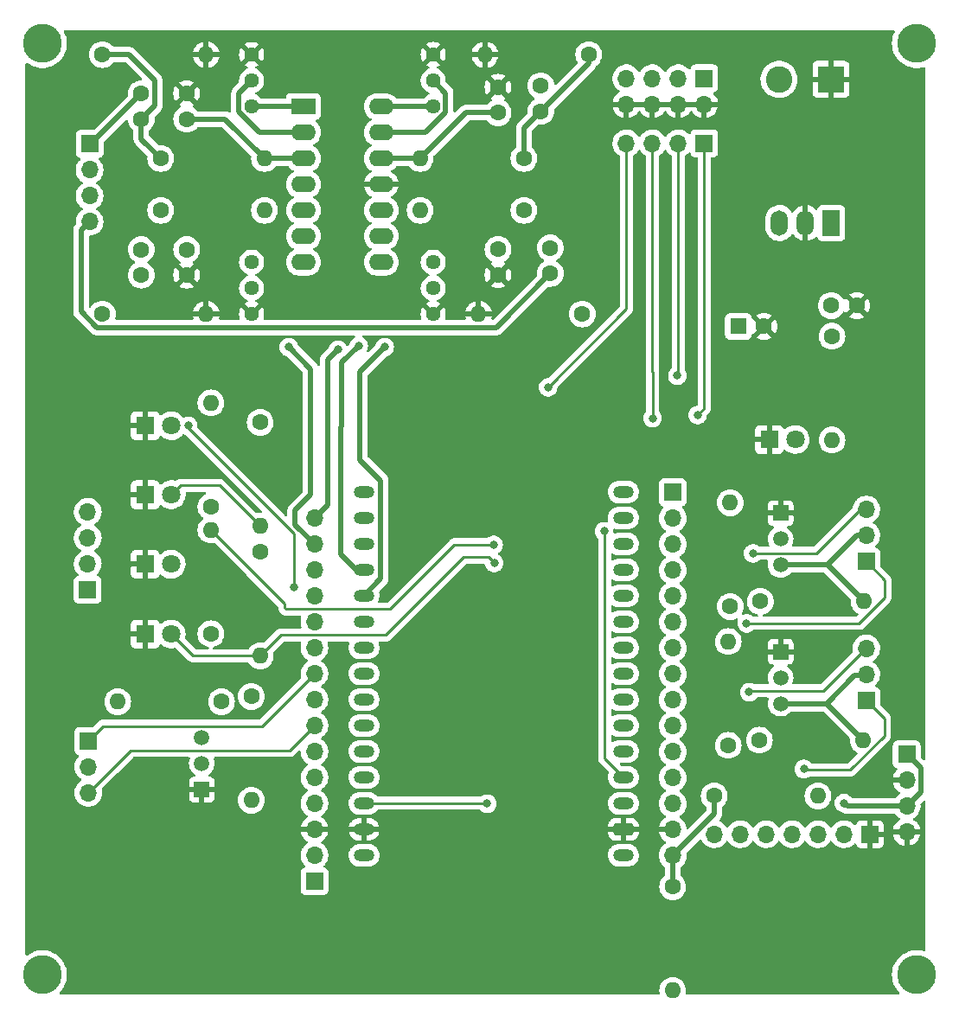
<source format=gbr>
%TF.GenerationSoftware,KiCad,Pcbnew,(6.0.6)*%
%TF.CreationDate,2022-09-23T16:31:56-07:00*%
%TF.ProjectId,SCRAPPY_PCB,53435241-5050-4595-9f50-43422e6b6963,R-0*%
%TF.SameCoordinates,Original*%
%TF.FileFunction,Copper,L2,Bot*%
%TF.FilePolarity,Positive*%
%FSLAX46Y46*%
G04 Gerber Fmt 4.6, Leading zero omitted, Abs format (unit mm)*
G04 Created by KiCad (PCBNEW (6.0.6)) date 2022-09-23 16:31:56*
%MOMM*%
%LPD*%
G01*
G04 APERTURE LIST*
G04 Aperture macros list*
%AMRoundRect*
0 Rectangle with rounded corners*
0 $1 Rounding radius*
0 $2 $3 $4 $5 $6 $7 $8 $9 X,Y pos of 4 corners*
0 Add a 4 corners polygon primitive as box body*
4,1,4,$2,$3,$4,$5,$6,$7,$8,$9,$2,$3,0*
0 Add four circle primitives for the rounded corners*
1,1,$1+$1,$2,$3*
1,1,$1+$1,$4,$5*
1,1,$1+$1,$6,$7*
1,1,$1+$1,$8,$9*
0 Add four rect primitives between the rounded corners*
20,1,$1+$1,$2,$3,$4,$5,0*
20,1,$1+$1,$4,$5,$6,$7,0*
20,1,$1+$1,$6,$7,$8,$9,0*
20,1,$1+$1,$8,$9,$2,$3,0*%
G04 Aperture macros list end*
%TA.AperFunction,ComponentPad*%
%ADD10R,2.400000X1.600000*%
%TD*%
%TA.AperFunction,ComponentPad*%
%ADD11O,2.400000X1.600000*%
%TD*%
%TA.AperFunction,ComponentPad*%
%ADD12C,1.600000*%
%TD*%
%TA.AperFunction,ComponentPad*%
%ADD13O,1.600000X1.600000*%
%TD*%
%TA.AperFunction,ComponentPad*%
%ADD14R,1.500000X1.500000*%
%TD*%
%TA.AperFunction,ComponentPad*%
%ADD15C,1.500000*%
%TD*%
%TA.AperFunction,ComponentPad*%
%ADD16R,1.700000X1.700000*%
%TD*%
%TA.AperFunction,ComponentPad*%
%ADD17O,1.700000X1.700000*%
%TD*%
%TA.AperFunction,ComponentPad*%
%ADD18O,2.000000X1.200000*%
%TD*%
%TA.AperFunction,ComponentPad*%
%ADD19RoundRect,0.300000X-0.700000X0.300000X-0.700000X-0.300000X0.700000X-0.300000X0.700000X0.300000X0*%
%TD*%
%TA.AperFunction,ComponentPad*%
%ADD20R,1.800000X1.800000*%
%TD*%
%TA.AperFunction,ComponentPad*%
%ADD21C,1.800000*%
%TD*%
%TA.AperFunction,ComponentPad*%
%ADD22R,1.700000X2.500000*%
%TD*%
%TA.AperFunction,ComponentPad*%
%ADD23O,1.700000X2.500000*%
%TD*%
%TA.AperFunction,ComponentPad*%
%ADD24C,3.800000*%
%TD*%
%TA.AperFunction,ComponentPad*%
%ADD25C,1.440000*%
%TD*%
%TA.AperFunction,ComponentPad*%
%ADD26R,1.600000X1.600000*%
%TD*%
%TA.AperFunction,ComponentPad*%
%ADD27R,2.600000X2.600000*%
%TD*%
%TA.AperFunction,ComponentPad*%
%ADD28C,2.600000*%
%TD*%
%TA.AperFunction,ViaPad*%
%ADD29C,0.800000*%
%TD*%
%TA.AperFunction,Conductor*%
%ADD30C,0.508000*%
%TD*%
%TA.AperFunction,Conductor*%
%ADD31C,0.254000*%
%TD*%
G04 APERTURE END LIST*
D10*
%TO.P,U1,1*%
%TO.N,/Aout_A*%
X76878300Y-58483700D03*
D11*
%TO.P,U1,2,-*%
%TO.N,Net-(RV1-Pad2)*%
X76878300Y-61023700D03*
%TO.P,U1,3,+*%
%TO.N,Net-(C2-Pad2)*%
X76878300Y-63563700D03*
%TO.P,U1,4,V+*%
%TO.N,+5V*%
X76878300Y-66103700D03*
%TO.P,U1,5,+*%
%TO.N,Net-(C6-Pad2)*%
X76878300Y-68643700D03*
%TO.P,U1,6,-*%
%TO.N,Net-(RV3-Pad2)*%
X76878300Y-71183700D03*
%TO.P,U1,7*%
%TO.N,/Aout_B*%
X76878300Y-73723700D03*
%TO.P,U1,8*%
%TO.N,/Aout_C*%
X84498300Y-73723700D03*
%TO.P,U1,9,-*%
%TO.N,Net-(RV4-Pad2)*%
X84498300Y-71183700D03*
%TO.P,U1,10,+*%
%TO.N,Net-(C7-Pad2)*%
X84498300Y-68643700D03*
%TO.P,U1,11,V-*%
%TO.N,GND*%
X84498300Y-66103700D03*
%TO.P,U1,12,+*%
%TO.N,Net-(C4-Pad2)*%
X84498300Y-63563700D03*
%TO.P,U1,13,-*%
%TO.N,Net-(RV2-Pad2)*%
X84498300Y-61023700D03*
%TO.P,U1,14*%
%TO.N,/Aout_D*%
X84498300Y-58483700D03*
%TD*%
D12*
%TO.P,C3,1*%
%TO.N,/Ain_D*%
X100119300Y-56451700D03*
%TO.P,C3,2*%
%TO.N,Net-(C3-Pad2)*%
X100119300Y-58951700D03*
%TD*%
%TO.P,R8,1*%
%TO.N,Net-(C3-Pad2)*%
X98468300Y-63563700D03*
D13*
%TO.P,R8,2*%
%TO.N,Net-(C4-Pad2)*%
X88308300Y-63563700D03*
%TD*%
D14*
%TO.P,Q3,1,E*%
%TO.N,GND*%
X66929000Y-125349000D03*
D15*
%TO.P,Q3,2,B*%
%TO.N,Net-(Q3-Pad2)*%
X66929000Y-122809000D03*
%TO.P,Q3,3,C*%
%TO.N,/INV_PWM_C*%
X66929000Y-120269000D03*
%TD*%
D12*
%TO.P,R4,1*%
%TO.N,Net-(C5-Pad2)*%
X57193300Y-78803700D03*
D13*
%TO.P,R4,2*%
%TO.N,GND*%
X67353300Y-78803700D03*
%TD*%
D16*
%TO.P,J5,1,Pin_1*%
%TO.N,/HALL-IN_A*%
X55753000Y-105791000D03*
D17*
%TO.P,J5,2,Pin_2*%
%TO.N,/HALL-IN_B*%
X55753000Y-103251000D03*
%TO.P,J5,3,Pin_3*%
%TO.N,/HALL-IN_C*%
X55753000Y-100711000D03*
%TO.P,J5,4,Pin_4*%
%TO.N,/HALL-IN_D*%
X55753000Y-98171000D03*
%TD*%
D12*
%TO.P,R18,1*%
%TO.N,/PWM_B*%
X118664400Y-107442000D03*
D13*
%TO.P,R18,2*%
%TO.N,Net-(Q2-Pad2)*%
X118664400Y-97282000D03*
%TD*%
D18*
%TO.P,U3,1,EN*%
%TO.N,Net-(J2-Pad4)*%
X82826000Y-96234000D03*
%TO.P,U3,2,SENSOR_VP/GPIO36/ADC1_CH0*%
%TO.N,/Aout_A*%
X82802320Y-98774000D03*
%TO.P,U3,3,SENSOR_VN/GPIO39/ADC1_CH3*%
%TO.N,/Aout_B*%
X82802320Y-101314000D03*
%TO.P,U3,4,VDET_1/GPIO34/ADC1_CH6*%
%TO.N,/Aout_D*%
X82802320Y-103854000D03*
%TO.P,U3,5,VDET_2/GPIO35/ADC1_CH7*%
%TO.N,/Aout_C*%
X82802320Y-106394000D03*
%TO.P,U3,6,32K_XP/GPIO32/ADC1_CH4*%
%TO.N,/HALL-IN_D*%
X82802320Y-108934000D03*
%TO.P,U3,7,32K_XN/GPIO33/ADC1_CH5*%
%TO.N,/HALL-IN_C*%
X82802320Y-111474000D03*
%TO.P,U3,8,DAC_1/ADC2_CH8/GPIO25*%
%TO.N,/PCNT_C*%
X82802320Y-114014000D03*
%TO.P,U3,9,DAC_2/ADC2_CH9/GPIO26*%
%TO.N,/PWM_C*%
X82802320Y-116554000D03*
%TO.P,U3,10,ADC2_CH7/GPIO27*%
%TO.N,/DIR_C*%
X82802320Y-119094000D03*
%TO.P,U3,11,MTMS/GPIO14/ADC2_CH6*%
%TO.N,/SCLK*%
X82802320Y-121634000D03*
%TO.P,U3,12,\u002AMTDI/GPIO12/ADC2_CH5*%
%TO.N,/SDA*%
X82806000Y-124174000D03*
%TO.P,U3,13,MTCK/GPIO13/ADC2_CH4*%
%TO.N,/RES*%
X82806000Y-126714000D03*
%TO.P,U3,14,GND*%
%TO.N,GND*%
X82806000Y-129256720D03*
%TO.P,U3,15,Vin*%
%TO.N,+5V*%
X82806000Y-131796720D03*
%TO.P,U3,16,3V3*%
%TO.N,+3V3*%
X108202320Y-131794000D03*
D19*
%TO.P,U3,17,GND*%
%TO.N,GND*%
X108206000Y-129254000D03*
D18*
%TO.P,U3,18,\u002AMTDO/GPIO15/ADC2_CH3*%
%TO.N,/DC*%
X108206000Y-126716720D03*
%TO.P,U3,19,ADC2_CH2/\u002AGPIO2*%
%TO.N,/PIN_2*%
X108206000Y-124176720D03*
%TO.P,U3,20,ADC2_CH0/GPIO4*%
%TO.N,/PCNT_A*%
X108206000Y-121634000D03*
%TO.P,U3,21,GPIO16*%
%TO.N,/PWM_A*%
X108206000Y-119094000D03*
%TO.P,U3,22,GPIO17*%
%TO.N,/DIR_A*%
X108206000Y-116554000D03*
%TO.P,U3,23,\u002AGPIO5*%
%TO.N,/CS*%
X108206000Y-114014000D03*
%TO.P,U3,24,GPIO18*%
%TO.N,/PCNT_B*%
X108206000Y-111474000D03*
%TO.P,U3,25,GPIO19*%
%TO.N,/PWM_B*%
X108206000Y-108934000D03*
%TO.P,U3,26,GPIO21*%
%TO.N,/DIR_B*%
X108202320Y-106394000D03*
%TO.P,U3,27,U0RXD/GPIO3*%
%TO.N,/HALL-IN_A*%
X108202320Y-103854000D03*
%TO.P,U3,28,U0TXD/GPIO1*%
%TO.N,/HALL-IN_B*%
X108202320Y-101314000D03*
%TO.P,U3,29,GPIO22*%
%TO.N,/PIN_3*%
X108202320Y-98774000D03*
%TO.P,U3,30,GPIO23*%
%TO.N,/PIN_1*%
X108202320Y-96234000D03*
%TD*%
D20*
%TO.P,D1,1,K*%
%TO.N,GND*%
X61386800Y-89738200D03*
D21*
%TO.P,D1,2,A*%
%TO.N,/HALL-IN_D*%
X63926800Y-89738200D03*
%TD*%
D12*
%TO.P,C5,1*%
%TO.N,/Ain_B*%
X61003300Y-74993700D03*
%TO.P,C5,2*%
%TO.N,Net-(C5-Pad2)*%
X61003300Y-72493700D03*
%TD*%
%TO.P,C4,1*%
%TO.N,GND*%
X95928300Y-56598700D03*
%TO.P,C4,2*%
%TO.N,Net-(C4-Pad2)*%
X95928300Y-59098700D03*
%TD*%
%TO.P,R14,1*%
%TO.N,+3V3*%
X117094000Y-125984000D03*
D13*
%TO.P,R14,2*%
%TO.N,/SCLK*%
X127254000Y-125984000D03*
%TD*%
D20*
%TO.P,D2,1,K*%
%TO.N,GND*%
X61386800Y-110134400D03*
D21*
%TO.P,D2,2,A*%
%TO.N,/HALL-IN_A*%
X63926800Y-110134400D03*
%TD*%
D22*
%TO.P,U2,1,IN*%
%TO.N,+12V*%
X128557700Y-69893500D03*
D23*
%TO.P,U2,2,GND*%
%TO.N,GND*%
X126017700Y-69893500D03*
%TO.P,U2,3,OUT*%
%TO.N,+5V*%
X123477700Y-69893500D03*
%TD*%
D12*
%TO.P,R13,1*%
%TO.N,+3V3*%
X113030000Y-134874000D03*
D13*
%TO.P,R13,2*%
%TO.N,/SDA*%
X113030000Y-145034000D03*
%TD*%
D24*
%TO.P,H3,1*%
%TO.N,N/C*%
X51308000Y-143510000D03*
%TD*%
D16*
%TO.P,J10,1,Pin_1*%
%TO.N,/PCNT_A*%
X131978400Y-116636800D03*
D17*
%TO.P,J10,2,Pin_2*%
%TO.N,/INV_PWM_A*%
X131978400Y-114096800D03*
%TO.P,J10,3,Pin_3*%
%TO.N,/DIR_A*%
X131978400Y-111556800D03*
%TD*%
D12*
%TO.P,R9,1*%
%TO.N,+5V*%
X67818000Y-97663000D03*
D13*
%TO.P,R9,2*%
%TO.N,/HALL-IN_D*%
X67818000Y-87503000D03*
%TD*%
D24*
%TO.P,H2,1*%
%TO.N,N/C*%
X136906000Y-52324000D03*
%TD*%
D25*
%TO.P,RV4,1,1*%
%TO.N,GND*%
X89578300Y-78803700D03*
%TO.P,RV4,2,2*%
%TO.N,Net-(RV4-Pad2)*%
X89578300Y-76263700D03*
%TO.P,RV4,3,3*%
%TO.N,/Aout_C*%
X89578300Y-73723700D03*
%TD*%
D16*
%TO.P,J2,1,Pin_1*%
%TO.N,/PIN_3*%
X116118800Y-62077600D03*
D17*
%TO.P,J2,2,Pin_2*%
%TO.N,/PIN_2*%
X113578800Y-62077600D03*
%TO.P,J2,3,Pin_3*%
%TO.N,/PIN_1*%
X111038800Y-62077600D03*
%TO.P,J2,4,Pin_4*%
%TO.N,Net-(J2-Pad4)*%
X108498800Y-62077600D03*
%TD*%
D14*
%TO.P,Q1,1,E*%
%TO.N,GND*%
X123592000Y-111861600D03*
D15*
%TO.P,Q1,2,B*%
%TO.N,Net-(Q1-Pad2)*%
X123592000Y-114401600D03*
%TO.P,Q1,3,C*%
%TO.N,/INV_PWM_A*%
X123592000Y-116941600D03*
%TD*%
D20*
%TO.P,D3,1,K*%
%TO.N,GND*%
X61391800Y-96494600D03*
D21*
%TO.P,D3,2,A*%
%TO.N,/HALL-IN_C*%
X63931800Y-96494600D03*
%TD*%
D12*
%TO.P,R15,1*%
%TO.N,/PWM_C*%
X71776000Y-116255800D03*
D13*
%TO.P,R15,2*%
%TO.N,Net-(Q3-Pad2)*%
X71776000Y-126415800D03*
%TD*%
D12*
%TO.P,R1,1*%
%TO.N,Net-(C1-Pad2)*%
X57193300Y-53403700D03*
D13*
%TO.P,R1,2*%
%TO.N,GND*%
X67353300Y-53403700D03*
%TD*%
D16*
%TO.P,J7,1,Pin_1*%
%TO.N,/PCNT_B*%
X131978400Y-103022400D03*
D17*
%TO.P,J7,2,Pin_2*%
%TO.N,/INV_PWM_B*%
X131978400Y-100482400D03*
%TO.P,J7,3,Pin_3*%
%TO.N,/DIR_B*%
X131978400Y-97942400D03*
%TD*%
D12*
%TO.P,R20,1*%
%TO.N,/PWM_A*%
X118470000Y-121031000D03*
D13*
%TO.P,R20,2*%
%TO.N,Net-(Q1-Pad2)*%
X118470000Y-110871000D03*
%TD*%
D12*
%TO.P,R11,1*%
%TO.N,unconnected-(R11-Pad1)*%
X72644000Y-102108000D03*
D13*
%TO.P,R11,2*%
%TO.N,/HALL-IN_A*%
X72644000Y-112268000D03*
%TD*%
D12*
%TO.P,R21,1*%
%TO.N,+5V*%
X128625600Y-80975200D03*
D13*
%TO.P,R21,2*%
%TO.N,Net-(D5-Pad2)*%
X128625600Y-91135200D03*
%TD*%
D12*
%TO.P,R3,1*%
%TO.N,Net-(C1-Pad2)*%
X62908300Y-63563700D03*
D13*
%TO.P,R3,2*%
%TO.N,Net-(C2-Pad2)*%
X73068300Y-63563700D03*
%TD*%
D25*
%TO.P,RV2,1,1*%
%TO.N,GND*%
X89578300Y-53393700D03*
%TO.P,RV2,2,2*%
%TO.N,Net-(RV2-Pad2)*%
X89578300Y-55933700D03*
%TO.P,RV2,3,3*%
%TO.N,/Aout_D*%
X89578300Y-58473700D03*
%TD*%
D12*
%TO.P,C2,1*%
%TO.N,GND*%
X65448300Y-57213700D03*
%TO.P,C2,2*%
%TO.N,Net-(C2-Pad2)*%
X65448300Y-59713700D03*
%TD*%
D16*
%TO.P,DISP1,1,VSS/GND*%
%TO.N,GND*%
X132339000Y-129737000D03*
D17*
%TO.P,DISP1,2,VDD*%
%TO.N,+3V3*%
X129799000Y-129737000D03*
%TO.P,DISP1,3,SCLK*%
%TO.N,/SCLK*%
X127259000Y-129737000D03*
%TO.P,DISP1,4,SDA*%
%TO.N,/SDA*%
X124719000Y-129737000D03*
%TO.P,DISP1,5,RES*%
%TO.N,/RES*%
X122179000Y-129737000D03*
%TO.P,DISP1,6,DC*%
%TO.N,/DC*%
X119639000Y-129737000D03*
%TO.P,DISP1,7,CS*%
%TO.N,/CS*%
X117099000Y-129737000D03*
%TD*%
D26*
%TO.P,C10,1*%
%TO.N,+5V*%
X119467621Y-80010000D03*
D12*
%TO.P,C10,2*%
%TO.N,GND*%
X121967621Y-80010000D03*
%TD*%
D16*
%TO.P,J6,1,Pin_1*%
%TO.N,/PIN_1*%
X113030000Y-96266000D03*
D17*
%TO.P,J6,2,Pin_2*%
%TO.N,/PIN_3*%
X113030000Y-98806000D03*
%TO.P,J6,3,Pin_3*%
%TO.N,/HALL-IN_B*%
X113030000Y-101346000D03*
%TO.P,J6,4,Pin_4*%
%TO.N,/HALL-IN_A*%
X113030000Y-103886000D03*
%TO.P,J6,5,Pin_5*%
%TO.N,/DIR_B*%
X113030000Y-106426000D03*
%TO.P,J6,6,Pin_6*%
%TO.N,/PWM_B*%
X113030000Y-108966000D03*
%TO.P,J6,7,Pin_7*%
%TO.N,/PCNT_B*%
X113030000Y-111506000D03*
%TO.P,J6,8,Pin_8*%
%TO.N,/CS*%
X113030000Y-114046000D03*
%TO.P,J6,9,Pin_9*%
%TO.N,/DIR_A*%
X113030000Y-116586000D03*
%TO.P,J6,10,Pin_10*%
%TO.N,/PWM_A*%
X113030000Y-119126000D03*
%TO.P,J6,11,Pin_11*%
%TO.N,/PCNT_A*%
X113030000Y-121666000D03*
%TO.P,J6,12,Pin_12*%
%TO.N,/PIN_2*%
X113030000Y-124206000D03*
%TO.P,J6,13,Pin_13*%
%TO.N,/DC*%
X113030000Y-126746000D03*
%TO.P,J6,14,Pin_14*%
%TO.N,GND*%
X113030000Y-129286000D03*
%TO.P,J6,15,Pin_15*%
%TO.N,+3V3*%
X113030000Y-131826000D03*
%TD*%
D12*
%TO.P,R19,1*%
%TO.N,+5V*%
X121518000Y-120523000D03*
D13*
%TO.P,R19,2*%
%TO.N,/INV_PWM_A*%
X131678000Y-120523000D03*
%TD*%
D25*
%TO.P,RV3,1,1*%
%TO.N,GND*%
X71798300Y-78803700D03*
%TO.P,RV3,2,2*%
%TO.N,Net-(RV3-Pad2)*%
X71798300Y-76263700D03*
%TO.P,RV3,3,3*%
%TO.N,/Aout_B*%
X71798300Y-73723700D03*
%TD*%
D27*
%TO.P,J4,1,Pin_1*%
%TO.N,GND*%
X128524000Y-55829000D03*
D28*
%TO.P,J4,2,Pin_2*%
%TO.N,+12V*%
X123444000Y-55829000D03*
%TD*%
D12*
%TO.P,C6,1*%
%TO.N,GND*%
X65448300Y-74993700D03*
%TO.P,C6,2*%
%TO.N,Net-(C6-Pad2)*%
X65448300Y-72493700D03*
%TD*%
D16*
%TO.P,J3,1,Pin_1*%
%TO.N,+5V*%
X116118800Y-55722600D03*
D17*
%TO.P,J3,2,Pin_2*%
%TO.N,GND*%
X116118800Y-58262600D03*
%TO.P,J3,3,Pin_3*%
%TO.N,+5V*%
X113578800Y-55722600D03*
%TO.P,J3,4,Pin_4*%
%TO.N,GND*%
X113578800Y-58262600D03*
%TO.P,J3,5,Pin_5*%
%TO.N,+5V*%
X111038800Y-55722600D03*
%TO.P,J3,6,Pin_6*%
%TO.N,GND*%
X111038800Y-58262600D03*
%TO.P,J3,7,Pin_7*%
%TO.N,+5V*%
X108498800Y-55722600D03*
%TO.P,J3,8,Pin_8*%
%TO.N,GND*%
X108498800Y-58262600D03*
%TD*%
D24*
%TO.P,H1,1*%
%TO.N,N/C*%
X51308000Y-52324000D03*
%TD*%
D16*
%TO.P,J1,1,Pin_1*%
%TO.N,/Ain_A*%
X55938700Y-62146300D03*
D17*
%TO.P,J1,2,Pin_2*%
%TO.N,/Ain_D*%
X55938700Y-64686300D03*
%TO.P,J1,3,Pin_3*%
%TO.N,/Ain_B*%
X55938700Y-67226300D03*
%TO.P,J1,4,Pin_4*%
%TO.N,/Ain_C*%
X55938700Y-69766300D03*
%TD*%
D12*
%TO.P,R10,1*%
%TO.N,+5V*%
X72644000Y-89408000D03*
D13*
%TO.P,R10,2*%
%TO.N,/HALL-IN_C*%
X72644000Y-99568000D03*
%TD*%
D12*
%TO.P,R2,1*%
%TO.N,Net-(C3-Pad2)*%
X104818300Y-53403700D03*
D13*
%TO.P,R2,2*%
%TO.N,GND*%
X94658300Y-53403700D03*
%TD*%
D12*
%TO.P,R6,1*%
%TO.N,Net-(C8-Pad2)*%
X104183300Y-78803700D03*
D13*
%TO.P,R6,2*%
%TO.N,GND*%
X94023300Y-78803700D03*
%TD*%
D12*
%TO.P,R16,1*%
%TO.N,+5V*%
X68855000Y-116763800D03*
D13*
%TO.P,R16,2*%
%TO.N,/INV_PWM_C*%
X58695000Y-116763800D03*
%TD*%
D12*
%TO.P,R7,1*%
%TO.N,Net-(C8-Pad2)*%
X98468300Y-68643700D03*
D13*
%TO.P,R7,2*%
%TO.N,Net-(C7-Pad2)*%
X88308300Y-68643700D03*
%TD*%
D16*
%TO.P,J11,1,Pin_1*%
%TO.N,+3V3*%
X135940800Y-121904600D03*
D17*
%TO.P,J11,2,Pin_2*%
%TO.N,GND*%
X135940800Y-124444600D03*
%TO.P,J11,3,Pin_3*%
%TO.N,+3V3*%
X135940800Y-126984600D03*
%TO.P,J11,4,Pin_4*%
%TO.N,GND*%
X135940800Y-129524600D03*
%TD*%
D20*
%TO.P,D4,1,K*%
%TO.N,GND*%
X61386800Y-103301800D03*
D21*
%TO.P,D4,2,A*%
%TO.N,/HALL-IN_B*%
X63926800Y-103301800D03*
%TD*%
D12*
%TO.P,C1,1*%
%TO.N,/Ain_A*%
X61003300Y-57233700D03*
%TO.P,C1,2*%
%TO.N,Net-(C1-Pad2)*%
X61003300Y-59733700D03*
%TD*%
D24*
%TO.P,H4,1*%
%TO.N,N/C*%
X136906000Y-143510000D03*
%TD*%
D12*
%TO.P,R17,1*%
%TO.N,+5V*%
X121610800Y-106934000D03*
D13*
%TO.P,R17,2*%
%TO.N,/INV_PWM_B*%
X131770800Y-106934000D03*
%TD*%
D16*
%TO.P,J9,1,Pin_1*%
%TO.N,+5V*%
X77953000Y-134336000D03*
D17*
%TO.P,J9,2,Pin_2*%
X77953000Y-131796000D03*
%TO.P,J9,3,Pin_3*%
%TO.N,GND*%
X77953000Y-129256000D03*
%TO.P,J9,4,Pin_4*%
%TO.N,/RES*%
X77953000Y-126716000D03*
%TO.P,J9,5,Pin_5*%
%TO.N,/SDA*%
X77953000Y-124176000D03*
%TO.P,J9,6,Pin_6*%
%TO.N,/SCLK*%
X77953000Y-121636000D03*
%TO.P,J9,7,Pin_7*%
%TO.N,/DIR_C*%
X77953000Y-119096000D03*
%TO.P,J9,8,Pin_8*%
%TO.N,/PWM_C*%
X77953000Y-116556000D03*
%TO.P,J9,9,Pin_9*%
%TO.N,/PCNT_C*%
X77953000Y-114016000D03*
%TO.P,J9,10,Pin_10*%
%TO.N,/HALL-IN_C*%
X77953000Y-111476000D03*
%TO.P,J9,11,Pin_11*%
%TO.N,/HALL-IN_D*%
X77953000Y-108936000D03*
%TO.P,J9,12,Pin_12*%
%TO.N,/Aout_C*%
X77953000Y-106396000D03*
%TO.P,J9,13,Pin_13*%
%TO.N,/Aout_D*%
X77953000Y-103856000D03*
%TO.P,J9,14,Pin_14*%
%TO.N,/Aout_B*%
X77953000Y-101316000D03*
%TO.P,J9,15,Pin_15*%
%TO.N,/Aout_A*%
X77953000Y-98776000D03*
%TD*%
D12*
%TO.P,C9,1*%
%TO.N,GND*%
X131064000Y-77978000D03*
%TO.P,C9,2*%
%TO.N,+5V*%
X128564000Y-77978000D03*
%TD*%
D14*
%TO.P,Q2,1,E*%
%TO.N,GND*%
X123592000Y-98298000D03*
D15*
%TO.P,Q2,2,B*%
%TO.N,Net-(Q2-Pad2)*%
X123592000Y-100838000D03*
%TO.P,Q2,3,C*%
%TO.N,/INV_PWM_B*%
X123592000Y-103378000D03*
%TD*%
D25*
%TO.P,RV1,1,1*%
%TO.N,GND*%
X71798300Y-53403700D03*
%TO.P,RV1,2,2*%
%TO.N,Net-(RV1-Pad2)*%
X71798300Y-55943700D03*
%TO.P,RV1,3,3*%
%TO.N,/Aout_A*%
X71798300Y-58483700D03*
%TD*%
D20*
%TO.P,D5,1,K*%
%TO.N,GND*%
X122478800Y-91084400D03*
D21*
%TO.P,D5,2,A*%
%TO.N,Net-(D5-Pad2)*%
X125018800Y-91084400D03*
%TD*%
D12*
%TO.P,C7,1*%
%TO.N,GND*%
X95928300Y-74973700D03*
%TO.P,C7,2*%
%TO.N,Net-(C7-Pad2)*%
X95928300Y-72473700D03*
%TD*%
%TO.P,C8,1*%
%TO.N,/Ain_C*%
X101049100Y-74826300D03*
%TO.P,C8,2*%
%TO.N,Net-(C8-Pad2)*%
X101049100Y-72326300D03*
%TD*%
%TO.P,R5,1*%
%TO.N,Net-(C5-Pad2)*%
X62908300Y-68643700D03*
D13*
%TO.P,R5,2*%
%TO.N,Net-(C6-Pad2)*%
X73068300Y-68643700D03*
%TD*%
D16*
%TO.P,J8,1,Pin_1*%
%TO.N,/PCNT_C*%
X55801600Y-120599200D03*
D17*
%TO.P,J8,2,Pin_2*%
%TO.N,/INV_PWM_C*%
X55801600Y-123139200D03*
%TO.P,J8,3,Pin_3*%
%TO.N,/DIR_C*%
X55801600Y-125679200D03*
%TD*%
D12*
%TO.P,R12,1*%
%TO.N,+5V*%
X67818000Y-110109000D03*
D13*
%TO.P,R12,2*%
%TO.N,/HALL-IN_B*%
X67818000Y-99949000D03*
%TD*%
D29*
%TO.N,/HALL-IN_A*%
X95554800Y-103174800D03*
%TO.N,/HALL-IN_B*%
X95504000Y-101396800D03*
%TO.N,/HALL-IN_D*%
X75946000Y-105537000D03*
X65582800Y-89738200D03*
%TO.N,+3V3*%
X129799000Y-126679208D03*
%TO.N,/RES*%
X94869000Y-126746000D03*
%TO.N,/PCNT_A*%
X125882400Y-123342400D03*
%TO.N,/DIR_A*%
X120523000Y-115824000D03*
%TO.N,/PCNT_B*%
X120269000Y-109093000D03*
%TO.N,/DIR_B*%
X120904000Y-102235000D03*
%TO.N,/PIN_1*%
X111048800Y-89001600D03*
%TO.N,/PIN_2*%
X113487200Y-84836000D03*
X106324400Y-100076000D03*
%TO.N,/PIN_3*%
X115468400Y-88696800D03*
%TO.N,Net-(J2-Pad4)*%
X100838000Y-85979000D03*
%TO.N,/Aout_A*%
X80264000Y-82296000D03*
%TO.N,/Aout_B*%
X75438000Y-82042000D03*
%TO.N,/Aout_C*%
X84836000Y-82042000D03*
%TO.N,/Aout_D*%
X82296000Y-81915000D03*
%TD*%
D30*
%TO.N,/Ain_C*%
X55938700Y-69766300D02*
X55088700Y-70616300D01*
X55088700Y-78548892D02*
X56651508Y-80111700D01*
X95763700Y-80111700D02*
X101049100Y-74826300D01*
X55088700Y-70616300D02*
X55088700Y-78548892D01*
X56651508Y-80111700D02*
X95763700Y-80111700D01*
%TO.N,Net-(C3-Pad2)*%
X98468300Y-60602700D02*
X100119300Y-58951700D01*
X104818300Y-53403700D02*
X104818300Y-54252700D01*
X98468300Y-63563700D02*
X98468300Y-60602700D01*
X104818300Y-54252700D02*
X100119300Y-58951700D01*
%TO.N,/Ain_A*%
X55938700Y-62146300D02*
X56090700Y-62146300D01*
X56090700Y-62146300D02*
X61003300Y-57233700D01*
%TO.N,Net-(C4-Pad2)*%
X92773300Y-59098700D02*
X88308300Y-63563700D01*
X95928300Y-59098700D02*
X92773300Y-59098700D01*
X84498300Y-63563700D02*
X88308300Y-63563700D01*
%TO.N,Net-(C1-Pad2)*%
X59798082Y-53403700D02*
X62311300Y-55916918D01*
X62311300Y-55916918D02*
X62311300Y-58425700D01*
X62311300Y-58425700D02*
X61003300Y-59733700D01*
X61003300Y-59733700D02*
X61003300Y-61658700D01*
X61003300Y-61658700D02*
X62908300Y-63563700D01*
X57193300Y-53403700D02*
X59798082Y-53403700D01*
%TO.N,Net-(C2-Pad2)*%
X69218300Y-59713700D02*
X73068300Y-63563700D01*
X73068300Y-63563700D02*
X76878300Y-63563700D01*
X65448300Y-59713700D02*
X69218300Y-59713700D01*
D31*
%TO.N,/HALL-IN_A*%
X95554800Y-103174800D02*
X94996000Y-102616000D01*
X74676000Y-110236000D02*
X84963000Y-110236000D01*
X94996000Y-102616000D02*
X92583000Y-102616000D01*
X84963000Y-110236000D02*
X92583000Y-102616000D01*
X66060400Y-112268000D02*
X72644000Y-112268000D01*
X63926800Y-110134400D02*
X66060400Y-112268000D01*
X72644000Y-112268000D02*
X74676000Y-110236000D01*
%TO.N,/HALL-IN_C*%
X63931800Y-96494600D02*
X64831800Y-95594600D01*
X64831800Y-95594600D02*
X68670600Y-95594600D01*
X68670600Y-95594600D02*
X72644000Y-99568000D01*
%TO.N,/HALL-IN_B*%
X75057000Y-107188000D02*
X67818000Y-99949000D01*
X75193000Y-107705000D02*
X75057000Y-107569000D01*
X85335000Y-107705000D02*
X75193000Y-107705000D01*
X91643200Y-101396800D02*
X85335000Y-107705000D01*
X75057000Y-107569000D02*
X75057000Y-107188000D01*
X95504000Y-101396800D02*
X91643200Y-101396800D01*
%TO.N,/HALL-IN_D*%
X65582800Y-89966800D02*
X65582800Y-89738200D01*
X75946000Y-105537000D02*
X75946000Y-100330000D01*
X75946000Y-100330000D02*
X65582800Y-89966800D01*
D30*
%TO.N,+3V3*%
X135940800Y-126984600D02*
X137298800Y-125626600D01*
X137298800Y-123262600D02*
X135940800Y-121904600D01*
X117094000Y-127762000D02*
X113030000Y-131826000D01*
X113030000Y-131826000D02*
X113030000Y-134874000D01*
X135940800Y-126984600D02*
X130104392Y-126984600D01*
X117094000Y-125984000D02*
X117094000Y-127762000D01*
X130104392Y-126984600D02*
X129799000Y-126679208D01*
X137298800Y-125626600D02*
X137298800Y-123262600D01*
D31*
%TO.N,/RES*%
X94837000Y-126714000D02*
X82806000Y-126714000D01*
X94869000Y-126746000D02*
X94837000Y-126714000D01*
%TO.N,/PCNT_A*%
X125984000Y-123444000D02*
X130427187Y-123444000D01*
X130427187Y-123444000D02*
X133756400Y-120114787D01*
X133756400Y-118414800D02*
X131978400Y-116636800D01*
X125882400Y-123342400D02*
X125984000Y-123444000D01*
X133756400Y-120114787D02*
X133756400Y-118414800D01*
D30*
%TO.N,/INV_PWM_A*%
X128096600Y-116941600D02*
X131678000Y-120523000D01*
X131891800Y-114183400D02*
X130854800Y-114183400D01*
X131978400Y-114096800D02*
X131891800Y-114183400D01*
X130854800Y-114183400D02*
X128096600Y-116941600D01*
X123592000Y-116941600D02*
X128096600Y-116941600D01*
D31*
%TO.N,/DIR_A*%
X127762000Y-115697000D02*
X131902200Y-111556800D01*
X120650000Y-115697000D02*
X127762000Y-115697000D01*
X120523000Y-115824000D02*
X120650000Y-115697000D01*
X131902200Y-111556800D02*
X131978400Y-111556800D01*
%TO.N,/PCNT_B*%
X131281987Y-109093000D02*
X133807200Y-106567787D01*
X133807200Y-106567787D02*
X133807200Y-104851200D01*
X120269000Y-109093000D02*
X131281987Y-109093000D01*
X133807200Y-104851200D02*
X131978400Y-103022400D01*
D30*
%TO.N,/INV_PWM_B*%
X128214800Y-103378000D02*
X131770800Y-106934000D01*
X123592000Y-103378000D02*
X128214800Y-103378000D01*
X131085000Y-100507800D02*
X128214800Y-103378000D01*
X131953000Y-100507800D02*
X131085000Y-100507800D01*
X131978400Y-100482400D02*
X131953000Y-100507800D01*
D31*
%TO.N,/DIR_B*%
X127127000Y-102235000D02*
X131394200Y-97967800D01*
X120904000Y-102235000D02*
X127127000Y-102235000D01*
X131394200Y-97967800D02*
X131953000Y-97967800D01*
X131953000Y-97967800D02*
X131978400Y-97942400D01*
%TO.N,/PCNT_C*%
X72831000Y-119138000D02*
X77953000Y-114016000D01*
X55801600Y-120599200D02*
X57262800Y-119138000D01*
X57262800Y-119138000D02*
X72831000Y-119138000D01*
%TO.N,/DIR_C*%
X75510000Y-121539000D02*
X77953000Y-119096000D01*
X55801600Y-125679200D02*
X59941800Y-121539000D01*
X59941800Y-121539000D02*
X75510000Y-121539000D01*
%TO.N,/PIN_1*%
X111048800Y-89001600D02*
X111048800Y-84480400D01*
X111048800Y-84480400D02*
X111038800Y-84470400D01*
X111038800Y-84470400D02*
X111038800Y-62077600D01*
%TO.N,/PIN_2*%
X113578800Y-84744400D02*
X113578800Y-62077600D01*
X106324400Y-100076000D02*
X106375200Y-100126800D01*
X106375200Y-100126800D02*
X106375200Y-122345920D01*
X113487200Y-84836000D02*
X113578800Y-84744400D01*
X106375200Y-122345920D02*
X108206000Y-124176720D01*
%TO.N,/PIN_3*%
X116118800Y-88046400D02*
X116118800Y-62077600D01*
X115468400Y-88696800D02*
X116118800Y-88046400D01*
%TO.N,Net-(J2-Pad4)*%
X108498800Y-78318200D02*
X108498800Y-62077600D01*
X100838000Y-85979000D02*
X108498800Y-78318200D01*
D30*
%TO.N,/Aout_A*%
X79248000Y-83312000D02*
X79248000Y-97481000D01*
X71798300Y-58483700D02*
X76878300Y-58483700D01*
X80264000Y-82296000D02*
X79248000Y-83312000D01*
X79248000Y-97481000D02*
X77953000Y-98776000D01*
%TO.N,/Aout_B*%
X77597000Y-96520000D02*
X76073376Y-98043624D01*
X75438000Y-82042000D02*
X77597000Y-84201000D01*
X77597000Y-84201000D02*
X77597000Y-96520000D01*
X76073376Y-98043624D02*
X76073376Y-99436376D01*
X76073376Y-99436376D02*
X77953000Y-101316000D01*
%TO.N,/Aout_C*%
X84455000Y-95123000D02*
X84455000Y-104741320D01*
X84836000Y-82042000D02*
X82423000Y-84455000D01*
X82423000Y-93091000D02*
X84455000Y-95123000D01*
X82423000Y-84455000D02*
X82423000Y-93091000D01*
X84455000Y-104741320D02*
X82802320Y-106394000D01*
%TO.N,/Aout_D*%
X89578300Y-58473700D02*
X84508300Y-58473700D01*
X80518000Y-102362000D02*
X82010000Y-103854000D01*
X80518000Y-89916000D02*
X80518000Y-102362000D01*
X82010000Y-103854000D02*
X82802320Y-103854000D01*
X80645000Y-83566000D02*
X80645000Y-89789000D01*
X84508300Y-58473700D02*
X84498300Y-58483700D01*
X82296000Y-81915000D02*
X80645000Y-83566000D01*
X80645000Y-89789000D02*
X80518000Y-89916000D01*
%TO.N,Net-(RV1-Pad2)*%
X72601645Y-61023700D02*
X76878300Y-61023700D01*
X71798300Y-55943700D02*
X70570300Y-57171700D01*
X70570300Y-58992355D02*
X72601645Y-61023700D01*
X70570300Y-57171700D02*
X70570300Y-58992355D01*
%TO.N,Net-(RV2-Pad2)*%
X90806300Y-59028700D02*
X88811300Y-61023700D01*
X89578300Y-55933700D02*
X90806300Y-57161700D01*
X90806300Y-57161700D02*
X90806300Y-59028700D01*
X88811300Y-61023700D02*
X84498300Y-61023700D01*
%TD*%
%TA.AperFunction,Conductor*%
%TO.N,GND*%
G36*
X134735263Y-51023202D02*
G01*
X134781756Y-51076858D01*
X134791860Y-51147132D01*
X134781150Y-51182848D01*
X134662206Y-51435619D01*
X134568555Y-51723846D01*
X134511767Y-52021538D01*
X134492738Y-52324000D01*
X134511767Y-52626462D01*
X134568555Y-52924154D01*
X134662206Y-53212381D01*
X134791242Y-53486598D01*
X134953630Y-53742480D01*
X134956149Y-53745525D01*
X134956152Y-53745529D01*
X134978456Y-53772490D01*
X135146808Y-53975992D01*
X135367729Y-54183450D01*
X135612910Y-54361584D01*
X135616379Y-54363491D01*
X135616382Y-54363493D01*
X135875014Y-54505678D01*
X135878483Y-54507585D01*
X135882152Y-54509038D01*
X135882157Y-54509040D01*
X136123171Y-54604464D01*
X136160261Y-54619149D01*
X136453800Y-54694516D01*
X136754470Y-54732500D01*
X137057530Y-54732500D01*
X137358200Y-54694516D01*
X137362029Y-54693533D01*
X137362039Y-54693531D01*
X137637666Y-54622763D01*
X137708621Y-54625196D01*
X137766996Y-54665604D01*
X137794259Y-54731158D01*
X137795000Y-54744805D01*
X137795000Y-122376272D01*
X137774998Y-122444393D01*
X137721342Y-122490886D01*
X137651068Y-122500990D01*
X137586488Y-122471496D01*
X137579905Y-122465367D01*
X137336205Y-122221667D01*
X137302179Y-122159355D01*
X137299300Y-122132572D01*
X137299300Y-121006466D01*
X137292545Y-120944284D01*
X137241415Y-120807895D01*
X137154061Y-120691339D01*
X137037505Y-120603985D01*
X136901116Y-120552855D01*
X136838934Y-120546100D01*
X135042666Y-120546100D01*
X134980484Y-120552855D01*
X134844095Y-120603985D01*
X134727539Y-120691339D01*
X134640185Y-120807895D01*
X134589055Y-120944284D01*
X134582300Y-121006466D01*
X134582300Y-122802734D01*
X134589055Y-122864916D01*
X134640185Y-123001305D01*
X134727539Y-123117861D01*
X134844095Y-123205215D01*
X134852504Y-123208367D01*
X134852505Y-123208368D01*
X134961760Y-123249326D01*
X135018525Y-123291967D01*
X135043225Y-123358529D01*
X135028018Y-123427878D01*
X135008625Y-123454359D01*
X134885390Y-123583317D01*
X134878904Y-123591327D01*
X134758898Y-123767249D01*
X134753800Y-123776223D01*
X134664138Y-123969383D01*
X134660575Y-123979070D01*
X134605189Y-124178783D01*
X134606712Y-124187207D01*
X134619092Y-124190600D01*
X136068800Y-124190600D01*
X136136921Y-124210602D01*
X136183414Y-124264258D01*
X136194800Y-124316600D01*
X136194800Y-124572600D01*
X136174798Y-124640721D01*
X136121142Y-124687214D01*
X136068800Y-124698600D01*
X134624025Y-124698600D01*
X134610494Y-124702573D01*
X134609057Y-124712566D01*
X134639365Y-124847046D01*
X134642445Y-124856875D01*
X134722570Y-125054203D01*
X134727213Y-125063394D01*
X134838494Y-125244988D01*
X134844577Y-125253299D01*
X134984013Y-125414267D01*
X134991380Y-125421483D01*
X135155234Y-125557516D01*
X135163681Y-125563431D01*
X135232769Y-125603803D01*
X135281493Y-125655442D01*
X135294564Y-125725225D01*
X135267833Y-125790996D01*
X135227384Y-125824352D01*
X135214407Y-125831107D01*
X135210274Y-125834210D01*
X135210271Y-125834212D01*
X135039900Y-125962130D01*
X135035765Y-125965235D01*
X134881429Y-126126738D01*
X134878515Y-126131010D01*
X134853892Y-126167105D01*
X134798980Y-126212107D01*
X134749804Y-126222100D01*
X130656879Y-126222100D01*
X130588758Y-126202098D01*
X130547761Y-126159101D01*
X130538040Y-126142264D01*
X130524061Y-126126738D01*
X130414675Y-126005253D01*
X130414674Y-126005252D01*
X130410253Y-126000342D01*
X130288851Y-125912138D01*
X130261094Y-125891971D01*
X130261093Y-125891970D01*
X130255752Y-125888090D01*
X130249724Y-125885406D01*
X130249722Y-125885405D01*
X130087319Y-125813099D01*
X130087318Y-125813099D01*
X130081288Y-125810414D01*
X129987888Y-125790561D01*
X129900944Y-125772080D01*
X129900939Y-125772080D01*
X129894487Y-125770708D01*
X129703513Y-125770708D01*
X129697061Y-125772080D01*
X129697056Y-125772080D01*
X129610112Y-125790561D01*
X129516712Y-125810414D01*
X129510682Y-125813099D01*
X129510681Y-125813099D01*
X129348278Y-125885405D01*
X129348276Y-125885406D01*
X129342248Y-125888090D01*
X129336907Y-125891970D01*
X129336906Y-125891971D01*
X129309149Y-125912138D01*
X129187747Y-126000342D01*
X129183326Y-126005252D01*
X129183325Y-126005253D01*
X129073940Y-126126738D01*
X129059960Y-126142264D01*
X129022776Y-126206669D01*
X128969919Y-126298220D01*
X128964473Y-126307652D01*
X128905458Y-126489280D01*
X128904768Y-126495841D01*
X128904768Y-126495843D01*
X128898044Y-126559821D01*
X128885496Y-126679208D01*
X128886186Y-126685773D01*
X128901576Y-126832197D01*
X128905458Y-126869136D01*
X128964473Y-127050764D01*
X128967776Y-127056486D01*
X128967777Y-127056487D01*
X128977554Y-127073421D01*
X129059960Y-127216152D01*
X129064378Y-127221059D01*
X129064379Y-127221060D01*
X129163024Y-127330616D01*
X129187747Y-127358074D01*
X129342248Y-127470326D01*
X129348276Y-127473010D01*
X129348278Y-127473011D01*
X129510681Y-127545317D01*
X129516712Y-127548002D01*
X129523167Y-127549374D01*
X129523170Y-127549375D01*
X129541745Y-127553323D01*
X129583100Y-127562113D01*
X129638480Y-127589333D01*
X129678443Y-127623284D01*
X129684961Y-127626612D01*
X129690080Y-127630026D01*
X129695257Y-127633223D01*
X129700992Y-127637761D01*
X129707618Y-127640858D01*
X129707620Y-127640859D01*
X129767493Y-127668841D01*
X129771445Y-127670773D01*
X129830274Y-127700813D01*
X129830276Y-127700814D01*
X129836796Y-127704143D01*
X129843912Y-127705884D01*
X129849656Y-127708020D01*
X129855438Y-127709944D01*
X129862072Y-127713044D01*
X129933947Y-127727994D01*
X129938231Y-127728964D01*
X130009504Y-127746404D01*
X130015106Y-127746752D01*
X130015109Y-127746752D01*
X130020722Y-127747100D01*
X130020720Y-127747137D01*
X130024619Y-127747373D01*
X130028990Y-127747763D01*
X130036149Y-127749252D01*
X130113969Y-127747146D01*
X130117378Y-127747100D01*
X134746342Y-127747100D01*
X134814463Y-127767102D01*
X134841579Y-127790603D01*
X134983660Y-127954625D01*
X134987050Y-127958538D01*
X135158926Y-128101232D01*
X135209091Y-128130546D01*
X135232755Y-128144374D01*
X135281479Y-128196012D01*
X135294550Y-128265795D01*
X135267819Y-128331567D01*
X135227362Y-128364927D01*
X135219257Y-128369146D01*
X135210538Y-128374636D01*
X135040233Y-128502505D01*
X135032526Y-128509348D01*
X134885390Y-128663317D01*
X134878904Y-128671327D01*
X134758898Y-128847249D01*
X134753800Y-128856223D01*
X134664138Y-129049383D01*
X134660575Y-129059070D01*
X134605189Y-129258783D01*
X134606712Y-129267207D01*
X134619092Y-129270600D01*
X137259144Y-129270600D01*
X137272675Y-129266627D01*
X137273980Y-129257547D01*
X137232014Y-129090475D01*
X137228694Y-129080724D01*
X137143772Y-128885414D01*
X137138905Y-128876339D01*
X137023226Y-128697526D01*
X137016936Y-128689357D01*
X136873606Y-128531840D01*
X136866073Y-128524815D01*
X136698939Y-128392822D01*
X136690356Y-128387120D01*
X136653402Y-128366720D01*
X136603431Y-128316287D01*
X136588659Y-128246845D01*
X136613775Y-128180439D01*
X136641127Y-128153832D01*
X136690633Y-128118520D01*
X136820660Y-128025773D01*
X136829949Y-128016517D01*
X136975235Y-127871737D01*
X136978896Y-127868089D01*
X137034886Y-127790171D01*
X137106235Y-127690877D01*
X137109253Y-127686677D01*
X137124156Y-127656524D01*
X137205936Y-127491053D01*
X137205937Y-127491051D01*
X137208230Y-127486411D01*
X137273170Y-127272669D01*
X137302329Y-127051190D01*
X137302747Y-127034069D01*
X137303874Y-126987965D01*
X137303874Y-126987961D01*
X137303956Y-126984600D01*
X137287100Y-126779575D01*
X137301453Y-126710046D01*
X137323581Y-126680157D01*
X137579905Y-126423833D01*
X137642217Y-126389807D01*
X137713032Y-126394872D01*
X137769868Y-126437419D01*
X137794679Y-126503939D01*
X137795000Y-126512928D01*
X137795000Y-141089195D01*
X137774998Y-141157316D01*
X137721342Y-141203809D01*
X137651068Y-141213913D01*
X137637666Y-141211237D01*
X137362039Y-141140469D01*
X137362029Y-141140467D01*
X137358200Y-141139484D01*
X137057530Y-141101500D01*
X136754470Y-141101500D01*
X136453800Y-141139484D01*
X136160261Y-141214851D01*
X136156592Y-141216304D01*
X136156591Y-141216304D01*
X135882157Y-141324960D01*
X135882152Y-141324962D01*
X135878483Y-141326415D01*
X135612910Y-141472416D01*
X135367729Y-141650550D01*
X135146808Y-141858008D01*
X134953630Y-142091520D01*
X134791242Y-142347402D01*
X134662206Y-142621619D01*
X134568555Y-142909846D01*
X134511767Y-143207538D01*
X134492738Y-143510000D01*
X134511767Y-143812462D01*
X134568555Y-144110154D01*
X134662206Y-144398381D01*
X134791242Y-144672598D01*
X134953630Y-144928480D01*
X135146808Y-145161992D01*
X135149694Y-145164702D01*
X135184247Y-145197149D01*
X135220213Y-145258362D01*
X135217376Y-145329302D01*
X135176636Y-145387446D01*
X135110928Y-145414335D01*
X135097995Y-145415000D01*
X114446255Y-145415000D01*
X114378134Y-145394998D01*
X114331641Y-145341342D01*
X114322177Y-145267185D01*
X114323543Y-145262087D01*
X114343498Y-145034000D01*
X114323543Y-144805913D01*
X114264284Y-144584757D01*
X114261961Y-144579775D01*
X114169849Y-144382238D01*
X114169846Y-144382233D01*
X114167523Y-144377251D01*
X114036198Y-144189700D01*
X113874300Y-144027802D01*
X113869792Y-144024645D01*
X113869789Y-144024643D01*
X113791611Y-143969902D01*
X113686749Y-143896477D01*
X113681767Y-143894154D01*
X113681762Y-143894151D01*
X113484225Y-143802039D01*
X113484224Y-143802039D01*
X113479243Y-143799716D01*
X113473935Y-143798294D01*
X113473933Y-143798293D01*
X113263402Y-143741881D01*
X113263400Y-143741881D01*
X113258087Y-143740457D01*
X113030000Y-143720502D01*
X112801913Y-143740457D01*
X112796600Y-143741881D01*
X112796598Y-143741881D01*
X112586067Y-143798293D01*
X112586065Y-143798294D01*
X112580757Y-143799716D01*
X112575776Y-143802039D01*
X112575775Y-143802039D01*
X112378238Y-143894151D01*
X112378233Y-143894154D01*
X112373251Y-143896477D01*
X112268389Y-143969902D01*
X112190211Y-144024643D01*
X112190208Y-144024645D01*
X112185700Y-144027802D01*
X112023802Y-144189700D01*
X111892477Y-144377251D01*
X111890154Y-144382233D01*
X111890151Y-144382238D01*
X111798039Y-144579775D01*
X111795716Y-144584757D01*
X111736457Y-144805913D01*
X111716502Y-145034000D01*
X111736457Y-145262087D01*
X111737824Y-145267187D01*
X111729961Y-145337680D01*
X111685194Y-145392784D01*
X111613745Y-145415000D01*
X53116005Y-145415000D01*
X53047884Y-145394998D01*
X53001391Y-145341342D01*
X52991287Y-145271068D01*
X53020781Y-145206488D01*
X53029753Y-145197149D01*
X53064306Y-145164702D01*
X53067192Y-145161992D01*
X53260370Y-144928480D01*
X53422758Y-144672598D01*
X53551794Y-144398381D01*
X53645445Y-144110154D01*
X53702233Y-143812462D01*
X53721262Y-143510000D01*
X53702233Y-143207538D01*
X53645445Y-142909846D01*
X53551794Y-142621619D01*
X53422758Y-142347402D01*
X53260370Y-142091520D01*
X53067192Y-141858008D01*
X52846271Y-141650550D01*
X52601090Y-141472416D01*
X52335517Y-141326415D01*
X52331848Y-141324962D01*
X52331843Y-141324960D01*
X52057409Y-141216304D01*
X52057408Y-141216304D01*
X52053739Y-141214851D01*
X51760200Y-141139484D01*
X51459530Y-141101500D01*
X51156470Y-141101500D01*
X50855800Y-141139484D01*
X50562261Y-141214851D01*
X50558592Y-141216304D01*
X50558591Y-141216304D01*
X50284157Y-141324960D01*
X50284152Y-141324962D01*
X50280483Y-141326415D01*
X50014910Y-141472416D01*
X49857061Y-141587100D01*
X49790193Y-141610959D01*
X49721042Y-141594878D01*
X49671561Y-141543964D01*
X49657000Y-141485164D01*
X49657000Y-131762695D01*
X76590251Y-131762695D01*
X76590548Y-131767848D01*
X76590548Y-131767851D01*
X76597932Y-131895908D01*
X76603110Y-131985715D01*
X76604247Y-131990761D01*
X76604248Y-131990767D01*
X76611009Y-132020767D01*
X76652222Y-132203639D01*
X76736266Y-132410616D01*
X76753149Y-132438167D01*
X76849785Y-132595862D01*
X76852987Y-132601088D01*
X76999250Y-132769938D01*
X77003230Y-132773242D01*
X77007981Y-132777187D01*
X77047616Y-132836090D01*
X77049113Y-132907071D01*
X77011997Y-132967593D01*
X76971724Y-132992112D01*
X76856295Y-133035385D01*
X76739739Y-133122739D01*
X76652385Y-133239295D01*
X76601255Y-133375684D01*
X76594500Y-133437866D01*
X76594500Y-135234134D01*
X76601255Y-135296316D01*
X76652385Y-135432705D01*
X76739739Y-135549261D01*
X76856295Y-135636615D01*
X76992684Y-135687745D01*
X77054866Y-135694500D01*
X78851134Y-135694500D01*
X78913316Y-135687745D01*
X79049705Y-135636615D01*
X79166261Y-135549261D01*
X79253615Y-135432705D01*
X79304745Y-135296316D01*
X79311500Y-135234134D01*
X79311500Y-133437866D01*
X79304745Y-133375684D01*
X79253615Y-133239295D01*
X79166261Y-133122739D01*
X79049705Y-133035385D01*
X78997409Y-133015780D01*
X78931203Y-132990960D01*
X78874439Y-132948318D01*
X78849739Y-132881756D01*
X78864947Y-132812408D01*
X78886493Y-132783727D01*
X78960991Y-132709489D01*
X78991096Y-132679489D01*
X79025876Y-132631088D01*
X79118435Y-132502277D01*
X79121453Y-132498077D01*
X79146259Y-132447887D01*
X79218136Y-132302453D01*
X79218137Y-132302451D01*
X79220430Y-132297811D01*
X79252900Y-132190940D01*
X79283865Y-132089023D01*
X79283865Y-132089021D01*
X79285370Y-132084069D01*
X79314529Y-131862590D01*
X79314731Y-131854336D01*
X79316074Y-131799365D01*
X79316074Y-131799361D01*
X79316156Y-131796000D01*
X79311743Y-131742324D01*
X81293787Y-131742324D01*
X81303567Y-131953619D01*
X81304971Y-131959444D01*
X81304971Y-131959445D01*
X81351064Y-132150701D01*
X81353125Y-132159254D01*
X81355607Y-132164712D01*
X81355608Y-132164716D01*
X81397816Y-132257546D01*
X81440674Y-132351807D01*
X81563054Y-132524331D01*
X81715850Y-132670601D01*
X81893548Y-132785340D01*
X81937949Y-132803234D01*
X82084168Y-132862162D01*
X82084171Y-132862163D01*
X82089737Y-132864406D01*
X82297337Y-132904948D01*
X82302899Y-132905220D01*
X83258846Y-132905220D01*
X83416566Y-132890172D01*
X83619534Y-132830628D01*
X83630143Y-132825164D01*
X83802249Y-132736524D01*
X83802252Y-132736522D01*
X83807580Y-132733778D01*
X83973920Y-132603116D01*
X83977852Y-132598585D01*
X83977855Y-132598582D01*
X84108621Y-132447887D01*
X84112552Y-132443357D01*
X84115552Y-132438171D01*
X84115555Y-132438167D01*
X84215467Y-132265462D01*
X84218473Y-132260266D01*
X84287861Y-132060449D01*
X84294347Y-132015715D01*
X84317352Y-131857056D01*
X84317352Y-131857053D01*
X84318213Y-131851116D01*
X84313052Y-131739604D01*
X106690107Y-131739604D01*
X106699887Y-131950899D01*
X106701291Y-131956724D01*
X106701291Y-131956725D01*
X106737975Y-132108939D01*
X106749445Y-132156534D01*
X106751927Y-132161992D01*
X106751928Y-132161996D01*
X106794032Y-132254598D01*
X106836994Y-132349087D01*
X106959374Y-132521611D01*
X107112170Y-132667881D01*
X107289868Y-132782620D01*
X107302183Y-132787583D01*
X107480488Y-132859442D01*
X107480491Y-132859443D01*
X107486057Y-132861686D01*
X107693657Y-132902228D01*
X107699219Y-132902500D01*
X108655166Y-132902500D01*
X108812886Y-132887452D01*
X109015854Y-132827908D01*
X109101637Y-132783727D01*
X109198569Y-132733804D01*
X109198572Y-132733802D01*
X109203900Y-132731058D01*
X109370240Y-132600396D01*
X109374172Y-132595865D01*
X109374175Y-132595862D01*
X109504941Y-132445167D01*
X109508872Y-132440637D01*
X109511872Y-132435451D01*
X109511875Y-132435447D01*
X109611787Y-132262742D01*
X109614793Y-132257546D01*
X109684181Y-132057729D01*
X109698826Y-131956725D01*
X109713672Y-131854336D01*
X109713672Y-131854333D01*
X109714533Y-131848396D01*
X109711955Y-131792695D01*
X111667251Y-131792695D01*
X111667548Y-131797848D01*
X111667548Y-131797851D01*
X111679812Y-132010547D01*
X111680110Y-132015715D01*
X111681247Y-132020761D01*
X111681248Y-132020767D01*
X111688240Y-132051792D01*
X111729222Y-132233639D01*
X111767461Y-132327811D01*
X111802873Y-132415020D01*
X111813266Y-132440616D01*
X111861572Y-132519445D01*
X111908401Y-132595862D01*
X111929987Y-132631088D01*
X112076250Y-132799938D01*
X112221987Y-132920931D01*
X112261620Y-132979831D01*
X112267500Y-133017873D01*
X112267500Y-133744933D01*
X112247498Y-133813054D01*
X112213772Y-133848145D01*
X112190214Y-133864641D01*
X112185700Y-133867802D01*
X112023802Y-134029700D01*
X111892477Y-134217251D01*
X111890154Y-134222233D01*
X111890151Y-134222238D01*
X111798039Y-134419775D01*
X111795716Y-134424757D01*
X111736457Y-134645913D01*
X111716502Y-134874000D01*
X111736457Y-135102087D01*
X111737881Y-135107400D01*
X111737881Y-135107402D01*
X111770924Y-135230717D01*
X111795716Y-135323243D01*
X111798039Y-135328224D01*
X111798039Y-135328225D01*
X111890151Y-135525762D01*
X111890154Y-135525767D01*
X111892477Y-135530749D01*
X111909207Y-135554642D01*
X112006879Y-135694131D01*
X112023802Y-135718300D01*
X112185700Y-135880198D01*
X112190208Y-135883355D01*
X112190211Y-135883357D01*
X112268389Y-135938098D01*
X112373251Y-136011523D01*
X112378233Y-136013846D01*
X112378238Y-136013849D01*
X112575775Y-136105961D01*
X112580757Y-136108284D01*
X112586065Y-136109706D01*
X112586067Y-136109707D01*
X112796598Y-136166119D01*
X112796600Y-136166119D01*
X112801913Y-136167543D01*
X113030000Y-136187498D01*
X113258087Y-136167543D01*
X113263400Y-136166119D01*
X113263402Y-136166119D01*
X113473933Y-136109707D01*
X113473935Y-136109706D01*
X113479243Y-136108284D01*
X113484225Y-136105961D01*
X113681762Y-136013849D01*
X113681767Y-136013846D01*
X113686749Y-136011523D01*
X113791611Y-135938098D01*
X113869789Y-135883357D01*
X113869792Y-135883355D01*
X113874300Y-135880198D01*
X114036198Y-135718300D01*
X114053122Y-135694131D01*
X114150793Y-135554642D01*
X114167523Y-135530749D01*
X114169846Y-135525767D01*
X114169849Y-135525762D01*
X114261961Y-135328225D01*
X114261961Y-135328224D01*
X114264284Y-135323243D01*
X114289077Y-135230717D01*
X114322119Y-135107402D01*
X114322119Y-135107400D01*
X114323543Y-135102087D01*
X114343498Y-134874000D01*
X114323543Y-134645913D01*
X114264284Y-134424757D01*
X114261961Y-134419775D01*
X114169849Y-134222238D01*
X114169846Y-134222233D01*
X114167523Y-134217251D01*
X114036198Y-134029700D01*
X113874300Y-133867802D01*
X113869786Y-133864641D01*
X113846228Y-133848145D01*
X113801900Y-133792688D01*
X113792500Y-133744933D01*
X113792500Y-133015780D01*
X113812502Y-132947659D01*
X113845332Y-132913201D01*
X113905652Y-132870176D01*
X113905663Y-132870167D01*
X113909860Y-132867173D01*
X113949263Y-132827908D01*
X114064435Y-132713137D01*
X114068096Y-132709489D01*
X114127594Y-132626689D01*
X114195435Y-132532277D01*
X114198453Y-132528077D01*
X114204064Y-132516725D01*
X114295136Y-132332453D01*
X114295137Y-132332451D01*
X114297430Y-132327811D01*
X114362370Y-132114069D01*
X114391529Y-131892590D01*
X114392464Y-131854336D01*
X114393074Y-131829365D01*
X114393074Y-131829361D01*
X114393156Y-131826000D01*
X114376300Y-131620975D01*
X114390653Y-131551446D01*
X114412781Y-131521557D01*
X115661407Y-130272931D01*
X115723719Y-130238905D01*
X115794534Y-130243970D01*
X115851370Y-130286517D01*
X115867245Y-130314624D01*
X115871454Y-130324988D01*
X115882266Y-130351616D01*
X115921232Y-130415203D01*
X115996291Y-130537688D01*
X115998987Y-130542088D01*
X116145250Y-130710938D01*
X116317126Y-130853632D01*
X116510000Y-130966338D01*
X116514825Y-130968180D01*
X116514826Y-130968181D01*
X116555985Y-130983898D01*
X116718692Y-131046030D01*
X116723760Y-131047061D01*
X116723763Y-131047062D01*
X116818759Y-131066389D01*
X116937597Y-131090567D01*
X116942772Y-131090757D01*
X116942774Y-131090757D01*
X117155673Y-131098564D01*
X117155677Y-131098564D01*
X117160837Y-131098753D01*
X117165957Y-131098097D01*
X117165959Y-131098097D01*
X117377288Y-131071025D01*
X117377289Y-131071025D01*
X117382416Y-131070368D01*
X117395679Y-131066389D01*
X117591429Y-131007661D01*
X117591434Y-131007659D01*
X117596384Y-131006174D01*
X117796994Y-130907896D01*
X117978860Y-130778173D01*
X118137096Y-130620489D01*
X118161091Y-130587097D01*
X118267453Y-130439077D01*
X118268776Y-130440028D01*
X118315645Y-130396857D01*
X118385580Y-130384625D01*
X118451026Y-130412144D01*
X118478875Y-130443994D01*
X118538987Y-130542088D01*
X118685250Y-130710938D01*
X118857126Y-130853632D01*
X119050000Y-130966338D01*
X119054825Y-130968180D01*
X119054826Y-130968181D01*
X119095985Y-130983898D01*
X119258692Y-131046030D01*
X119263760Y-131047061D01*
X119263763Y-131047062D01*
X119358759Y-131066389D01*
X119477597Y-131090567D01*
X119482772Y-131090757D01*
X119482774Y-131090757D01*
X119695673Y-131098564D01*
X119695677Y-131098564D01*
X119700837Y-131098753D01*
X119705957Y-131098097D01*
X119705959Y-131098097D01*
X119917288Y-131071025D01*
X119917289Y-131071025D01*
X119922416Y-131070368D01*
X119935679Y-131066389D01*
X120131429Y-131007661D01*
X120131434Y-131007659D01*
X120136384Y-131006174D01*
X120336994Y-130907896D01*
X120518860Y-130778173D01*
X120677096Y-130620489D01*
X120701091Y-130587097D01*
X120807453Y-130439077D01*
X120808776Y-130440028D01*
X120855645Y-130396857D01*
X120925580Y-130384625D01*
X120991026Y-130412144D01*
X121018875Y-130443994D01*
X121078987Y-130542088D01*
X121225250Y-130710938D01*
X121397126Y-130853632D01*
X121590000Y-130966338D01*
X121594825Y-130968180D01*
X121594826Y-130968181D01*
X121635985Y-130983898D01*
X121798692Y-131046030D01*
X121803760Y-131047061D01*
X121803763Y-131047062D01*
X121898759Y-131066389D01*
X122017597Y-131090567D01*
X122022772Y-131090757D01*
X122022774Y-131090757D01*
X122235673Y-131098564D01*
X122235677Y-131098564D01*
X122240837Y-131098753D01*
X122245957Y-131098097D01*
X122245959Y-131098097D01*
X122457288Y-131071025D01*
X122457289Y-131071025D01*
X122462416Y-131070368D01*
X122475679Y-131066389D01*
X122671429Y-131007661D01*
X122671434Y-131007659D01*
X122676384Y-131006174D01*
X122876994Y-130907896D01*
X123058860Y-130778173D01*
X123217096Y-130620489D01*
X123241091Y-130587097D01*
X123347453Y-130439077D01*
X123348776Y-130440028D01*
X123395645Y-130396857D01*
X123465580Y-130384625D01*
X123531026Y-130412144D01*
X123558875Y-130443994D01*
X123618987Y-130542088D01*
X123765250Y-130710938D01*
X123937126Y-130853632D01*
X124130000Y-130966338D01*
X124134825Y-130968180D01*
X124134826Y-130968181D01*
X124175985Y-130983898D01*
X124338692Y-131046030D01*
X124343760Y-131047061D01*
X124343763Y-131047062D01*
X124438759Y-131066389D01*
X124557597Y-131090567D01*
X124562772Y-131090757D01*
X124562774Y-131090757D01*
X124775673Y-131098564D01*
X124775677Y-131098564D01*
X124780837Y-131098753D01*
X124785957Y-131098097D01*
X124785959Y-131098097D01*
X124997288Y-131071025D01*
X124997289Y-131071025D01*
X125002416Y-131070368D01*
X125015679Y-131066389D01*
X125211429Y-131007661D01*
X125211434Y-131007659D01*
X125216384Y-131006174D01*
X125416994Y-130907896D01*
X125598860Y-130778173D01*
X125757096Y-130620489D01*
X125781091Y-130587097D01*
X125887453Y-130439077D01*
X125888776Y-130440028D01*
X125935645Y-130396857D01*
X126005580Y-130384625D01*
X126071026Y-130412144D01*
X126098875Y-130443994D01*
X126158987Y-130542088D01*
X126305250Y-130710938D01*
X126477126Y-130853632D01*
X126670000Y-130966338D01*
X126674825Y-130968180D01*
X126674826Y-130968181D01*
X126715985Y-130983898D01*
X126878692Y-131046030D01*
X126883760Y-131047061D01*
X126883763Y-131047062D01*
X126978759Y-131066389D01*
X127097597Y-131090567D01*
X127102772Y-131090757D01*
X127102774Y-131090757D01*
X127315673Y-131098564D01*
X127315677Y-131098564D01*
X127320837Y-131098753D01*
X127325957Y-131098097D01*
X127325959Y-131098097D01*
X127537288Y-131071025D01*
X127537289Y-131071025D01*
X127542416Y-131070368D01*
X127555679Y-131066389D01*
X127751429Y-131007661D01*
X127751434Y-131007659D01*
X127756384Y-131006174D01*
X127956994Y-130907896D01*
X128138860Y-130778173D01*
X128297096Y-130620489D01*
X128321091Y-130587097D01*
X128427453Y-130439077D01*
X128428776Y-130440028D01*
X128475645Y-130396857D01*
X128545580Y-130384625D01*
X128611026Y-130412144D01*
X128638875Y-130443994D01*
X128698987Y-130542088D01*
X128845250Y-130710938D01*
X129017126Y-130853632D01*
X129210000Y-130966338D01*
X129214825Y-130968180D01*
X129214826Y-130968181D01*
X129255985Y-130983898D01*
X129418692Y-131046030D01*
X129423760Y-131047061D01*
X129423763Y-131047062D01*
X129518759Y-131066389D01*
X129637597Y-131090567D01*
X129642772Y-131090757D01*
X129642774Y-131090757D01*
X129855673Y-131098564D01*
X129855677Y-131098564D01*
X129860837Y-131098753D01*
X129865957Y-131098097D01*
X129865959Y-131098097D01*
X130077288Y-131071025D01*
X130077289Y-131071025D01*
X130082416Y-131070368D01*
X130095679Y-131066389D01*
X130291429Y-131007661D01*
X130291434Y-131007659D01*
X130296384Y-131006174D01*
X130496994Y-130907896D01*
X130678860Y-130778173D01*
X130697005Y-130760092D01*
X130787479Y-130669933D01*
X130849851Y-130636017D01*
X130920658Y-130641205D01*
X130977419Y-130683851D01*
X130994401Y-130714954D01*
X131035676Y-130825054D01*
X131044214Y-130840649D01*
X131120715Y-130942724D01*
X131133276Y-130955285D01*
X131235351Y-131031786D01*
X131250946Y-131040324D01*
X131371394Y-131085478D01*
X131386649Y-131089105D01*
X131437514Y-131094631D01*
X131444328Y-131095000D01*
X132066885Y-131095000D01*
X132082124Y-131090525D01*
X132083329Y-131089135D01*
X132085000Y-131081452D01*
X132085000Y-131076884D01*
X132593000Y-131076884D01*
X132597475Y-131092123D01*
X132598865Y-131093328D01*
X132606548Y-131094999D01*
X133233669Y-131094999D01*
X133240490Y-131094629D01*
X133291352Y-131089105D01*
X133306604Y-131085479D01*
X133427054Y-131040324D01*
X133442649Y-131031786D01*
X133544724Y-130955285D01*
X133557285Y-130942724D01*
X133633786Y-130840649D01*
X133642324Y-130825054D01*
X133687478Y-130704606D01*
X133691105Y-130689351D01*
X133696631Y-130638486D01*
X133697000Y-130631672D01*
X133697000Y-130009115D01*
X133692525Y-129993876D01*
X133691135Y-129992671D01*
X133683452Y-129991000D01*
X132611115Y-129991000D01*
X132595876Y-129995475D01*
X132594671Y-129996865D01*
X132593000Y-130004548D01*
X132593000Y-131076884D01*
X132085000Y-131076884D01*
X132085000Y-129792566D01*
X134609057Y-129792566D01*
X134639365Y-129927046D01*
X134642445Y-129936875D01*
X134722570Y-130134203D01*
X134727213Y-130143394D01*
X134838494Y-130324988D01*
X134844577Y-130333299D01*
X134984013Y-130494267D01*
X134991380Y-130501483D01*
X135155234Y-130637516D01*
X135163681Y-130643431D01*
X135347556Y-130750879D01*
X135356842Y-130755329D01*
X135555801Y-130831303D01*
X135565699Y-130834179D01*
X135669050Y-130855206D01*
X135683099Y-130854010D01*
X135686800Y-130843665D01*
X135686800Y-130843117D01*
X136194800Y-130843117D01*
X136198864Y-130856959D01*
X136212278Y-130858993D01*
X136218984Y-130858134D01*
X136229062Y-130855992D01*
X136433055Y-130794791D01*
X136442642Y-130791033D01*
X136633895Y-130697339D01*
X136642745Y-130692064D01*
X136816128Y-130568392D01*
X136824000Y-130561739D01*
X136974852Y-130411412D01*
X136981530Y-130403565D01*
X137105803Y-130230620D01*
X137111113Y-130221783D01*
X137205470Y-130030867D01*
X137209269Y-130021272D01*
X137271177Y-129817510D01*
X137273355Y-129807437D01*
X137274786Y-129796562D01*
X137272575Y-129782378D01*
X137259417Y-129778600D01*
X136212915Y-129778600D01*
X136197676Y-129783075D01*
X136196471Y-129784465D01*
X136194800Y-129792148D01*
X136194800Y-130843117D01*
X135686800Y-130843117D01*
X135686800Y-129796715D01*
X135682325Y-129781476D01*
X135680935Y-129780271D01*
X135673252Y-129778600D01*
X134624025Y-129778600D01*
X134610494Y-129782573D01*
X134609057Y-129792566D01*
X132085000Y-129792566D01*
X132085000Y-129464885D01*
X132593000Y-129464885D01*
X132597475Y-129480124D01*
X132598865Y-129481329D01*
X132606548Y-129483000D01*
X133678884Y-129483000D01*
X133694123Y-129478525D01*
X133695328Y-129477135D01*
X133696999Y-129469452D01*
X133696999Y-128842331D01*
X133696629Y-128835510D01*
X133691105Y-128784648D01*
X133687479Y-128769396D01*
X133642324Y-128648946D01*
X133633786Y-128633351D01*
X133557285Y-128531276D01*
X133544724Y-128518715D01*
X133442649Y-128442214D01*
X133427054Y-128433676D01*
X133306606Y-128388522D01*
X133291351Y-128384895D01*
X133240486Y-128379369D01*
X133233672Y-128379000D01*
X132611115Y-128379000D01*
X132595876Y-128383475D01*
X132594671Y-128384865D01*
X132593000Y-128392548D01*
X132593000Y-129464885D01*
X132085000Y-129464885D01*
X132085000Y-128397116D01*
X132080525Y-128381877D01*
X132079135Y-128380672D01*
X132071452Y-128379001D01*
X131444331Y-128379001D01*
X131437510Y-128379371D01*
X131386648Y-128384895D01*
X131371396Y-128388521D01*
X131250946Y-128433676D01*
X131235351Y-128442214D01*
X131133276Y-128518715D01*
X131120715Y-128531276D01*
X131044214Y-128633351D01*
X131035676Y-128648946D01*
X130994297Y-128759322D01*
X130951655Y-128816087D01*
X130885093Y-128840786D01*
X130815744Y-128825578D01*
X130783121Y-128799891D01*
X130732151Y-128743876D01*
X130732145Y-128743870D01*
X130728670Y-128740051D01*
X130724619Y-128736852D01*
X130724615Y-128736848D01*
X130557414Y-128604800D01*
X130557410Y-128604798D01*
X130553359Y-128601598D01*
X130357789Y-128493638D01*
X130352920Y-128491914D01*
X130352916Y-128491912D01*
X130152087Y-128420795D01*
X130152083Y-128420794D01*
X130147212Y-128419069D01*
X130142119Y-128418162D01*
X130142116Y-128418161D01*
X129932373Y-128380800D01*
X129932367Y-128380799D01*
X129927284Y-128379894D01*
X129853452Y-128378992D01*
X129709081Y-128377228D01*
X129709079Y-128377228D01*
X129703911Y-128377165D01*
X129483091Y-128410955D01*
X129270756Y-128480357D01*
X129072607Y-128583507D01*
X129068474Y-128586610D01*
X129068471Y-128586612D01*
X128907679Y-128707338D01*
X128893965Y-128717635D01*
X128739629Y-128879138D01*
X128632201Y-129036621D01*
X128577293Y-129081621D01*
X128506768Y-129089792D01*
X128443021Y-129058538D01*
X128422324Y-129034054D01*
X128341822Y-128909617D01*
X128341820Y-128909614D01*
X128339014Y-128905277D01*
X128188670Y-128740051D01*
X128184619Y-128736852D01*
X128184615Y-128736848D01*
X128017414Y-128604800D01*
X128017410Y-128604798D01*
X128013359Y-128601598D01*
X127817789Y-128493638D01*
X127812920Y-128491914D01*
X127812916Y-128491912D01*
X127612087Y-128420795D01*
X127612083Y-128420794D01*
X127607212Y-128419069D01*
X127602119Y-128418162D01*
X127602116Y-128418161D01*
X127392373Y-128380800D01*
X127392367Y-128380799D01*
X127387284Y-128379894D01*
X127313452Y-128378992D01*
X127169081Y-128377228D01*
X127169079Y-128377228D01*
X127163911Y-128377165D01*
X126943091Y-128410955D01*
X126730756Y-128480357D01*
X126532607Y-128583507D01*
X126528474Y-128586610D01*
X126528471Y-128586612D01*
X126367679Y-128707338D01*
X126353965Y-128717635D01*
X126199629Y-128879138D01*
X126092201Y-129036621D01*
X126037293Y-129081621D01*
X125966768Y-129089792D01*
X125903021Y-129058538D01*
X125882324Y-129034054D01*
X125801822Y-128909617D01*
X125801820Y-128909614D01*
X125799014Y-128905277D01*
X125648670Y-128740051D01*
X125644619Y-128736852D01*
X125644615Y-128736848D01*
X125477414Y-128604800D01*
X125477410Y-128604798D01*
X125473359Y-128601598D01*
X125277789Y-128493638D01*
X125272920Y-128491914D01*
X125272916Y-128491912D01*
X125072087Y-128420795D01*
X125072083Y-128420794D01*
X125067212Y-128419069D01*
X125062119Y-128418162D01*
X125062116Y-128418161D01*
X124852373Y-128380800D01*
X124852367Y-128380799D01*
X124847284Y-128379894D01*
X124773452Y-128378992D01*
X124629081Y-128377228D01*
X124629079Y-128377228D01*
X124623911Y-128377165D01*
X124403091Y-128410955D01*
X124190756Y-128480357D01*
X123992607Y-128583507D01*
X123988474Y-128586610D01*
X123988471Y-128586612D01*
X123827679Y-128707338D01*
X123813965Y-128717635D01*
X123659629Y-128879138D01*
X123552201Y-129036621D01*
X123497293Y-129081621D01*
X123426768Y-129089792D01*
X123363021Y-129058538D01*
X123342324Y-129034054D01*
X123261822Y-128909617D01*
X123261820Y-128909614D01*
X123259014Y-128905277D01*
X123108670Y-128740051D01*
X123104619Y-128736852D01*
X123104615Y-128736848D01*
X122937414Y-128604800D01*
X122937410Y-128604798D01*
X122933359Y-128601598D01*
X122737789Y-128493638D01*
X122732920Y-128491914D01*
X122732916Y-128491912D01*
X122532087Y-128420795D01*
X122532083Y-128420794D01*
X122527212Y-128419069D01*
X122522119Y-128418162D01*
X122522116Y-128418161D01*
X122312373Y-128380800D01*
X122312367Y-128380799D01*
X122307284Y-128379894D01*
X122233452Y-128378992D01*
X122089081Y-128377228D01*
X122089079Y-128377228D01*
X122083911Y-128377165D01*
X121863091Y-128410955D01*
X121650756Y-128480357D01*
X121452607Y-128583507D01*
X121448474Y-128586610D01*
X121448471Y-128586612D01*
X121287679Y-128707338D01*
X121273965Y-128717635D01*
X121119629Y-128879138D01*
X121012201Y-129036621D01*
X120957293Y-129081621D01*
X120886768Y-129089792D01*
X120823021Y-129058538D01*
X120802324Y-129034054D01*
X120721822Y-128909617D01*
X120721820Y-128909614D01*
X120719014Y-128905277D01*
X120568670Y-128740051D01*
X120564619Y-128736852D01*
X120564615Y-128736848D01*
X120397414Y-128604800D01*
X120397410Y-128604798D01*
X120393359Y-128601598D01*
X120197789Y-128493638D01*
X120192920Y-128491914D01*
X120192916Y-128491912D01*
X119992087Y-128420795D01*
X119992083Y-128420794D01*
X119987212Y-128419069D01*
X119982119Y-128418162D01*
X119982116Y-128418161D01*
X119772373Y-128380800D01*
X119772367Y-128380799D01*
X119767284Y-128379894D01*
X119693452Y-128378992D01*
X119549081Y-128377228D01*
X119549079Y-128377228D01*
X119543911Y-128377165D01*
X119323091Y-128410955D01*
X119110756Y-128480357D01*
X118912607Y-128583507D01*
X118908474Y-128586610D01*
X118908471Y-128586612D01*
X118747679Y-128707338D01*
X118733965Y-128717635D01*
X118579629Y-128879138D01*
X118472201Y-129036621D01*
X118417293Y-129081621D01*
X118346768Y-129089792D01*
X118283021Y-129058538D01*
X118262324Y-129034054D01*
X118181822Y-128909617D01*
X118181820Y-128909614D01*
X118179014Y-128905277D01*
X118028670Y-128740051D01*
X118024619Y-128736852D01*
X118024615Y-128736848D01*
X117857414Y-128604800D01*
X117857410Y-128604798D01*
X117853359Y-128601598D01*
X117828044Y-128587623D01*
X117666874Y-128498653D01*
X117616903Y-128448220D01*
X117602131Y-128378777D01*
X117631743Y-128306764D01*
X117651980Y-128282944D01*
X117658909Y-128275429D01*
X117664653Y-128269685D01*
X117666927Y-128266811D01*
X117666933Y-128266804D01*
X117682372Y-128247289D01*
X117685163Y-128243885D01*
X117727945Y-128193528D01*
X117727948Y-128193524D01*
X117732684Y-128187949D01*
X117736012Y-128181432D01*
X117739389Y-128176368D01*
X117742616Y-128171144D01*
X117747160Y-128165400D01*
X117778242Y-128098896D01*
X117780147Y-128094999D01*
X117813543Y-128029596D01*
X117815283Y-128022482D01*
X117817419Y-128016740D01*
X117819346Y-128010949D01*
X117822444Y-128004320D01*
X117826427Y-127985174D01*
X117837396Y-127932437D01*
X117838367Y-127928148D01*
X117838547Y-127927412D01*
X117855804Y-127856888D01*
X117856500Y-127845670D01*
X117856539Y-127845672D01*
X117856772Y-127841771D01*
X117857161Y-127837412D01*
X117858652Y-127830244D01*
X117858412Y-127821357D01*
X117856546Y-127752423D01*
X117856500Y-127749014D01*
X117856500Y-127113067D01*
X117876502Y-127044946D01*
X117910228Y-127009855D01*
X117933786Y-126993359D01*
X117933788Y-126993357D01*
X117938300Y-126990198D01*
X118100198Y-126828300D01*
X118111199Y-126812590D01*
X118173670Y-126723371D01*
X118231523Y-126640749D01*
X118233846Y-126635767D01*
X118233849Y-126635762D01*
X118325961Y-126438225D01*
X118325961Y-126438224D01*
X118328284Y-126433243D01*
X118330806Y-126423833D01*
X118386119Y-126217402D01*
X118386119Y-126217400D01*
X118387543Y-126212087D01*
X118407498Y-125984000D01*
X125940502Y-125984000D01*
X125960457Y-126212087D01*
X125961881Y-126217400D01*
X125961881Y-126217402D01*
X126017195Y-126423833D01*
X126019716Y-126433243D01*
X126022039Y-126438224D01*
X126022039Y-126438225D01*
X126114151Y-126635762D01*
X126114154Y-126635767D01*
X126116477Y-126640749D01*
X126174330Y-126723371D01*
X126236802Y-126812590D01*
X126247802Y-126828300D01*
X126409700Y-126990198D01*
X126414208Y-126993355D01*
X126414211Y-126993357D01*
X126482185Y-127040953D01*
X126597251Y-127121523D01*
X126602233Y-127123846D01*
X126602238Y-127123849D01*
X126799775Y-127215961D01*
X126804757Y-127218284D01*
X126810065Y-127219706D01*
X126810067Y-127219707D01*
X127020598Y-127276119D01*
X127020600Y-127276119D01*
X127025913Y-127277543D01*
X127254000Y-127297498D01*
X127482087Y-127277543D01*
X127487400Y-127276119D01*
X127487402Y-127276119D01*
X127697933Y-127219707D01*
X127697935Y-127219706D01*
X127703243Y-127218284D01*
X127708225Y-127215961D01*
X127905762Y-127123849D01*
X127905767Y-127123846D01*
X127910749Y-127121523D01*
X128025815Y-127040953D01*
X128093789Y-126993357D01*
X128093792Y-126993355D01*
X128098300Y-126990198D01*
X128260198Y-126828300D01*
X128271199Y-126812590D01*
X128333670Y-126723371D01*
X128391523Y-126640749D01*
X128393846Y-126635767D01*
X128393849Y-126635762D01*
X128485961Y-126438225D01*
X128485961Y-126438224D01*
X128488284Y-126433243D01*
X128490806Y-126423833D01*
X128546119Y-126217402D01*
X128546119Y-126217400D01*
X128547543Y-126212087D01*
X128567498Y-125984000D01*
X128547543Y-125755913D01*
X128540233Y-125728633D01*
X128489707Y-125540067D01*
X128489706Y-125540065D01*
X128488284Y-125534757D01*
X128465967Y-125486897D01*
X128393849Y-125332238D01*
X128393846Y-125332233D01*
X128391523Y-125327251D01*
X128311043Y-125212314D01*
X128263357Y-125144211D01*
X128263355Y-125144208D01*
X128260198Y-125139700D01*
X128098300Y-124977802D01*
X128093792Y-124974645D01*
X128093789Y-124974643D01*
X127993373Y-124904331D01*
X127910749Y-124846477D01*
X127905767Y-124844154D01*
X127905762Y-124844151D01*
X127708225Y-124752039D01*
X127708224Y-124752039D01*
X127703243Y-124749716D01*
X127697935Y-124748294D01*
X127697933Y-124748293D01*
X127487402Y-124691881D01*
X127487400Y-124691881D01*
X127482087Y-124690457D01*
X127254000Y-124670502D01*
X127025913Y-124690457D01*
X127020600Y-124691881D01*
X127020598Y-124691881D01*
X126810067Y-124748293D01*
X126810065Y-124748294D01*
X126804757Y-124749716D01*
X126799776Y-124752039D01*
X126799775Y-124752039D01*
X126602238Y-124844151D01*
X126602233Y-124844154D01*
X126597251Y-124846477D01*
X126514627Y-124904331D01*
X126414211Y-124974643D01*
X126414208Y-124974645D01*
X126409700Y-124977802D01*
X126247802Y-125139700D01*
X126244645Y-125144208D01*
X126244643Y-125144211D01*
X126196957Y-125212314D01*
X126116477Y-125327251D01*
X126114154Y-125332233D01*
X126114151Y-125332238D01*
X126042033Y-125486897D01*
X126019716Y-125534757D01*
X126018294Y-125540065D01*
X126018293Y-125540067D01*
X125967767Y-125728633D01*
X125960457Y-125755913D01*
X125940502Y-125984000D01*
X118407498Y-125984000D01*
X118387543Y-125755913D01*
X118380233Y-125728633D01*
X118329707Y-125540067D01*
X118329706Y-125540065D01*
X118328284Y-125534757D01*
X118305967Y-125486897D01*
X118233849Y-125332238D01*
X118233846Y-125332233D01*
X118231523Y-125327251D01*
X118151043Y-125212314D01*
X118103357Y-125144211D01*
X118103355Y-125144208D01*
X118100198Y-125139700D01*
X117938300Y-124977802D01*
X117933792Y-124974645D01*
X117933789Y-124974643D01*
X117833373Y-124904331D01*
X117750749Y-124846477D01*
X117745767Y-124844154D01*
X117745762Y-124844151D01*
X117548225Y-124752039D01*
X117548224Y-124752039D01*
X117543243Y-124749716D01*
X117537935Y-124748294D01*
X117537933Y-124748293D01*
X117327402Y-124691881D01*
X117327400Y-124691881D01*
X117322087Y-124690457D01*
X117094000Y-124670502D01*
X116865913Y-124690457D01*
X116860600Y-124691881D01*
X116860598Y-124691881D01*
X116650067Y-124748293D01*
X116650065Y-124748294D01*
X116644757Y-124749716D01*
X116639776Y-124752039D01*
X116639775Y-124752039D01*
X116442238Y-124844151D01*
X116442233Y-124844154D01*
X116437251Y-124846477D01*
X116354627Y-124904331D01*
X116254211Y-124974643D01*
X116254208Y-124974645D01*
X116249700Y-124977802D01*
X116087802Y-125139700D01*
X116084645Y-125144208D01*
X116084643Y-125144211D01*
X116036957Y-125212314D01*
X115956477Y-125327251D01*
X115954154Y-125332233D01*
X115954151Y-125332238D01*
X115882033Y-125486897D01*
X115859716Y-125534757D01*
X115858294Y-125540065D01*
X115858293Y-125540067D01*
X115807767Y-125728633D01*
X115800457Y-125755913D01*
X115780502Y-125984000D01*
X115800457Y-126212087D01*
X115801881Y-126217400D01*
X115801881Y-126217402D01*
X115857195Y-126423833D01*
X115859716Y-126433243D01*
X115862039Y-126438224D01*
X115862039Y-126438225D01*
X115954151Y-126635762D01*
X115954154Y-126635767D01*
X115956477Y-126640749D01*
X116014330Y-126723371D01*
X116076802Y-126812590D01*
X116087802Y-126828300D01*
X116249700Y-126990198D01*
X116254212Y-126993357D01*
X116254214Y-126993359D01*
X116277772Y-127009855D01*
X116322100Y-127065312D01*
X116331500Y-127113067D01*
X116331500Y-127393972D01*
X116311498Y-127462093D01*
X116294595Y-127483067D01*
X114592554Y-129185108D01*
X114530242Y-129219134D01*
X114459427Y-129214069D01*
X114402591Y-129171522D01*
X114377883Y-129106336D01*
X114374781Y-129068604D01*
X114373096Y-129058424D01*
X114321214Y-128851875D01*
X114317894Y-128842124D01*
X114232972Y-128646814D01*
X114228105Y-128637739D01*
X114112426Y-128458926D01*
X114106136Y-128450757D01*
X113962806Y-128293240D01*
X113955273Y-128286215D01*
X113788139Y-128154222D01*
X113779556Y-128148520D01*
X113742602Y-128128120D01*
X113692631Y-128077687D01*
X113677859Y-128008245D01*
X113702975Y-127941839D01*
X113730327Y-127915232D01*
X113770053Y-127886896D01*
X113909860Y-127787173D01*
X113948113Y-127749054D01*
X114064435Y-127633137D01*
X114068096Y-127629489D01*
X114077670Y-127616166D01*
X114195435Y-127452277D01*
X114198453Y-127448077D01*
X114204064Y-127436725D01*
X114295136Y-127252453D01*
X114295137Y-127252451D01*
X114297430Y-127247811D01*
X114337005Y-127117556D01*
X114360865Y-127039023D01*
X114360865Y-127039021D01*
X114362370Y-127034069D01*
X114391529Y-126812590D01*
X114391875Y-126798442D01*
X114393074Y-126749365D01*
X114393074Y-126749361D01*
X114393156Y-126746000D01*
X114374852Y-126523361D01*
X114320431Y-126306702D01*
X114231354Y-126101840D01*
X114158425Y-125989109D01*
X114112822Y-125918617D01*
X114112820Y-125918614D01*
X114110014Y-125914277D01*
X113959670Y-125749051D01*
X113955619Y-125745852D01*
X113955615Y-125745848D01*
X113788414Y-125613800D01*
X113788410Y-125613798D01*
X113784359Y-125610598D01*
X113743053Y-125587796D01*
X113693084Y-125537364D01*
X113678312Y-125467921D01*
X113703428Y-125401516D01*
X113730780Y-125374909D01*
X113786063Y-125335476D01*
X113909860Y-125247173D01*
X113949263Y-125207908D01*
X114055238Y-125102302D01*
X114068096Y-125089489D01*
X114093452Y-125054203D01*
X114195435Y-124912277D01*
X114198453Y-124908077D01*
X114204064Y-124896725D01*
X114295136Y-124712453D01*
X114295137Y-124712451D01*
X114297430Y-124707811D01*
X114352758Y-124525707D01*
X114360865Y-124499023D01*
X114360865Y-124499021D01*
X114362370Y-124494069D01*
X114391529Y-124272590D01*
X114391875Y-124258442D01*
X114393074Y-124209365D01*
X114393074Y-124209361D01*
X114393156Y-124206000D01*
X114374852Y-123983361D01*
X114320431Y-123766702D01*
X114231354Y-123561840D01*
X114163651Y-123457187D01*
X114112822Y-123378617D01*
X114112820Y-123378614D01*
X114110014Y-123374277D01*
X113959670Y-123209051D01*
X113955619Y-123205852D01*
X113955615Y-123205848D01*
X113788414Y-123073800D01*
X113788410Y-123073798D01*
X113784359Y-123070598D01*
X113743053Y-123047796D01*
X113693084Y-122997364D01*
X113678312Y-122927921D01*
X113703428Y-122861516D01*
X113730780Y-122834909D01*
X113786063Y-122795476D01*
X113909860Y-122707173D01*
X113917157Y-122699902D01*
X114064435Y-122553137D01*
X114068096Y-122549489D01*
X114127594Y-122466689D01*
X114195435Y-122372277D01*
X114198453Y-122368077D01*
X114204064Y-122356725D01*
X114295136Y-122172453D01*
X114295137Y-122172451D01*
X114297430Y-122167811D01*
X114347809Y-122001996D01*
X114360865Y-121959023D01*
X114360865Y-121959021D01*
X114362370Y-121954069D01*
X114391529Y-121732590D01*
X114392344Y-121699240D01*
X114393074Y-121669365D01*
X114393074Y-121669361D01*
X114393156Y-121666000D01*
X114374852Y-121443361D01*
X114320431Y-121226702D01*
X114235337Y-121031000D01*
X117156502Y-121031000D01*
X117176457Y-121259087D01*
X117177881Y-121264400D01*
X117177881Y-121264402D01*
X117224489Y-121438342D01*
X117235716Y-121480243D01*
X117238039Y-121485224D01*
X117238039Y-121485225D01*
X117330151Y-121682762D01*
X117330154Y-121682767D01*
X117332477Y-121687749D01*
X117400509Y-121784909D01*
X117446470Y-121850547D01*
X117463802Y-121875300D01*
X117625700Y-122037198D01*
X117630208Y-122040355D01*
X117630211Y-122040357D01*
X117684578Y-122078425D01*
X117813251Y-122168523D01*
X117818233Y-122170846D01*
X117818238Y-122170849D01*
X118015775Y-122262961D01*
X118020757Y-122265284D01*
X118026065Y-122266706D01*
X118026067Y-122266707D01*
X118236598Y-122323119D01*
X118236600Y-122323119D01*
X118241913Y-122324543D01*
X118470000Y-122344498D01*
X118698087Y-122324543D01*
X118703400Y-122323119D01*
X118703402Y-122323119D01*
X118913933Y-122266707D01*
X118913935Y-122266706D01*
X118919243Y-122265284D01*
X118924225Y-122262961D01*
X119121762Y-122170849D01*
X119121767Y-122170846D01*
X119126749Y-122168523D01*
X119255422Y-122078425D01*
X119309789Y-122040357D01*
X119309792Y-122040355D01*
X119314300Y-122037198D01*
X119476198Y-121875300D01*
X119493531Y-121850547D01*
X119539491Y-121784909D01*
X119607523Y-121687749D01*
X119609846Y-121682767D01*
X119609849Y-121682762D01*
X119701961Y-121485225D01*
X119701961Y-121485224D01*
X119704284Y-121480243D01*
X119715512Y-121438342D01*
X119762119Y-121264402D01*
X119762119Y-121264400D01*
X119763543Y-121259087D01*
X119783498Y-121031000D01*
X119763543Y-120802913D01*
X119762119Y-120797598D01*
X119705707Y-120587067D01*
X119705706Y-120587065D01*
X119704284Y-120581757D01*
X119692117Y-120555664D01*
X119676886Y-120523000D01*
X120204502Y-120523000D01*
X120224457Y-120751087D01*
X120225881Y-120756400D01*
X120225881Y-120756402D01*
X120282188Y-120966539D01*
X120283716Y-120972243D01*
X120286039Y-120977224D01*
X120286039Y-120977225D01*
X120378151Y-121174762D01*
X120378154Y-121174767D01*
X120380477Y-121179749D01*
X120511802Y-121367300D01*
X120673700Y-121529198D01*
X120678208Y-121532355D01*
X120678211Y-121532357D01*
X120705779Y-121551660D01*
X120861251Y-121660523D01*
X120866233Y-121662846D01*
X120866238Y-121662849D01*
X121063775Y-121754961D01*
X121068757Y-121757284D01*
X121074065Y-121758706D01*
X121074067Y-121758707D01*
X121284598Y-121815119D01*
X121284600Y-121815119D01*
X121289913Y-121816543D01*
X121518000Y-121836498D01*
X121746087Y-121816543D01*
X121751400Y-121815119D01*
X121751402Y-121815119D01*
X121961933Y-121758707D01*
X121961935Y-121758706D01*
X121967243Y-121757284D01*
X121972225Y-121754961D01*
X122169762Y-121662849D01*
X122169767Y-121662846D01*
X122174749Y-121660523D01*
X122330221Y-121551660D01*
X122357789Y-121532357D01*
X122357792Y-121532355D01*
X122362300Y-121529198D01*
X122524198Y-121367300D01*
X122655523Y-121179749D01*
X122657846Y-121174767D01*
X122657849Y-121174762D01*
X122749961Y-120977225D01*
X122749961Y-120977224D01*
X122752284Y-120972243D01*
X122753813Y-120966539D01*
X122810119Y-120756402D01*
X122810119Y-120756400D01*
X122811543Y-120751087D01*
X122831498Y-120523000D01*
X122811543Y-120294913D01*
X122809065Y-120285665D01*
X122753707Y-120079067D01*
X122753706Y-120079065D01*
X122752284Y-120073757D01*
X122747963Y-120064491D01*
X122657849Y-119871238D01*
X122657846Y-119871233D01*
X122655523Y-119866251D01*
X122549974Y-119715512D01*
X122527357Y-119683211D01*
X122527355Y-119683208D01*
X122524198Y-119678700D01*
X122362300Y-119516802D01*
X122357792Y-119513645D01*
X122357789Y-119513643D01*
X122267898Y-119450701D01*
X122174749Y-119385477D01*
X122169767Y-119383154D01*
X122169762Y-119383151D01*
X121972225Y-119291039D01*
X121972224Y-119291039D01*
X121967243Y-119288716D01*
X121961935Y-119287294D01*
X121961933Y-119287293D01*
X121751402Y-119230881D01*
X121751400Y-119230881D01*
X121746087Y-119229457D01*
X121518000Y-119209502D01*
X121289913Y-119229457D01*
X121284600Y-119230881D01*
X121284598Y-119230881D01*
X121074067Y-119287293D01*
X121074065Y-119287294D01*
X121068757Y-119288716D01*
X121063776Y-119291039D01*
X121063775Y-119291039D01*
X120866238Y-119383151D01*
X120866233Y-119383154D01*
X120861251Y-119385477D01*
X120768102Y-119450701D01*
X120678211Y-119513643D01*
X120678208Y-119513645D01*
X120673700Y-119516802D01*
X120511802Y-119678700D01*
X120508645Y-119683208D01*
X120508643Y-119683211D01*
X120486026Y-119715512D01*
X120380477Y-119866251D01*
X120378154Y-119871233D01*
X120378151Y-119871238D01*
X120288037Y-120064491D01*
X120283716Y-120073757D01*
X120282294Y-120079065D01*
X120282293Y-120079067D01*
X120226935Y-120285665D01*
X120224457Y-120294913D01*
X120204502Y-120523000D01*
X119676886Y-120523000D01*
X119609849Y-120379238D01*
X119609846Y-120379233D01*
X119607523Y-120374251D01*
X119512145Y-120238038D01*
X119479357Y-120191211D01*
X119479355Y-120191208D01*
X119476198Y-120186700D01*
X119314300Y-120024802D01*
X119309792Y-120021645D01*
X119309789Y-120021643D01*
X119227089Y-119963736D01*
X119126749Y-119893477D01*
X119121767Y-119891154D01*
X119121762Y-119891151D01*
X118924225Y-119799039D01*
X118924224Y-119799039D01*
X118919243Y-119796716D01*
X118913935Y-119795294D01*
X118913933Y-119795293D01*
X118703402Y-119738881D01*
X118703400Y-119738881D01*
X118698087Y-119737457D01*
X118470000Y-119717502D01*
X118241913Y-119737457D01*
X118236600Y-119738881D01*
X118236598Y-119738881D01*
X118026067Y-119795293D01*
X118026065Y-119795294D01*
X118020757Y-119796716D01*
X118015776Y-119799039D01*
X118015775Y-119799039D01*
X117818238Y-119891151D01*
X117818233Y-119891154D01*
X117813251Y-119893477D01*
X117712911Y-119963736D01*
X117630211Y-120021643D01*
X117630208Y-120021645D01*
X117625700Y-120024802D01*
X117463802Y-120186700D01*
X117460645Y-120191208D01*
X117460643Y-120191211D01*
X117427855Y-120238038D01*
X117332477Y-120374251D01*
X117330154Y-120379233D01*
X117330151Y-120379238D01*
X117247883Y-120555664D01*
X117235716Y-120581757D01*
X117234294Y-120587065D01*
X117234293Y-120587067D01*
X117177881Y-120797598D01*
X117176457Y-120802913D01*
X117156502Y-121031000D01*
X114235337Y-121031000D01*
X114231354Y-121021840D01*
X114176394Y-120936885D01*
X114112822Y-120838617D01*
X114112820Y-120838614D01*
X114110014Y-120834277D01*
X113959670Y-120669051D01*
X113955619Y-120665852D01*
X113955615Y-120665848D01*
X113788414Y-120533800D01*
X113788410Y-120533798D01*
X113784359Y-120530598D01*
X113743053Y-120507796D01*
X113693084Y-120457364D01*
X113678312Y-120387921D01*
X113703428Y-120321516D01*
X113730780Y-120294909D01*
X113794217Y-120249660D01*
X113909860Y-120167173D01*
X113945831Y-120131328D01*
X114055899Y-120021643D01*
X114068096Y-120009489D01*
X114095556Y-119971275D01*
X114195435Y-119832277D01*
X114198453Y-119828077D01*
X114204064Y-119816725D01*
X114295136Y-119632453D01*
X114295137Y-119632451D01*
X114297430Y-119627811D01*
X114362370Y-119414069D01*
X114391529Y-119192590D01*
X114392609Y-119148396D01*
X114393074Y-119129365D01*
X114393074Y-119129361D01*
X114393156Y-119126000D01*
X114374852Y-118903361D01*
X114320431Y-118686702D01*
X114231354Y-118481840D01*
X114181513Y-118404797D01*
X114112822Y-118298617D01*
X114112820Y-118298614D01*
X114110014Y-118294277D01*
X113959670Y-118129051D01*
X113955619Y-118125852D01*
X113955615Y-118125848D01*
X113788414Y-117993800D01*
X113788410Y-117993798D01*
X113784359Y-117990598D01*
X113743053Y-117967796D01*
X113693084Y-117917364D01*
X113678312Y-117847921D01*
X113703428Y-117781516D01*
X113730780Y-117754909D01*
X113794047Y-117709781D01*
X113909860Y-117627173D01*
X113932598Y-117604515D01*
X114052053Y-117485476D01*
X114068096Y-117469489D01*
X114100024Y-117425057D01*
X114195435Y-117292277D01*
X114198453Y-117288077D01*
X114204064Y-117276725D01*
X114295136Y-117092453D01*
X114295137Y-117092451D01*
X114297430Y-117087811D01*
X114340189Y-116947075D01*
X114360865Y-116879023D01*
X114360865Y-116879021D01*
X114362370Y-116874069D01*
X114391529Y-116652590D01*
X114392464Y-116614336D01*
X114393074Y-116589365D01*
X114393074Y-116589361D01*
X114393156Y-116586000D01*
X114374852Y-116363361D01*
X114320431Y-116146702D01*
X114231354Y-115941840D01*
X114159367Y-115830565D01*
X114155120Y-115824000D01*
X119609496Y-115824000D01*
X119610186Y-115830565D01*
X119622381Y-115946590D01*
X119629458Y-116013928D01*
X119688473Y-116195556D01*
X119783960Y-116360944D01*
X119911747Y-116502866D01*
X120066248Y-116615118D01*
X120072276Y-116617802D01*
X120072278Y-116617803D01*
X120157864Y-116655908D01*
X120240712Y-116692794D01*
X120321777Y-116710025D01*
X120421056Y-116731128D01*
X120421061Y-116731128D01*
X120427513Y-116732500D01*
X120618487Y-116732500D01*
X120624939Y-116731128D01*
X120624944Y-116731128D01*
X120724223Y-116710025D01*
X120805288Y-116692794D01*
X120888136Y-116655908D01*
X120973722Y-116617803D01*
X120973724Y-116617802D01*
X120979752Y-116615118D01*
X121134253Y-116502866D01*
X121250114Y-116374190D01*
X121310559Y-116336950D01*
X121343749Y-116332500D01*
X122289875Y-116332500D01*
X122357996Y-116352502D01*
X122404489Y-116406158D01*
X122414593Y-116476432D01*
X122408275Y-116501598D01*
X122407204Y-116504540D01*
X122404880Y-116509524D01*
X122403459Y-116514828D01*
X122403457Y-116514833D01*
X122367443Y-116649240D01*
X122347885Y-116722229D01*
X122328693Y-116941600D01*
X122347885Y-117160971D01*
X122404880Y-117373676D01*
X122430156Y-117427881D01*
X122495618Y-117568266D01*
X122495621Y-117568271D01*
X122497944Y-117573253D01*
X122501100Y-117577760D01*
X122501101Y-117577762D01*
X122621078Y-117749106D01*
X122624251Y-117753638D01*
X122779962Y-117909349D01*
X122784471Y-117912506D01*
X122784473Y-117912508D01*
X122835201Y-117948028D01*
X122960346Y-118035656D01*
X123159924Y-118128720D01*
X123372629Y-118185715D01*
X123592000Y-118204907D01*
X123811371Y-118185715D01*
X124024076Y-118128720D01*
X124223654Y-118035656D01*
X124348799Y-117948028D01*
X124399527Y-117912508D01*
X124399529Y-117912506D01*
X124404038Y-117909349D01*
X124559749Y-117753638D01*
X124562908Y-117749127D01*
X124562926Y-117749106D01*
X124622037Y-117709781D01*
X124659445Y-117704100D01*
X127728572Y-117704100D01*
X127796693Y-117724102D01*
X127817667Y-117741005D01*
X130341874Y-120265212D01*
X130375900Y-120327524D01*
X130378300Y-120365289D01*
X130369597Y-120464768D01*
X130364502Y-120523000D01*
X130384457Y-120751087D01*
X130385881Y-120756400D01*
X130385881Y-120756402D01*
X130442188Y-120966539D01*
X130443716Y-120972243D01*
X130446039Y-120977224D01*
X130446039Y-120977225D01*
X130538151Y-121174762D01*
X130538154Y-121174767D01*
X130540477Y-121179749D01*
X130671802Y-121367300D01*
X130833700Y-121529198D01*
X130838208Y-121532355D01*
X130838211Y-121532357D01*
X130865779Y-121551660D01*
X131021251Y-121660523D01*
X131026233Y-121662846D01*
X131026238Y-121662849D01*
X131056404Y-121676915D01*
X131109689Y-121723832D01*
X131129150Y-121792109D01*
X131108608Y-121860069D01*
X131092249Y-121880205D01*
X130200859Y-122771595D01*
X130138547Y-122805621D01*
X130111764Y-122808500D01*
X126680279Y-122808500D01*
X126612158Y-122788498D01*
X126586643Y-122766810D01*
X126498075Y-122668445D01*
X126498074Y-122668444D01*
X126493653Y-122663534D01*
X126361273Y-122567354D01*
X126344494Y-122555163D01*
X126344493Y-122555162D01*
X126339152Y-122551282D01*
X126333124Y-122548598D01*
X126333122Y-122548597D01*
X126170719Y-122476291D01*
X126170718Y-122476291D01*
X126164688Y-122473606D01*
X126071212Y-122453737D01*
X125984344Y-122435272D01*
X125984339Y-122435272D01*
X125977887Y-122433900D01*
X125786913Y-122433900D01*
X125780461Y-122435272D01*
X125780456Y-122435272D01*
X125693588Y-122453737D01*
X125600112Y-122473606D01*
X125594082Y-122476291D01*
X125594081Y-122476291D01*
X125431678Y-122548597D01*
X125431676Y-122548598D01*
X125425648Y-122551282D01*
X125420307Y-122555162D01*
X125420306Y-122555163D01*
X125403527Y-122567354D01*
X125271147Y-122663534D01*
X125266726Y-122668444D01*
X125266725Y-122668445D01*
X125148888Y-122799317D01*
X125143360Y-122805456D01*
X125089975Y-122897921D01*
X125060279Y-122949357D01*
X125047873Y-122970844D01*
X124988858Y-123152472D01*
X124988168Y-123159033D01*
X124988168Y-123159035D01*
X124978678Y-123249326D01*
X124968896Y-123342400D01*
X124969586Y-123348965D01*
X124979826Y-123446389D01*
X124988858Y-123532328D01*
X125047873Y-123713956D01*
X125051176Y-123719678D01*
X125051177Y-123719679D01*
X125068122Y-123749029D01*
X125143360Y-123879344D01*
X125147778Y-123884251D01*
X125147779Y-123884252D01*
X125233303Y-123979236D01*
X125271147Y-124021266D01*
X125425648Y-124133518D01*
X125431676Y-124136202D01*
X125431678Y-124136203D01*
X125588446Y-124206000D01*
X125600112Y-124211194D01*
X125665624Y-124225119D01*
X125780456Y-124249528D01*
X125780461Y-124249528D01*
X125786913Y-124250900D01*
X125977887Y-124250900D01*
X125984339Y-124249528D01*
X125984344Y-124249528D01*
X126099176Y-124225119D01*
X126164688Y-124211194D01*
X126176354Y-124206000D01*
X126333122Y-124136203D01*
X126333124Y-124136202D01*
X126339152Y-124133518D01*
X126380380Y-124103564D01*
X126447248Y-124079706D01*
X126454441Y-124079500D01*
X130348167Y-124079500D01*
X130359401Y-124080030D01*
X130366906Y-124081708D01*
X130435199Y-124079562D01*
X130439156Y-124079500D01*
X130467170Y-124079500D01*
X130471095Y-124079004D01*
X130471096Y-124079004D01*
X130471191Y-124078992D01*
X130483036Y-124078059D01*
X130512857Y-124077122D01*
X130519469Y-124076914D01*
X130519470Y-124076914D01*
X130527392Y-124076665D01*
X130546936Y-124070987D01*
X130566299Y-124066977D01*
X130578627Y-124065420D01*
X130578629Y-124065420D01*
X130586486Y-124064427D01*
X130593850Y-124061511D01*
X130593855Y-124061510D01*
X130627743Y-124048093D01*
X130638972Y-124044248D01*
X130655652Y-124039402D01*
X130681580Y-124031869D01*
X130688407Y-124027831D01*
X130688410Y-124027830D01*
X130699093Y-124021512D01*
X130716851Y-124012812D01*
X130728402Y-124008239D01*
X130728408Y-124008235D01*
X130735775Y-124005319D01*
X130748437Y-123996120D01*
X130771675Y-123979236D01*
X130781597Y-123972719D01*
X130812955Y-123954174D01*
X130812959Y-123954171D01*
X130819785Y-123950134D01*
X130834169Y-123935750D01*
X130849203Y-123922909D01*
X130859260Y-123915602D01*
X130865674Y-123910942D01*
X130893965Y-123876744D01*
X130901954Y-123867965D01*
X134149877Y-120620042D01*
X134158203Y-120612465D01*
X134164703Y-120608340D01*
X134172449Y-120600092D01*
X134211500Y-120558506D01*
X134214255Y-120555664D01*
X134234038Y-120535881D01*
X134236529Y-120532670D01*
X134244238Y-120523643D01*
X134251780Y-120515612D01*
X134274617Y-120491293D01*
X134284422Y-120473458D01*
X134295276Y-120456934D01*
X134302891Y-120447117D01*
X134302892Y-120447116D01*
X134307749Y-120440854D01*
X134325369Y-120400137D01*
X134330592Y-120389476D01*
X134348149Y-120357540D01*
X134348151Y-120357535D01*
X134351969Y-120350590D01*
X134353939Y-120342916D01*
X134353942Y-120342909D01*
X134357032Y-120330874D01*
X134363436Y-120312169D01*
X134368367Y-120300774D01*
X134371517Y-120293495D01*
X134378460Y-120249660D01*
X134380867Y-120238038D01*
X134391900Y-120195069D01*
X134391900Y-120174722D01*
X134393451Y-120155011D01*
X134395395Y-120142737D01*
X134396635Y-120134908D01*
X134392459Y-120090731D01*
X134391900Y-120078873D01*
X134391900Y-118493832D01*
X134392430Y-118482593D01*
X134394109Y-118475081D01*
X134393271Y-118448401D01*
X134391962Y-118406770D01*
X134391900Y-118402812D01*
X134391900Y-118374817D01*
X134391392Y-118370794D01*
X134390459Y-118358952D01*
X134389314Y-118322520D01*
X134389065Y-118314595D01*
X134383387Y-118295051D01*
X134379377Y-118275688D01*
X134377820Y-118263360D01*
X134377820Y-118263358D01*
X134376827Y-118255501D01*
X134373911Y-118248137D01*
X134373910Y-118248132D01*
X134360493Y-118214244D01*
X134356648Y-118203015D01*
X134346480Y-118168019D01*
X134344269Y-118160407D01*
X134333910Y-118142891D01*
X134325213Y-118125141D01*
X134317719Y-118106212D01*
X134291638Y-118070314D01*
X134285122Y-118060394D01*
X134266573Y-118029029D01*
X134266571Y-118029026D01*
X134262535Y-118022202D01*
X134248147Y-118007814D01*
X134235306Y-117992780D01*
X134228002Y-117982727D01*
X134223342Y-117976313D01*
X134215854Y-117970118D01*
X134189151Y-117948028D01*
X134180371Y-117940038D01*
X133373805Y-117133472D01*
X133339779Y-117071160D01*
X133336900Y-117044377D01*
X133336900Y-115738666D01*
X133330145Y-115676484D01*
X133279015Y-115540095D01*
X133191661Y-115423539D01*
X133075105Y-115336185D01*
X133050329Y-115326897D01*
X132956603Y-115291760D01*
X132899839Y-115249118D01*
X132875139Y-115182556D01*
X132890347Y-115113208D01*
X132911893Y-115084527D01*
X133016496Y-114980289D01*
X133029798Y-114961778D01*
X133143835Y-114803077D01*
X133146853Y-114798877D01*
X133173109Y-114745753D01*
X133243536Y-114603253D01*
X133243537Y-114603251D01*
X133245830Y-114598611D01*
X133281034Y-114482742D01*
X133309265Y-114389823D01*
X133309265Y-114389821D01*
X133310770Y-114384869D01*
X133339929Y-114163390D01*
X133341556Y-114096800D01*
X133323252Y-113874161D01*
X133268831Y-113657502D01*
X133179754Y-113452640D01*
X133108618Y-113342680D01*
X133061222Y-113269417D01*
X133061220Y-113269414D01*
X133058414Y-113265077D01*
X132908070Y-113099851D01*
X132904019Y-113096652D01*
X132904015Y-113096648D01*
X132736814Y-112964600D01*
X132736810Y-112964598D01*
X132732759Y-112961398D01*
X132691453Y-112938596D01*
X132641484Y-112888164D01*
X132626712Y-112818721D01*
X132651828Y-112752316D01*
X132679180Y-112725709D01*
X132760427Y-112667756D01*
X132858260Y-112597973D01*
X132873854Y-112582434D01*
X132997351Y-112459367D01*
X133016496Y-112440289D01*
X133037501Y-112411058D01*
X133143835Y-112263077D01*
X133146853Y-112258877D01*
X133173109Y-112205753D01*
X133243536Y-112063253D01*
X133243537Y-112063251D01*
X133245830Y-112058611D01*
X133281034Y-111942742D01*
X133309265Y-111849823D01*
X133309265Y-111849821D01*
X133310770Y-111844869D01*
X133339929Y-111623390D01*
X133340226Y-111611251D01*
X133341474Y-111560165D01*
X133341474Y-111560161D01*
X133341556Y-111556800D01*
X133323252Y-111334161D01*
X133268831Y-111117502D01*
X133179754Y-110912640D01*
X133125257Y-110828401D01*
X133061222Y-110729417D01*
X133061220Y-110729414D01*
X133058414Y-110725077D01*
X132908070Y-110559851D01*
X132904019Y-110556652D01*
X132904015Y-110556648D01*
X132736814Y-110424600D01*
X132736810Y-110424598D01*
X132732759Y-110421398D01*
X132724385Y-110416775D01*
X132646535Y-110373800D01*
X132537189Y-110313438D01*
X132532320Y-110311714D01*
X132532316Y-110311712D01*
X132331487Y-110240595D01*
X132331483Y-110240594D01*
X132326612Y-110238869D01*
X132321519Y-110237962D01*
X132321516Y-110237961D01*
X132111773Y-110200600D01*
X132111767Y-110200599D01*
X132106684Y-110199694D01*
X132032852Y-110198792D01*
X131888481Y-110197028D01*
X131888479Y-110197028D01*
X131883311Y-110196965D01*
X131662491Y-110230755D01*
X131450156Y-110300157D01*
X131419843Y-110315937D01*
X131272047Y-110392875D01*
X131252007Y-110403307D01*
X131247874Y-110406410D01*
X131247871Y-110406412D01*
X131077500Y-110534330D01*
X131073365Y-110537435D01*
X131048294Y-110563670D01*
X130942596Y-110674277D01*
X130919029Y-110698938D01*
X130916115Y-110703210D01*
X130916114Y-110703211D01*
X130874156Y-110764719D01*
X130793143Y-110883480D01*
X130758925Y-110957197D01*
X130707990Y-111066928D01*
X130699088Y-111086105D01*
X130639389Y-111301370D01*
X130615651Y-111523495D01*
X130615948Y-111528648D01*
X130615948Y-111528651D01*
X130621394Y-111623099D01*
X130628510Y-111746515D01*
X130629647Y-111751562D01*
X130629648Y-111751566D01*
X130647319Y-111829975D01*
X130642783Y-111900826D01*
X130613497Y-111946771D01*
X127535672Y-115024595D01*
X127473360Y-115058621D01*
X127446577Y-115061500D01*
X124870665Y-115061500D01*
X124802544Y-115041498D01*
X124756051Y-114987842D01*
X124745947Y-114917568D01*
X124756470Y-114882251D01*
X124776794Y-114838666D01*
X124776797Y-114838658D01*
X124779120Y-114833676D01*
X124836115Y-114620971D01*
X124855307Y-114401600D01*
X124836115Y-114182229D01*
X124779120Y-113969524D01*
X124729490Y-113863091D01*
X124688382Y-113774934D01*
X124688379Y-113774929D01*
X124686056Y-113769947D01*
X124599270Y-113646004D01*
X124562908Y-113594073D01*
X124562906Y-113594070D01*
X124559749Y-113589562D01*
X124404038Y-113433851D01*
X124365106Y-113406590D01*
X124316496Y-113372553D01*
X124282589Y-113348811D01*
X124238262Y-113293355D01*
X124230953Y-113222735D01*
X124262984Y-113159375D01*
X124324185Y-113123390D01*
X124354861Y-113119599D01*
X124386669Y-113119599D01*
X124393490Y-113119229D01*
X124444352Y-113113705D01*
X124459604Y-113110079D01*
X124580054Y-113064924D01*
X124595649Y-113056386D01*
X124697724Y-112979885D01*
X124710285Y-112967324D01*
X124786786Y-112865249D01*
X124795324Y-112849654D01*
X124840478Y-112729206D01*
X124844105Y-112713951D01*
X124849631Y-112663086D01*
X124850000Y-112656272D01*
X124850000Y-112133715D01*
X124845525Y-112118476D01*
X124844135Y-112117271D01*
X124836452Y-112115600D01*
X122352116Y-112115600D01*
X122336877Y-112120075D01*
X122335672Y-112121465D01*
X122334001Y-112129148D01*
X122334001Y-112656269D01*
X122334371Y-112663090D01*
X122339895Y-112713952D01*
X122343521Y-112729204D01*
X122388676Y-112849654D01*
X122397214Y-112865249D01*
X122473715Y-112967324D01*
X122486276Y-112979885D01*
X122588351Y-113056386D01*
X122603946Y-113064924D01*
X122724394Y-113110078D01*
X122739649Y-113113705D01*
X122790514Y-113119231D01*
X122797328Y-113119600D01*
X122829138Y-113119600D01*
X122897259Y-113139602D01*
X122943752Y-113193258D01*
X122953856Y-113263532D01*
X122924362Y-113328112D01*
X122901409Y-113348813D01*
X122784473Y-113430692D01*
X122784470Y-113430694D01*
X122779962Y-113433851D01*
X122624251Y-113589562D01*
X122621094Y-113594070D01*
X122621092Y-113594073D01*
X122584730Y-113646004D01*
X122497944Y-113769947D01*
X122495621Y-113774929D01*
X122495618Y-113774934D01*
X122454510Y-113863091D01*
X122404880Y-113969524D01*
X122347885Y-114182229D01*
X122328693Y-114401600D01*
X122347885Y-114620971D01*
X122404880Y-114833676D01*
X122407203Y-114838658D01*
X122407206Y-114838666D01*
X122427530Y-114882251D01*
X122438191Y-114952443D01*
X122409210Y-115017255D01*
X122349790Y-115056111D01*
X122313335Y-115061500D01*
X121060081Y-115061500D01*
X120991960Y-115041498D01*
X120986020Y-115037436D01*
X120985094Y-115036763D01*
X120985093Y-115036762D01*
X120979752Y-115032882D01*
X120973724Y-115030198D01*
X120973722Y-115030197D01*
X120811319Y-114957891D01*
X120811318Y-114957891D01*
X120805288Y-114955206D01*
X120684300Y-114929489D01*
X120624944Y-114916872D01*
X120624939Y-114916872D01*
X120618487Y-114915500D01*
X120427513Y-114915500D01*
X120421061Y-114916872D01*
X120421056Y-114916872D01*
X120361700Y-114929489D01*
X120240712Y-114955206D01*
X120234682Y-114957891D01*
X120234681Y-114957891D01*
X120072278Y-115030197D01*
X120072276Y-115030198D01*
X120066248Y-115032882D01*
X120060907Y-115036762D01*
X120060906Y-115036763D01*
X120043246Y-115049594D01*
X119911747Y-115145134D01*
X119907326Y-115150044D01*
X119907325Y-115150045D01*
X119898968Y-115159327D01*
X119783960Y-115287056D01*
X119757415Y-115333033D01*
X119692318Y-115445785D01*
X119688473Y-115452444D01*
X119629458Y-115634072D01*
X119628768Y-115640633D01*
X119628768Y-115640635D01*
X119620379Y-115720457D01*
X119609496Y-115824000D01*
X114155120Y-115824000D01*
X114112822Y-115758617D01*
X114112820Y-115758614D01*
X114110014Y-115754277D01*
X113959670Y-115589051D01*
X113955619Y-115585852D01*
X113955615Y-115585848D01*
X113788414Y-115453800D01*
X113788410Y-115453798D01*
X113784359Y-115450598D01*
X113743053Y-115427796D01*
X113693084Y-115377364D01*
X113678312Y-115307921D01*
X113703428Y-115241516D01*
X113730780Y-115214909D01*
X113776137Y-115182556D01*
X113909860Y-115087173D01*
X113945831Y-115051328D01*
X114035694Y-114961778D01*
X114068096Y-114929489D01*
X114127594Y-114846689D01*
X114195435Y-114752277D01*
X114198453Y-114748077D01*
X114204064Y-114736725D01*
X114295136Y-114552453D01*
X114295137Y-114552451D01*
X114297430Y-114547811D01*
X114340189Y-114407075D01*
X114360865Y-114339023D01*
X114360865Y-114339021D01*
X114362370Y-114334069D01*
X114391529Y-114112590D01*
X114392609Y-114068396D01*
X114393074Y-114049365D01*
X114393074Y-114049361D01*
X114393156Y-114046000D01*
X114374852Y-113823361D01*
X114320431Y-113606702D01*
X114231354Y-113401840D01*
X114159826Y-113291275D01*
X114112822Y-113218617D01*
X114112820Y-113218614D01*
X114110014Y-113214277D01*
X113959670Y-113049051D01*
X113955619Y-113045852D01*
X113955615Y-113045848D01*
X113788414Y-112913800D01*
X113788410Y-112913798D01*
X113784359Y-112910598D01*
X113743053Y-112887796D01*
X113693084Y-112837364D01*
X113678312Y-112767921D01*
X113703428Y-112701516D01*
X113730780Y-112674909D01*
X113786063Y-112635476D01*
X113909860Y-112547173D01*
X113945831Y-112511328D01*
X114052053Y-112405476D01*
X114068096Y-112389489D01*
X114127594Y-112306689D01*
X114195435Y-112212277D01*
X114198453Y-112208077D01*
X114204064Y-112196725D01*
X114295136Y-112012453D01*
X114295137Y-112012451D01*
X114297430Y-112007811D01*
X114362370Y-111794069D01*
X114391529Y-111572590D01*
X114392276Y-111542029D01*
X114393074Y-111509365D01*
X114393074Y-111509361D01*
X114393156Y-111506000D01*
X114374852Y-111283361D01*
X114320431Y-111066702D01*
X114235337Y-110871000D01*
X117156502Y-110871000D01*
X117176457Y-111099087D01*
X117177881Y-111104400D01*
X117177881Y-111104402D01*
X117227298Y-111288825D01*
X117235716Y-111320243D01*
X117238039Y-111325224D01*
X117238039Y-111325225D01*
X117330151Y-111522762D01*
X117330154Y-111522767D01*
X117332477Y-111527749D01*
X117390663Y-111610847D01*
X117446470Y-111690547D01*
X117463802Y-111715300D01*
X117625700Y-111877198D01*
X117630208Y-111880355D01*
X117630211Y-111880357D01*
X117654964Y-111897689D01*
X117813251Y-112008523D01*
X117818233Y-112010846D01*
X117818238Y-112010849D01*
X118015775Y-112102961D01*
X118020757Y-112105284D01*
X118026065Y-112106706D01*
X118026067Y-112106707D01*
X118236598Y-112163119D01*
X118236600Y-112163119D01*
X118241913Y-112164543D01*
X118470000Y-112184498D01*
X118698087Y-112164543D01*
X118703400Y-112163119D01*
X118703402Y-112163119D01*
X118913933Y-112106707D01*
X118913935Y-112106706D01*
X118919243Y-112105284D01*
X118924225Y-112102961D01*
X119121762Y-112010849D01*
X119121767Y-112010846D01*
X119126749Y-112008523D01*
X119285036Y-111897689D01*
X119309789Y-111880357D01*
X119309792Y-111880355D01*
X119314300Y-111877198D01*
X119476198Y-111715300D01*
X119493531Y-111690547D01*
X119549337Y-111610847D01*
X119564295Y-111589485D01*
X122334000Y-111589485D01*
X122338475Y-111604724D01*
X122339865Y-111605929D01*
X122347548Y-111607600D01*
X123319885Y-111607600D01*
X123335124Y-111603125D01*
X123336329Y-111601735D01*
X123338000Y-111594052D01*
X123338000Y-111589485D01*
X123846000Y-111589485D01*
X123850475Y-111604724D01*
X123851865Y-111605929D01*
X123859548Y-111607600D01*
X124831884Y-111607600D01*
X124847123Y-111603125D01*
X124848328Y-111601735D01*
X124849999Y-111594052D01*
X124849999Y-111066931D01*
X124849629Y-111060110D01*
X124844105Y-111009248D01*
X124840479Y-110993996D01*
X124795324Y-110873546D01*
X124786786Y-110857951D01*
X124710285Y-110755876D01*
X124697724Y-110743315D01*
X124595649Y-110666814D01*
X124580054Y-110658276D01*
X124459606Y-110613122D01*
X124444351Y-110609495D01*
X124393486Y-110603969D01*
X124386672Y-110603600D01*
X123864115Y-110603600D01*
X123848876Y-110608075D01*
X123847671Y-110609465D01*
X123846000Y-110617148D01*
X123846000Y-111589485D01*
X123338000Y-111589485D01*
X123338000Y-110621716D01*
X123333525Y-110606477D01*
X123332135Y-110605272D01*
X123324452Y-110603601D01*
X122797331Y-110603601D01*
X122790510Y-110603971D01*
X122739648Y-110609495D01*
X122724396Y-110613121D01*
X122603946Y-110658276D01*
X122588351Y-110666814D01*
X122486276Y-110743315D01*
X122473715Y-110755876D01*
X122397214Y-110857951D01*
X122388676Y-110873546D01*
X122343522Y-110993994D01*
X122339895Y-111009249D01*
X122334369Y-111060114D01*
X122334000Y-111066928D01*
X122334000Y-111589485D01*
X119564295Y-111589485D01*
X119607523Y-111527749D01*
X119609846Y-111522767D01*
X119609849Y-111522762D01*
X119701961Y-111325225D01*
X119701961Y-111325224D01*
X119704284Y-111320243D01*
X119712703Y-111288825D01*
X119762119Y-111104402D01*
X119762119Y-111104400D01*
X119763543Y-111099087D01*
X119783498Y-110871000D01*
X119763543Y-110642913D01*
X119756639Y-110617148D01*
X119705707Y-110427067D01*
X119705706Y-110427065D01*
X119704284Y-110421757D01*
X119694567Y-110400918D01*
X119609849Y-110219238D01*
X119609846Y-110219233D01*
X119607523Y-110214251D01*
X119513048Y-110079327D01*
X119479357Y-110031211D01*
X119479355Y-110031208D01*
X119476198Y-110026700D01*
X119314300Y-109864802D01*
X119309792Y-109861645D01*
X119309789Y-109861643D01*
X119187119Y-109775749D01*
X119126749Y-109733477D01*
X119121767Y-109731154D01*
X119121762Y-109731151D01*
X118924225Y-109639039D01*
X118924224Y-109639039D01*
X118919243Y-109636716D01*
X118913935Y-109635294D01*
X118913933Y-109635293D01*
X118703402Y-109578881D01*
X118703400Y-109578881D01*
X118698087Y-109577457D01*
X118470000Y-109557502D01*
X118241913Y-109577457D01*
X118236600Y-109578881D01*
X118236598Y-109578881D01*
X118026067Y-109635293D01*
X118026065Y-109635294D01*
X118020757Y-109636716D01*
X118015776Y-109639039D01*
X118015775Y-109639039D01*
X117818238Y-109731151D01*
X117818233Y-109731154D01*
X117813251Y-109733477D01*
X117752881Y-109775749D01*
X117630211Y-109861643D01*
X117630208Y-109861645D01*
X117625700Y-109864802D01*
X117463802Y-110026700D01*
X117460645Y-110031208D01*
X117460643Y-110031211D01*
X117426952Y-110079327D01*
X117332477Y-110214251D01*
X117330154Y-110219233D01*
X117330151Y-110219238D01*
X117245433Y-110400918D01*
X117235716Y-110421757D01*
X117234294Y-110427065D01*
X117234293Y-110427067D01*
X117183361Y-110617148D01*
X117176457Y-110642913D01*
X117156502Y-110871000D01*
X114235337Y-110871000D01*
X114231354Y-110861840D01*
X114159826Y-110751275D01*
X114112822Y-110678617D01*
X114112820Y-110678614D01*
X114110014Y-110674277D01*
X113959670Y-110509051D01*
X113955619Y-110505852D01*
X113955615Y-110505848D01*
X113788414Y-110373800D01*
X113788410Y-110373798D01*
X113784359Y-110370598D01*
X113743053Y-110347796D01*
X113693084Y-110297364D01*
X113678312Y-110227921D01*
X113703428Y-110161516D01*
X113730780Y-110134909D01*
X113779904Y-110099869D01*
X113909860Y-110007173D01*
X113945831Y-109971328D01*
X114037240Y-109880237D01*
X114068096Y-109849489D01*
X114123874Y-109771866D01*
X114195435Y-109672277D01*
X114198453Y-109668077D01*
X114201550Y-109661812D01*
X114295136Y-109472453D01*
X114295137Y-109472451D01*
X114297430Y-109467811D01*
X114355596Y-109276365D01*
X114360865Y-109259023D01*
X114360865Y-109259021D01*
X114362370Y-109254069D01*
X114391529Y-109032590D01*
X114392609Y-108988396D01*
X114393074Y-108969365D01*
X114393074Y-108969361D01*
X114393156Y-108966000D01*
X114374852Y-108743361D01*
X114320431Y-108526702D01*
X114231354Y-108321840D01*
X114158868Y-108209793D01*
X114112822Y-108138617D01*
X114112820Y-108138614D01*
X114110014Y-108134277D01*
X113959670Y-107969051D01*
X113955619Y-107965852D01*
X113955615Y-107965848D01*
X113788414Y-107833800D01*
X113788410Y-107833798D01*
X113784359Y-107830598D01*
X113743053Y-107807796D01*
X113693084Y-107757364D01*
X113678312Y-107687921D01*
X113703428Y-107621516D01*
X113730780Y-107594909D01*
X113774603Y-107563650D01*
X113909860Y-107467173D01*
X113935121Y-107442000D01*
X117350902Y-107442000D01*
X117370857Y-107670087D01*
X117372281Y-107675400D01*
X117372281Y-107675402D01*
X117424482Y-107870215D01*
X117430116Y-107891243D01*
X117432439Y-107896224D01*
X117432439Y-107896225D01*
X117524551Y-108093762D01*
X117524554Y-108093767D01*
X117526877Y-108098749D01*
X117590586Y-108189735D01*
X117653226Y-108279193D01*
X117658202Y-108286300D01*
X117820100Y-108448198D01*
X117824608Y-108451355D01*
X117824611Y-108451357D01*
X117889371Y-108496702D01*
X118007651Y-108579523D01*
X118012633Y-108581846D01*
X118012638Y-108581849D01*
X118121660Y-108632686D01*
X118215157Y-108676284D01*
X118220465Y-108677706D01*
X118220467Y-108677707D01*
X118430998Y-108734119D01*
X118431000Y-108734119D01*
X118436313Y-108735543D01*
X118664400Y-108755498D01*
X118892487Y-108735543D01*
X118897800Y-108734119D01*
X118897802Y-108734119D01*
X119108333Y-108677707D01*
X119108335Y-108677706D01*
X119113643Y-108676284D01*
X119118625Y-108673961D01*
X119118630Y-108673959D01*
X119246427Y-108614367D01*
X119316618Y-108603706D01*
X119381431Y-108632686D01*
X119420287Y-108692106D01*
X119419509Y-108767498D01*
X119375458Y-108903072D01*
X119374768Y-108909633D01*
X119374768Y-108909635D01*
X119359659Y-109053394D01*
X119355496Y-109093000D01*
X119356186Y-109099565D01*
X119373133Y-109260803D01*
X119375458Y-109282928D01*
X119434473Y-109464556D01*
X119529960Y-109629944D01*
X119534378Y-109634851D01*
X119534379Y-109634852D01*
X119653325Y-109766955D01*
X119657747Y-109771866D01*
X119700950Y-109803255D01*
X119804831Y-109878729D01*
X119812248Y-109884118D01*
X119818276Y-109886802D01*
X119818278Y-109886803D01*
X119980681Y-109959109D01*
X119986712Y-109961794D01*
X120080113Y-109981647D01*
X120167056Y-110000128D01*
X120167061Y-110000128D01*
X120173513Y-110001500D01*
X120364487Y-110001500D01*
X120370939Y-110000128D01*
X120370944Y-110000128D01*
X120457887Y-109981647D01*
X120551288Y-109961794D01*
X120557319Y-109959109D01*
X120719722Y-109886803D01*
X120719724Y-109886802D01*
X120725752Y-109884118D01*
X120733170Y-109878729D01*
X120858671Y-109787546D01*
X120880253Y-109771866D01*
X120884668Y-109766963D01*
X120889580Y-109762540D01*
X120891221Y-109764362D01*
X120942210Y-109732950D01*
X120975399Y-109728500D01*
X131202967Y-109728500D01*
X131214201Y-109729030D01*
X131221706Y-109730708D01*
X131289999Y-109728562D01*
X131293956Y-109728500D01*
X131321970Y-109728500D01*
X131325895Y-109728004D01*
X131325896Y-109728004D01*
X131325991Y-109727992D01*
X131337836Y-109727059D01*
X131367657Y-109726122D01*
X131374269Y-109725914D01*
X131374270Y-109725914D01*
X131382192Y-109725665D01*
X131401736Y-109719987D01*
X131421099Y-109715977D01*
X131433427Y-109714420D01*
X131433429Y-109714420D01*
X131441286Y-109713427D01*
X131448650Y-109710511D01*
X131448655Y-109710510D01*
X131482543Y-109697093D01*
X131493772Y-109693248D01*
X131510452Y-109688402D01*
X131536380Y-109680869D01*
X131543207Y-109676831D01*
X131543210Y-109676830D01*
X131553893Y-109670512D01*
X131571651Y-109661812D01*
X131583202Y-109657239D01*
X131583208Y-109657235D01*
X131590575Y-109654319D01*
X131626478Y-109628234D01*
X131636397Y-109621719D01*
X131667755Y-109603174D01*
X131667759Y-109603171D01*
X131674585Y-109599134D01*
X131688969Y-109584750D01*
X131704003Y-109571909D01*
X131714060Y-109564602D01*
X131720474Y-109559942D01*
X131748765Y-109525744D01*
X131756754Y-109516965D01*
X134200677Y-107073042D01*
X134209003Y-107065465D01*
X134215503Y-107061340D01*
X134230691Y-107045167D01*
X134262300Y-107011506D01*
X134265055Y-107008664D01*
X134284838Y-106988881D01*
X134287329Y-106985670D01*
X134295038Y-106976643D01*
X134295440Y-106976215D01*
X134325417Y-106944293D01*
X134331926Y-106932453D01*
X134335222Y-106926458D01*
X134346076Y-106909934D01*
X134353691Y-106900117D01*
X134353692Y-106900116D01*
X134358549Y-106893854D01*
X134376169Y-106853137D01*
X134381392Y-106842476D01*
X134398949Y-106810540D01*
X134398951Y-106810535D01*
X134402769Y-106803590D01*
X134404739Y-106795916D01*
X134404742Y-106795909D01*
X134407832Y-106783874D01*
X134414236Y-106765169D01*
X134419167Y-106753774D01*
X134422317Y-106746495D01*
X134429260Y-106702660D01*
X134431667Y-106691038D01*
X134432156Y-106689134D01*
X134442700Y-106648069D01*
X134442700Y-106627722D01*
X134444251Y-106608011D01*
X134446195Y-106595737D01*
X134447435Y-106587908D01*
X134443259Y-106543731D01*
X134442700Y-106531873D01*
X134442700Y-104930232D01*
X134443230Y-104918993D01*
X134444909Y-104911481D01*
X134442762Y-104843169D01*
X134442700Y-104839212D01*
X134442700Y-104811217D01*
X134442192Y-104807194D01*
X134441259Y-104795352D01*
X134441211Y-104793804D01*
X134439865Y-104750995D01*
X134434187Y-104731451D01*
X134430177Y-104712088D01*
X134428620Y-104699760D01*
X134428620Y-104699758D01*
X134427627Y-104691901D01*
X134424711Y-104684537D01*
X134424710Y-104684532D01*
X134411293Y-104650644D01*
X134407448Y-104639415D01*
X134397281Y-104604422D01*
X134395069Y-104596807D01*
X134389906Y-104588077D01*
X134384712Y-104579294D01*
X134376012Y-104561536D01*
X134371439Y-104549985D01*
X134371435Y-104549979D01*
X134368519Y-104542612D01*
X134342434Y-104506709D01*
X134335919Y-104496790D01*
X134317374Y-104465432D01*
X134317371Y-104465428D01*
X134313334Y-104458602D01*
X134298950Y-104444218D01*
X134286109Y-104429184D01*
X134278802Y-104419127D01*
X134274142Y-104412713D01*
X134239950Y-104384427D01*
X134231169Y-104376437D01*
X133373804Y-103519071D01*
X133339779Y-103456759D01*
X133336900Y-103429976D01*
X133336900Y-102124266D01*
X133330145Y-102062084D01*
X133279015Y-101925695D01*
X133191661Y-101809139D01*
X133075105Y-101721785D01*
X133027061Y-101703774D01*
X132956603Y-101677360D01*
X132899839Y-101634718D01*
X132875139Y-101568156D01*
X132890347Y-101498808D01*
X132911893Y-101470127D01*
X132969143Y-101413077D01*
X133016496Y-101365889D01*
X133146853Y-101184477D01*
X133163264Y-101151273D01*
X133243536Y-100988853D01*
X133243537Y-100988851D01*
X133245830Y-100984211D01*
X133289949Y-100838999D01*
X133309265Y-100775423D01*
X133309265Y-100775421D01*
X133310770Y-100770469D01*
X133339929Y-100548990D01*
X133340830Y-100512133D01*
X133341474Y-100485765D01*
X133341474Y-100485761D01*
X133341556Y-100482400D01*
X133323252Y-100259761D01*
X133268831Y-100043102D01*
X133179754Y-99838240D01*
X133100413Y-99715598D01*
X133061222Y-99655017D01*
X133061220Y-99655014D01*
X133058414Y-99650677D01*
X132908070Y-99485451D01*
X132904019Y-99482252D01*
X132904015Y-99482248D01*
X132736814Y-99350200D01*
X132736810Y-99350198D01*
X132732759Y-99346998D01*
X132691453Y-99324196D01*
X132641484Y-99273764D01*
X132626712Y-99204321D01*
X132651828Y-99137916D01*
X132679180Y-99111309D01*
X132752600Y-99058939D01*
X132858260Y-98983573D01*
X133016496Y-98825889D01*
X133092746Y-98719776D01*
X133143835Y-98648677D01*
X133146853Y-98644477D01*
X133163264Y-98611273D01*
X133243536Y-98448853D01*
X133243537Y-98448851D01*
X133245830Y-98444211D01*
X133292271Y-98291357D01*
X133309265Y-98235423D01*
X133309265Y-98235421D01*
X133310770Y-98230469D01*
X133339929Y-98008990D01*
X133340011Y-98005640D01*
X133341474Y-97945765D01*
X133341474Y-97945761D01*
X133341556Y-97942400D01*
X133323252Y-97719761D01*
X133268831Y-97503102D01*
X133179754Y-97298240D01*
X133128142Y-97218460D01*
X133061222Y-97115017D01*
X133061220Y-97115014D01*
X133058414Y-97110677D01*
X132908070Y-96945451D01*
X132904019Y-96942252D01*
X132904015Y-96942248D01*
X132736814Y-96810200D01*
X132736810Y-96810198D01*
X132732759Y-96806998D01*
X132707893Y-96793271D01*
X132680536Y-96778169D01*
X132537189Y-96699038D01*
X132532320Y-96697314D01*
X132532316Y-96697312D01*
X132331487Y-96626195D01*
X132331483Y-96626194D01*
X132326612Y-96624469D01*
X132321519Y-96623562D01*
X132321516Y-96623561D01*
X132111773Y-96586200D01*
X132111767Y-96586199D01*
X132106684Y-96585294D01*
X132032852Y-96584392D01*
X131888481Y-96582628D01*
X131888479Y-96582628D01*
X131883311Y-96582565D01*
X131662491Y-96616355D01*
X131450156Y-96685757D01*
X131419843Y-96701537D01*
X131320840Y-96753075D01*
X131252007Y-96788907D01*
X131247874Y-96792010D01*
X131247871Y-96792012D01*
X131077500Y-96919930D01*
X131073365Y-96923035D01*
X131041170Y-96956725D01*
X130957671Y-97044102D01*
X130919029Y-97084538D01*
X130916115Y-97088810D01*
X130916114Y-97088811D01*
X130870709Y-97155373D01*
X130793143Y-97269080D01*
X130778912Y-97299739D01*
X130711183Y-97445649D01*
X130699088Y-97471705D01*
X130639389Y-97686970D01*
X130638840Y-97692107D01*
X130627735Y-97796019D01*
X130600607Y-97861629D01*
X130591543Y-97871725D01*
X126900672Y-101562595D01*
X126838360Y-101596621D01*
X126811577Y-101599500D01*
X124823288Y-101599500D01*
X124755167Y-101579498D01*
X124708674Y-101525842D01*
X124698570Y-101455568D01*
X124709093Y-101420250D01*
X124745280Y-101342646D01*
X124779120Y-101270076D01*
X124836115Y-101057371D01*
X124855307Y-100838000D01*
X124836115Y-100618629D01*
X124779120Y-100405924D01*
X124735585Y-100312562D01*
X124688382Y-100211334D01*
X124688379Y-100211329D01*
X124686056Y-100206347D01*
X124680141Y-100197899D01*
X124562908Y-100030473D01*
X124562906Y-100030470D01*
X124559749Y-100025962D01*
X124404038Y-99870251D01*
X124397105Y-99865396D01*
X124317411Y-99809594D01*
X124282589Y-99785211D01*
X124238262Y-99729755D01*
X124230953Y-99659135D01*
X124262984Y-99595775D01*
X124324185Y-99559790D01*
X124354861Y-99555999D01*
X124386669Y-99555999D01*
X124393490Y-99555629D01*
X124444352Y-99550105D01*
X124459604Y-99546479D01*
X124580054Y-99501324D01*
X124595649Y-99492786D01*
X124697724Y-99416285D01*
X124710285Y-99403724D01*
X124786786Y-99301649D01*
X124795324Y-99286054D01*
X124840478Y-99165606D01*
X124844105Y-99150351D01*
X124849631Y-99099486D01*
X124850000Y-99092672D01*
X124850000Y-98570115D01*
X124845525Y-98554876D01*
X124844135Y-98553671D01*
X124836452Y-98552000D01*
X122352116Y-98552000D01*
X122336877Y-98556475D01*
X122335672Y-98557865D01*
X122334001Y-98565548D01*
X122334001Y-99092669D01*
X122334371Y-99099490D01*
X122339895Y-99150352D01*
X122343521Y-99165604D01*
X122388676Y-99286054D01*
X122397214Y-99301649D01*
X122473715Y-99403724D01*
X122486276Y-99416285D01*
X122588351Y-99492786D01*
X122603946Y-99501324D01*
X122724394Y-99546478D01*
X122739649Y-99550105D01*
X122790514Y-99555631D01*
X122797328Y-99556000D01*
X122829138Y-99556000D01*
X122897259Y-99576002D01*
X122943752Y-99629658D01*
X122953856Y-99699932D01*
X122924362Y-99764512D01*
X122901410Y-99785212D01*
X122885879Y-99796087D01*
X122784473Y-99867092D01*
X122784470Y-99867094D01*
X122779962Y-99870251D01*
X122624251Y-100025962D01*
X122621094Y-100030470D01*
X122621092Y-100030473D01*
X122503859Y-100197899D01*
X122497944Y-100206347D01*
X122495621Y-100211329D01*
X122495618Y-100211334D01*
X122448415Y-100312562D01*
X122404880Y-100405924D01*
X122347885Y-100618629D01*
X122328693Y-100838000D01*
X122347885Y-101057371D01*
X122404880Y-101270076D01*
X122438720Y-101342646D01*
X122474907Y-101420250D01*
X122485568Y-101490442D01*
X122456588Y-101555255D01*
X122397168Y-101594111D01*
X122360712Y-101599500D01*
X121610399Y-101599500D01*
X121542278Y-101579498D01*
X121525092Y-101564891D01*
X121524580Y-101565460D01*
X121519668Y-101561037D01*
X121515253Y-101556134D01*
X121454080Y-101511689D01*
X121366094Y-101447763D01*
X121366093Y-101447762D01*
X121360752Y-101443882D01*
X121354724Y-101441198D01*
X121354722Y-101441197D01*
X121192319Y-101368891D01*
X121192318Y-101368891D01*
X121186288Y-101366206D01*
X121075448Y-101342646D01*
X121005944Y-101327872D01*
X121005939Y-101327872D01*
X120999487Y-101326500D01*
X120808513Y-101326500D01*
X120802061Y-101327872D01*
X120802056Y-101327872D01*
X120732552Y-101342646D01*
X120621712Y-101366206D01*
X120615682Y-101368891D01*
X120615681Y-101368891D01*
X120453278Y-101441197D01*
X120453276Y-101441198D01*
X120447248Y-101443882D01*
X120441907Y-101447762D01*
X120441906Y-101447763D01*
X120430241Y-101456238D01*
X120292747Y-101556134D01*
X120288326Y-101561044D01*
X120288325Y-101561045D01*
X120245126Y-101609023D01*
X120164960Y-101698056D01*
X120069473Y-101863444D01*
X120010458Y-102045072D01*
X120009768Y-102051633D01*
X120009768Y-102051635D01*
X119999778Y-102146689D01*
X119990496Y-102235000D01*
X119991186Y-102241565D01*
X120009463Y-102415457D01*
X120010458Y-102424928D01*
X120069473Y-102606556D01*
X120072776Y-102612278D01*
X120072777Y-102612279D01*
X120101870Y-102662669D01*
X120164960Y-102771944D01*
X120169378Y-102776851D01*
X120169379Y-102776852D01*
X120270403Y-102889051D01*
X120292747Y-102913866D01*
X120381837Y-102978594D01*
X120431164Y-103014432D01*
X120447248Y-103026118D01*
X120453276Y-103028802D01*
X120453278Y-103028803D01*
X120559550Y-103076118D01*
X120621712Y-103103794D01*
X120685521Y-103117357D01*
X120802056Y-103142128D01*
X120802061Y-103142128D01*
X120808513Y-103143500D01*
X120999487Y-103143500D01*
X121005939Y-103142128D01*
X121005944Y-103142128D01*
X121122479Y-103117357D01*
X121186288Y-103103794D01*
X121248450Y-103076118D01*
X121354722Y-103028803D01*
X121354724Y-103028802D01*
X121360752Y-103026118D01*
X121376837Y-103014432D01*
X121493671Y-102929546D01*
X121515253Y-102913866D01*
X121519668Y-102908963D01*
X121524580Y-102904540D01*
X121526221Y-102906362D01*
X121577210Y-102874950D01*
X121610399Y-102870500D01*
X122260883Y-102870500D01*
X122329004Y-102890502D01*
X122375497Y-102944158D01*
X122385601Y-103014432D01*
X122382589Y-103029112D01*
X122349310Y-103153309D01*
X122349309Y-103153315D01*
X122347885Y-103158629D01*
X122328693Y-103378000D01*
X122347885Y-103597371D01*
X122404880Y-103810076D01*
X122430779Y-103865616D01*
X122495618Y-104004666D01*
X122495621Y-104004671D01*
X122497944Y-104009653D01*
X122501100Y-104014160D01*
X122501101Y-104014162D01*
X122621078Y-104185506D01*
X122624251Y-104190038D01*
X122779962Y-104345749D01*
X122784471Y-104348906D01*
X122784473Y-104348908D01*
X122840032Y-104387811D01*
X122960346Y-104472056D01*
X123159924Y-104565120D01*
X123372629Y-104622115D01*
X123592000Y-104641307D01*
X123811371Y-104622115D01*
X124024076Y-104565120D01*
X124223654Y-104472056D01*
X124343968Y-104387811D01*
X124399527Y-104348908D01*
X124399529Y-104348906D01*
X124404038Y-104345749D01*
X124559749Y-104190038D01*
X124562908Y-104185527D01*
X124562926Y-104185506D01*
X124622037Y-104146181D01*
X124659445Y-104140500D01*
X127846772Y-104140500D01*
X127914893Y-104160502D01*
X127935867Y-104177405D01*
X130434674Y-106676212D01*
X130468700Y-106738524D01*
X130471100Y-106776289D01*
X130460901Y-106892866D01*
X130457302Y-106934000D01*
X130477257Y-107162087D01*
X130478681Y-107167400D01*
X130478681Y-107167402D01*
X130516754Y-107309489D01*
X130536516Y-107383243D01*
X130538839Y-107388224D01*
X130538839Y-107388225D01*
X130630951Y-107585762D01*
X130630954Y-107585767D01*
X130633277Y-107590749D01*
X130657159Y-107624856D01*
X130734751Y-107735668D01*
X130764602Y-107778300D01*
X130926500Y-107940198D01*
X130931008Y-107943355D01*
X130931011Y-107943357D01*
X130987623Y-107982997D01*
X131114051Y-108071523D01*
X131119033Y-108073846D01*
X131119038Y-108073849D01*
X131149204Y-108087915D01*
X131202489Y-108134832D01*
X131221950Y-108203109D01*
X131201408Y-108271069D01*
X131185049Y-108291205D01*
X131055659Y-108420595D01*
X130993347Y-108454621D01*
X130966564Y-108457500D01*
X121937741Y-108457500D01*
X121869620Y-108437498D01*
X121823127Y-108383842D01*
X121813023Y-108313568D01*
X121842517Y-108248988D01*
X121905130Y-108209793D01*
X122054733Y-108169707D01*
X122054735Y-108169706D01*
X122060043Y-108168284D01*
X122065025Y-108165961D01*
X122262562Y-108073849D01*
X122262567Y-108073846D01*
X122267549Y-108071523D01*
X122393977Y-107982997D01*
X122450589Y-107943357D01*
X122450592Y-107943355D01*
X122455100Y-107940198D01*
X122616998Y-107778300D01*
X122646850Y-107735668D01*
X122724441Y-107624856D01*
X122748323Y-107590749D01*
X122750646Y-107585767D01*
X122750649Y-107585762D01*
X122842761Y-107388225D01*
X122842761Y-107388224D01*
X122845084Y-107383243D01*
X122864847Y-107309489D01*
X122902919Y-107167402D01*
X122902919Y-107167400D01*
X122904343Y-107162087D01*
X122924298Y-106934000D01*
X122904343Y-106705913D01*
X122899817Y-106689023D01*
X122846507Y-106490067D01*
X122846506Y-106490065D01*
X122845084Y-106484757D01*
X122836295Y-106465908D01*
X122750649Y-106282238D01*
X122750646Y-106282233D01*
X122748323Y-106277251D01*
X122657805Y-106147978D01*
X122620157Y-106094211D01*
X122620155Y-106094208D01*
X122616998Y-106089700D01*
X122455100Y-105927802D01*
X122450592Y-105924645D01*
X122450589Y-105924643D01*
X122335944Y-105844368D01*
X122267549Y-105796477D01*
X122262567Y-105794154D01*
X122262562Y-105794151D01*
X122065025Y-105702039D01*
X122065024Y-105702039D01*
X122060043Y-105699716D01*
X122054735Y-105698294D01*
X122054733Y-105698293D01*
X121844202Y-105641881D01*
X121844200Y-105641881D01*
X121838887Y-105640457D01*
X121610800Y-105620502D01*
X121382713Y-105640457D01*
X121377400Y-105641881D01*
X121377398Y-105641881D01*
X121166867Y-105698293D01*
X121166865Y-105698294D01*
X121161557Y-105699716D01*
X121156576Y-105702039D01*
X121156575Y-105702039D01*
X120959038Y-105794151D01*
X120959033Y-105794154D01*
X120954051Y-105796477D01*
X120885656Y-105844368D01*
X120771011Y-105924643D01*
X120771008Y-105924645D01*
X120766500Y-105927802D01*
X120604602Y-106089700D01*
X120601445Y-106094208D01*
X120601443Y-106094211D01*
X120563795Y-106147978D01*
X120473277Y-106277251D01*
X120470954Y-106282233D01*
X120470951Y-106282238D01*
X120385305Y-106465908D01*
X120376516Y-106484757D01*
X120375094Y-106490065D01*
X120375093Y-106490067D01*
X120321783Y-106689023D01*
X120317257Y-106705913D01*
X120297302Y-106934000D01*
X120317257Y-107162087D01*
X120318681Y-107167400D01*
X120318681Y-107167402D01*
X120356754Y-107309489D01*
X120376516Y-107383243D01*
X120378839Y-107388224D01*
X120378839Y-107388225D01*
X120470951Y-107585762D01*
X120470954Y-107585767D01*
X120473277Y-107590749D01*
X120497159Y-107624856D01*
X120574751Y-107735668D01*
X120604602Y-107778300D01*
X120766500Y-107940198D01*
X120771008Y-107943355D01*
X120771011Y-107943357D01*
X120827623Y-107982997D01*
X120954051Y-108071523D01*
X120959033Y-108073846D01*
X120959038Y-108073849D01*
X121156575Y-108165961D01*
X121161557Y-108168284D01*
X121166865Y-108169706D01*
X121166867Y-108169707D01*
X121316470Y-108209793D01*
X121377093Y-108246745D01*
X121408114Y-108310606D01*
X121399686Y-108381100D01*
X121354483Y-108435847D01*
X121283859Y-108457500D01*
X120975399Y-108457500D01*
X120907278Y-108437498D01*
X120890092Y-108422891D01*
X120889580Y-108423460D01*
X120884668Y-108419037D01*
X120880253Y-108414134D01*
X120806435Y-108360502D01*
X120731094Y-108305763D01*
X120731093Y-108305762D01*
X120725752Y-108301882D01*
X120719724Y-108299198D01*
X120719722Y-108299197D01*
X120557319Y-108226891D01*
X120557318Y-108226891D01*
X120551288Y-108224206D01*
X120447980Y-108202247D01*
X120370944Y-108185872D01*
X120370939Y-108185872D01*
X120364487Y-108184500D01*
X120173513Y-108184500D01*
X120167061Y-108185872D01*
X120167056Y-108185872D01*
X120074608Y-108205523D01*
X119986712Y-108224206D01*
X119980684Y-108226890D01*
X119975174Y-108228680D01*
X119904207Y-108230706D01*
X119843409Y-108194043D01*
X119812085Y-108130330D01*
X119822045Y-108055596D01*
X119829524Y-108039559D01*
X119898684Y-107891243D01*
X119904319Y-107870215D01*
X119956519Y-107675402D01*
X119956519Y-107675400D01*
X119957943Y-107670087D01*
X119977898Y-107442000D01*
X119957943Y-107213913D01*
X119942588Y-107156607D01*
X119900107Y-106998067D01*
X119900106Y-106998065D01*
X119898684Y-106992757D01*
X119891170Y-106976643D01*
X119804249Y-106790238D01*
X119804246Y-106790233D01*
X119801923Y-106785251D01*
X119686750Y-106620767D01*
X119673757Y-106602211D01*
X119673755Y-106602208D01*
X119670598Y-106597700D01*
X119508700Y-106435802D01*
X119504192Y-106432645D01*
X119504189Y-106432643D01*
X119396702Y-106357380D01*
X119321149Y-106304477D01*
X119316167Y-106302154D01*
X119316162Y-106302151D01*
X119118625Y-106210039D01*
X119118624Y-106210039D01*
X119113643Y-106207716D01*
X119108335Y-106206294D01*
X119108333Y-106206293D01*
X118897802Y-106149881D01*
X118897800Y-106149881D01*
X118892487Y-106148457D01*
X118664400Y-106128502D01*
X118436313Y-106148457D01*
X118431000Y-106149881D01*
X118430998Y-106149881D01*
X118220467Y-106206293D01*
X118220465Y-106206294D01*
X118215157Y-106207716D01*
X118210176Y-106210039D01*
X118210175Y-106210039D01*
X118012638Y-106302151D01*
X118012633Y-106302154D01*
X118007651Y-106304477D01*
X117932098Y-106357380D01*
X117824611Y-106432643D01*
X117824608Y-106432645D01*
X117820100Y-106435802D01*
X117658202Y-106597700D01*
X117655045Y-106602208D01*
X117655043Y-106602211D01*
X117642050Y-106620767D01*
X117526877Y-106785251D01*
X117524554Y-106790233D01*
X117524551Y-106790238D01*
X117437630Y-106976643D01*
X117430116Y-106992757D01*
X117428694Y-106998065D01*
X117428693Y-106998067D01*
X117386212Y-107156607D01*
X117370857Y-107213913D01*
X117350902Y-107442000D01*
X113935121Y-107442000D01*
X113949263Y-107427908D01*
X114064435Y-107313137D01*
X114068096Y-107309489D01*
X114127594Y-107226689D01*
X114195435Y-107132277D01*
X114198453Y-107128077D01*
X114219136Y-107086229D01*
X114295136Y-106932453D01*
X114295137Y-106932451D01*
X114297430Y-106927811D01*
X114347809Y-106761996D01*
X114360865Y-106719023D01*
X114360865Y-106719021D01*
X114362370Y-106714069D01*
X114391529Y-106492590D01*
X114391611Y-106489240D01*
X114393074Y-106429365D01*
X114393074Y-106429361D01*
X114393156Y-106426000D01*
X114374852Y-106203361D01*
X114320431Y-105986702D01*
X114231354Y-105781840D01*
X114159826Y-105671275D01*
X114112822Y-105598617D01*
X114112820Y-105598614D01*
X114110014Y-105594277D01*
X113959670Y-105429051D01*
X113955619Y-105425852D01*
X113955615Y-105425848D01*
X113788414Y-105293800D01*
X113788410Y-105293798D01*
X113784359Y-105290598D01*
X113743053Y-105267796D01*
X113693084Y-105217364D01*
X113678312Y-105147921D01*
X113703428Y-105081516D01*
X113730780Y-105054909D01*
X113799665Y-105005774D01*
X113909860Y-104927173D01*
X113915691Y-104921363D01*
X114064435Y-104773137D01*
X114068096Y-104769489D01*
X114086857Y-104743381D01*
X114195435Y-104592277D01*
X114198453Y-104588077D01*
X114203563Y-104577739D01*
X114295136Y-104392453D01*
X114295137Y-104392451D01*
X114297430Y-104387811D01*
X114362370Y-104174069D01*
X114391529Y-103952590D01*
X114391611Y-103949240D01*
X114393074Y-103889365D01*
X114393074Y-103889361D01*
X114393156Y-103886000D01*
X114374852Y-103663361D01*
X114320431Y-103446702D01*
X114231354Y-103241840D01*
X114159826Y-103131275D01*
X114112822Y-103058617D01*
X114112820Y-103058614D01*
X114110014Y-103054277D01*
X113959670Y-102889051D01*
X113955619Y-102885852D01*
X113955615Y-102885848D01*
X113788414Y-102753800D01*
X113788410Y-102753798D01*
X113784359Y-102750598D01*
X113743053Y-102727796D01*
X113693084Y-102677364D01*
X113678312Y-102607921D01*
X113703428Y-102541516D01*
X113730780Y-102514909D01*
X113786063Y-102475476D01*
X113909860Y-102387173D01*
X113924292Y-102372792D01*
X113997973Y-102299367D01*
X114068096Y-102229489D01*
X114127594Y-102146689D01*
X114195435Y-102052277D01*
X114198453Y-102048077D01*
X114206251Y-102032300D01*
X114295136Y-101852453D01*
X114295137Y-101852451D01*
X114297430Y-101847811D01*
X114346915Y-101684938D01*
X114360865Y-101639023D01*
X114360865Y-101639021D01*
X114362370Y-101634069D01*
X114391529Y-101412590D01*
X114391611Y-101409240D01*
X114393074Y-101349365D01*
X114393074Y-101349361D01*
X114393156Y-101346000D01*
X114374852Y-101123361D01*
X114320431Y-100906702D01*
X114231354Y-100701840D01*
X114181066Y-100624106D01*
X114112822Y-100518617D01*
X114112820Y-100518614D01*
X114110014Y-100514277D01*
X113959670Y-100349051D01*
X113955619Y-100345852D01*
X113955615Y-100345848D01*
X113788414Y-100213800D01*
X113788410Y-100213798D01*
X113784359Y-100210598D01*
X113743053Y-100187796D01*
X113693084Y-100137364D01*
X113678312Y-100067921D01*
X113703428Y-100001516D01*
X113730780Y-99974909D01*
X113786402Y-99935234D01*
X113909860Y-99847173D01*
X113923188Y-99833892D01*
X114036562Y-99720913D01*
X114068096Y-99689489D01*
X114087564Y-99662397D01*
X114195435Y-99512277D01*
X114198453Y-99508077D01*
X114204064Y-99496725D01*
X114295136Y-99312453D01*
X114295137Y-99312451D01*
X114297430Y-99307811D01*
X114357132Y-99111309D01*
X114360865Y-99099023D01*
X114360865Y-99099021D01*
X114362370Y-99094069D01*
X114391529Y-98872590D01*
X114391611Y-98869240D01*
X114393074Y-98809365D01*
X114393074Y-98809361D01*
X114393156Y-98806000D01*
X114374852Y-98583361D01*
X114320431Y-98366702D01*
X114231354Y-98161840D01*
X114159826Y-98051275D01*
X114112822Y-97978617D01*
X114112820Y-97978614D01*
X114110014Y-97974277D01*
X114096981Y-97959954D01*
X113962798Y-97812488D01*
X113931746Y-97748642D01*
X113940141Y-97678143D01*
X113985317Y-97623375D01*
X114011761Y-97609706D01*
X114118297Y-97569767D01*
X114126705Y-97566615D01*
X114243261Y-97479261D01*
X114330615Y-97362705D01*
X114360870Y-97282000D01*
X117350902Y-97282000D01*
X117370857Y-97510087D01*
X117372281Y-97515400D01*
X117372281Y-97515402D01*
X117425695Y-97714742D01*
X117430116Y-97731243D01*
X117432439Y-97736224D01*
X117432439Y-97736225D01*
X117524551Y-97933762D01*
X117524554Y-97933767D01*
X117526877Y-97938749D01*
X117591088Y-98030452D01*
X117651848Y-98117225D01*
X117658202Y-98126300D01*
X117820100Y-98288198D01*
X117824608Y-98291355D01*
X117824611Y-98291357D01*
X117894505Y-98340297D01*
X118007651Y-98419523D01*
X118012633Y-98421846D01*
X118012638Y-98421849D01*
X118202262Y-98510271D01*
X118215157Y-98516284D01*
X118220465Y-98517706D01*
X118220467Y-98517707D01*
X118430998Y-98574119D01*
X118431000Y-98574119D01*
X118436313Y-98575543D01*
X118664400Y-98595498D01*
X118892487Y-98575543D01*
X118897800Y-98574119D01*
X118897802Y-98574119D01*
X119108333Y-98517707D01*
X119108335Y-98517706D01*
X119113643Y-98516284D01*
X119126538Y-98510271D01*
X119316162Y-98421849D01*
X119316167Y-98421846D01*
X119321149Y-98419523D01*
X119434295Y-98340297D01*
X119504189Y-98291357D01*
X119504192Y-98291355D01*
X119508700Y-98288198D01*
X119670598Y-98126300D01*
X119676953Y-98117225D01*
X119737712Y-98030452D01*
X119740910Y-98025885D01*
X122334000Y-98025885D01*
X122338475Y-98041124D01*
X122339865Y-98042329D01*
X122347548Y-98044000D01*
X123319885Y-98044000D01*
X123335124Y-98039525D01*
X123336329Y-98038135D01*
X123338000Y-98030452D01*
X123338000Y-98025885D01*
X123846000Y-98025885D01*
X123850475Y-98041124D01*
X123851865Y-98042329D01*
X123859548Y-98044000D01*
X124831884Y-98044000D01*
X124847123Y-98039525D01*
X124848328Y-98038135D01*
X124849999Y-98030452D01*
X124849999Y-97503331D01*
X124849629Y-97496510D01*
X124844105Y-97445648D01*
X124840479Y-97430396D01*
X124795324Y-97309946D01*
X124786786Y-97294351D01*
X124710285Y-97192276D01*
X124697724Y-97179715D01*
X124595649Y-97103214D01*
X124580054Y-97094676D01*
X124459606Y-97049522D01*
X124444351Y-97045895D01*
X124393486Y-97040369D01*
X124386672Y-97040000D01*
X123864115Y-97040000D01*
X123848876Y-97044475D01*
X123847671Y-97045865D01*
X123846000Y-97053548D01*
X123846000Y-98025885D01*
X123338000Y-98025885D01*
X123338000Y-97058116D01*
X123333525Y-97042877D01*
X123332135Y-97041672D01*
X123324452Y-97040001D01*
X122797331Y-97040001D01*
X122790510Y-97040371D01*
X122739648Y-97045895D01*
X122724396Y-97049521D01*
X122603946Y-97094676D01*
X122588351Y-97103214D01*
X122486276Y-97179715D01*
X122473715Y-97192276D01*
X122397214Y-97294351D01*
X122388676Y-97309946D01*
X122343522Y-97430394D01*
X122339895Y-97445649D01*
X122334369Y-97496514D01*
X122334000Y-97503328D01*
X122334000Y-98025885D01*
X119740910Y-98025885D01*
X119801923Y-97938749D01*
X119804246Y-97933767D01*
X119804249Y-97933762D01*
X119896361Y-97736225D01*
X119896361Y-97736224D01*
X119898684Y-97731243D01*
X119903106Y-97714742D01*
X119956519Y-97515402D01*
X119956519Y-97515400D01*
X119957943Y-97510087D01*
X119977898Y-97282000D01*
X119957943Y-97053913D01*
X119954321Y-97040396D01*
X119900107Y-96838067D01*
X119900106Y-96838065D01*
X119898684Y-96832757D01*
X119888166Y-96810200D01*
X119804249Y-96630238D01*
X119804246Y-96630233D01*
X119801923Y-96625251D01*
X119708474Y-96491792D01*
X119673757Y-96442211D01*
X119673755Y-96442208D01*
X119670598Y-96437700D01*
X119508700Y-96275802D01*
X119504192Y-96272645D01*
X119504189Y-96272643D01*
X119362832Y-96173664D01*
X119321149Y-96144477D01*
X119316167Y-96142154D01*
X119316162Y-96142151D01*
X119118625Y-96050039D01*
X119118624Y-96050039D01*
X119113643Y-96047716D01*
X119108335Y-96046294D01*
X119108333Y-96046293D01*
X118897802Y-95989881D01*
X118897800Y-95989881D01*
X118892487Y-95988457D01*
X118664400Y-95968502D01*
X118436313Y-95988457D01*
X118431000Y-95989881D01*
X118430998Y-95989881D01*
X118220467Y-96046293D01*
X118220465Y-96046294D01*
X118215157Y-96047716D01*
X118210176Y-96050039D01*
X118210175Y-96050039D01*
X118012638Y-96142151D01*
X118012633Y-96142154D01*
X118007651Y-96144477D01*
X117965968Y-96173664D01*
X117824611Y-96272643D01*
X117824608Y-96272645D01*
X117820100Y-96275802D01*
X117658202Y-96437700D01*
X117655045Y-96442208D01*
X117655043Y-96442211D01*
X117620326Y-96491792D01*
X117526877Y-96625251D01*
X117524554Y-96630233D01*
X117524551Y-96630238D01*
X117440634Y-96810200D01*
X117430116Y-96832757D01*
X117428694Y-96838065D01*
X117428693Y-96838067D01*
X117374479Y-97040396D01*
X117370857Y-97053913D01*
X117350902Y-97282000D01*
X114360870Y-97282000D01*
X114381745Y-97226316D01*
X114388500Y-97164134D01*
X114388500Y-95367866D01*
X114381745Y-95305684D01*
X114330615Y-95169295D01*
X114243261Y-95052739D01*
X114126705Y-94965385D01*
X113990316Y-94914255D01*
X113928134Y-94907500D01*
X112131866Y-94907500D01*
X112069684Y-94914255D01*
X111933295Y-94965385D01*
X111816739Y-95052739D01*
X111729385Y-95169295D01*
X111678255Y-95305684D01*
X111671500Y-95367866D01*
X111671500Y-97164134D01*
X111678255Y-97226316D01*
X111729385Y-97362705D01*
X111816739Y-97479261D01*
X111933295Y-97566615D01*
X111941704Y-97569767D01*
X111941705Y-97569768D01*
X112050451Y-97610535D01*
X112107216Y-97653176D01*
X112131916Y-97719738D01*
X112116709Y-97789087D01*
X112097316Y-97815568D01*
X111975267Y-97943285D01*
X111970629Y-97948138D01*
X111967715Y-97952410D01*
X111967714Y-97952411D01*
X111926855Y-98012308D01*
X111844743Y-98132680D01*
X111826956Y-98171000D01*
X111758606Y-98318248D01*
X111750688Y-98335305D01*
X111690989Y-98550570D01*
X111667251Y-98772695D01*
X111667548Y-98777848D01*
X111667548Y-98777851D01*
X111673011Y-98872590D01*
X111680110Y-98995715D01*
X111681247Y-99000761D01*
X111681248Y-99000767D01*
X111702275Y-99094069D01*
X111729222Y-99213639D01*
X111813266Y-99420616D01*
X111861764Y-99499757D01*
X111908401Y-99575862D01*
X111929987Y-99611088D01*
X112076250Y-99779938D01*
X112248126Y-99922632D01*
X112269692Y-99935234D01*
X112321445Y-99965476D01*
X112370169Y-100017114D01*
X112383240Y-100086897D01*
X112356509Y-100152669D01*
X112316055Y-100186027D01*
X112303607Y-100192507D01*
X112299474Y-100195610D01*
X112299471Y-100195612D01*
X112129100Y-100323530D01*
X112124965Y-100326635D01*
X112073351Y-100380646D01*
X111974319Y-100484277D01*
X111970629Y-100488138D01*
X111967715Y-100492410D01*
X111967714Y-100492411D01*
X111890446Y-100605682D01*
X111844743Y-100672680D01*
X111803867Y-100760740D01*
X111767541Y-100838999D01*
X111750688Y-100875305D01*
X111690989Y-101090570D01*
X111667251Y-101312695D01*
X111667548Y-101317848D01*
X111667548Y-101317851D01*
X111673011Y-101412590D01*
X111680110Y-101535715D01*
X111681247Y-101540761D01*
X111681248Y-101540767D01*
X111694358Y-101598939D01*
X111729222Y-101753639D01*
X111813266Y-101960616D01*
X111848478Y-102018077D01*
X111913551Y-102124266D01*
X111929987Y-102151088D01*
X112076250Y-102319938D01*
X112248126Y-102462632D01*
X112270106Y-102475476D01*
X112321445Y-102505476D01*
X112370169Y-102557114D01*
X112383240Y-102626897D01*
X112356509Y-102692669D01*
X112316055Y-102726027D01*
X112303607Y-102732507D01*
X112299474Y-102735610D01*
X112299471Y-102735612D01*
X112129100Y-102863530D01*
X112124965Y-102866635D01*
X112076123Y-102917745D01*
X111974319Y-103024277D01*
X111970629Y-103028138D01*
X111967715Y-103032410D01*
X111967714Y-103032411D01*
X111919020Y-103103794D01*
X111844743Y-103212680D01*
X111825394Y-103254365D01*
X111754121Y-103407910D01*
X111750688Y-103415305D01*
X111690989Y-103630570D01*
X111667251Y-103852695D01*
X111667548Y-103857848D01*
X111667548Y-103857851D01*
X111673011Y-103952590D01*
X111680110Y-104075715D01*
X111681247Y-104080761D01*
X111681248Y-104080767D01*
X111694358Y-104138939D01*
X111729222Y-104293639D01*
X111775521Y-104407660D01*
X111811299Y-104495771D01*
X111813266Y-104500616D01*
X111860527Y-104577739D01*
X111925792Y-104684242D01*
X111929987Y-104691088D01*
X112076250Y-104859938D01*
X112248126Y-105002632D01*
X112270106Y-105015476D01*
X112321445Y-105045476D01*
X112370169Y-105097114D01*
X112383240Y-105166897D01*
X112356509Y-105232669D01*
X112316055Y-105266027D01*
X112303607Y-105272507D01*
X112299474Y-105275610D01*
X112299471Y-105275612D01*
X112129100Y-105403530D01*
X112124965Y-105406635D01*
X112073351Y-105460646D01*
X111974319Y-105564277D01*
X111970629Y-105568138D01*
X111844743Y-105752680D01*
X111829003Y-105786590D01*
X111769732Y-105914279D01*
X111750688Y-105955305D01*
X111690989Y-106170570D01*
X111667251Y-106392695D01*
X111667548Y-106397848D01*
X111667548Y-106397851D01*
X111678847Y-106593803D01*
X111680110Y-106615715D01*
X111681247Y-106620761D01*
X111681248Y-106620767D01*
X111699239Y-106700598D01*
X111729222Y-106833639D01*
X111769974Y-106934000D01*
X111807401Y-107026171D01*
X111813266Y-107040616D01*
X111829202Y-107066621D01*
X111908401Y-107195862D01*
X111929987Y-107231088D01*
X112076250Y-107399938D01*
X112248126Y-107542632D01*
X112306961Y-107577012D01*
X112321445Y-107585476D01*
X112370169Y-107637114D01*
X112383240Y-107706897D01*
X112356509Y-107772669D01*
X112316055Y-107806027D01*
X112303607Y-107812507D01*
X112299474Y-107815610D01*
X112299471Y-107815612D01*
X112129100Y-107943530D01*
X112124965Y-107946635D01*
X112076520Y-107997330D01*
X111979856Y-108098483D01*
X111970629Y-108108138D01*
X111967715Y-108112410D01*
X111967714Y-108112411D01*
X111918538Y-108184500D01*
X111844743Y-108292680D01*
X111820694Y-108344489D01*
X111772479Y-108448361D01*
X111750688Y-108495305D01*
X111690989Y-108710570D01*
X111667251Y-108932695D01*
X111667548Y-108937848D01*
X111667548Y-108937851D01*
X111678722Y-109131645D01*
X111680110Y-109155715D01*
X111681247Y-109160761D01*
X111681248Y-109160767D01*
X111687775Y-109189728D01*
X111729222Y-109373639D01*
X111766941Y-109466531D01*
X111806355Y-109563595D01*
X111813266Y-109580616D01*
X111843494Y-109629944D01*
X111921410Y-109757091D01*
X111929987Y-109771088D01*
X112076250Y-109939938D01*
X112248126Y-110082632D01*
X112277624Y-110099869D01*
X112321445Y-110125476D01*
X112370169Y-110177114D01*
X112383240Y-110246897D01*
X112356509Y-110312669D01*
X112316055Y-110346027D01*
X112303607Y-110352507D01*
X112299474Y-110355610D01*
X112299471Y-110355612D01*
X112129100Y-110483530D01*
X112124965Y-110486635D01*
X112076520Y-110537330D01*
X112013190Y-110603601D01*
X111970629Y-110648138D01*
X111967715Y-110652410D01*
X111967714Y-110652411D01*
X111935826Y-110699157D01*
X111844743Y-110832680D01*
X111825814Y-110873459D01*
X111759913Y-111015432D01*
X111750688Y-111035305D01*
X111690989Y-111250570D01*
X111667251Y-111472695D01*
X111667548Y-111477848D01*
X111667548Y-111477851D01*
X111679812Y-111690547D01*
X111680110Y-111695715D01*
X111681247Y-111700761D01*
X111681248Y-111700767D01*
X111694358Y-111758939D01*
X111729222Y-111913639D01*
X111766468Y-112005366D01*
X111802873Y-112095020D01*
X111813266Y-112120616D01*
X111862900Y-112201611D01*
X111908401Y-112275862D01*
X111929987Y-112311088D01*
X112076250Y-112479938D01*
X112248126Y-112622632D01*
X112270106Y-112635476D01*
X112321445Y-112665476D01*
X112370169Y-112717114D01*
X112383240Y-112786897D01*
X112356509Y-112852669D01*
X112316055Y-112886027D01*
X112308308Y-112890060D01*
X112303607Y-112892507D01*
X112299474Y-112895610D01*
X112299471Y-112895612D01*
X112129100Y-113023530D01*
X112124965Y-113026635D01*
X112076520Y-113077330D01*
X111974319Y-113184277D01*
X111970629Y-113188138D01*
X111967715Y-113192410D01*
X111967714Y-113192411D01*
X111935826Y-113239157D01*
X111844743Y-113372680D01*
X111814540Y-113437748D01*
X111756854Y-113562022D01*
X111750688Y-113575305D01*
X111690989Y-113790570D01*
X111667251Y-114012695D01*
X111667548Y-114017848D01*
X111667548Y-114017851D01*
X111679812Y-114230547D01*
X111680110Y-114235715D01*
X111681247Y-114240761D01*
X111681248Y-114240767D01*
X111688240Y-114271792D01*
X111729222Y-114453639D01*
X111813266Y-114660616D01*
X111862900Y-114741611D01*
X111908401Y-114815862D01*
X111929987Y-114851088D01*
X112076250Y-115019938D01*
X112248126Y-115162632D01*
X112282222Y-115182556D01*
X112321445Y-115205476D01*
X112370169Y-115257114D01*
X112383240Y-115326897D01*
X112356509Y-115392669D01*
X112316055Y-115426027D01*
X112303607Y-115432507D01*
X112299474Y-115435610D01*
X112299471Y-115435612D01*
X112129100Y-115563530D01*
X112124965Y-115566635D01*
X112076520Y-115617330D01*
X111974319Y-115724277D01*
X111970629Y-115728138D01*
X111967715Y-115732410D01*
X111967714Y-115732411D01*
X111963447Y-115738666D01*
X111844743Y-115912680D01*
X111750688Y-116115305D01*
X111690989Y-116330570D01*
X111667251Y-116552695D01*
X111667548Y-116557848D01*
X111667548Y-116557851D01*
X111679107Y-116758325D01*
X111680110Y-116775715D01*
X111681247Y-116780761D01*
X111681248Y-116780767D01*
X111701119Y-116868939D01*
X111729222Y-116993639D01*
X111776100Y-117109087D01*
X111802873Y-117175020D01*
X111813266Y-117200616D01*
X111862900Y-117281611D01*
X111922372Y-117378661D01*
X111929987Y-117391088D01*
X112076250Y-117559938D01*
X112248126Y-117702632D01*
X112289649Y-117726896D01*
X112321445Y-117745476D01*
X112370169Y-117797114D01*
X112383240Y-117866897D01*
X112356509Y-117932669D01*
X112316055Y-117966027D01*
X112303607Y-117972507D01*
X112299474Y-117975610D01*
X112299471Y-117975612D01*
X112129100Y-118103530D01*
X112124965Y-118106635D01*
X112076520Y-118157330D01*
X111974319Y-118264277D01*
X111970629Y-118268138D01*
X111967715Y-118272410D01*
X111967714Y-118272411D01*
X111949838Y-118298617D01*
X111844743Y-118452680D01*
X111815082Y-118516580D01*
X111757269Y-118641128D01*
X111750688Y-118655305D01*
X111690989Y-118870570D01*
X111667251Y-119092695D01*
X111667548Y-119097848D01*
X111667548Y-119097851D01*
X111678687Y-119291039D01*
X111680110Y-119315715D01*
X111681247Y-119320761D01*
X111681248Y-119320767D01*
X111695514Y-119384069D01*
X111729222Y-119533639D01*
X111776100Y-119649087D01*
X111797207Y-119701066D01*
X111813266Y-119740616D01*
X111862900Y-119821611D01*
X111921619Y-119917432D01*
X111929987Y-119931088D01*
X112076250Y-120099938D01*
X112248126Y-120242632D01*
X112260153Y-120249660D01*
X112321445Y-120285476D01*
X112370169Y-120337114D01*
X112383240Y-120406897D01*
X112356509Y-120472669D01*
X112316055Y-120506027D01*
X112303607Y-120512507D01*
X112299474Y-120515610D01*
X112299471Y-120515612D01*
X112129100Y-120643530D01*
X112124965Y-120646635D01*
X112076520Y-120697330D01*
X111974319Y-120804277D01*
X111970629Y-120808138D01*
X111967715Y-120812410D01*
X111967714Y-120812411D01*
X111884153Y-120934907D01*
X111844743Y-120992680D01*
X111824414Y-121036475D01*
X111760224Y-121174762D01*
X111750688Y-121195305D01*
X111690989Y-121410570D01*
X111667251Y-121632695D01*
X111667548Y-121637848D01*
X111667548Y-121637851D01*
X111678974Y-121836019D01*
X111680110Y-121855715D01*
X111681247Y-121860761D01*
X111681248Y-121860767D01*
X111699946Y-121943735D01*
X111729222Y-122073639D01*
X111773885Y-122183632D01*
X111811295Y-122275761D01*
X111813266Y-122280616D01*
X111860619Y-122357889D01*
X111926796Y-122465880D01*
X111929987Y-122471088D01*
X112076250Y-122639938D01*
X112248126Y-122782632D01*
X112259811Y-122789460D01*
X112321445Y-122825476D01*
X112370169Y-122877114D01*
X112383240Y-122946897D01*
X112356509Y-123012669D01*
X112316055Y-123046027D01*
X112303607Y-123052507D01*
X112299474Y-123055610D01*
X112299471Y-123055612D01*
X112129100Y-123183530D01*
X112124965Y-123186635D01*
X112076041Y-123237831D01*
X111974319Y-123344277D01*
X111970629Y-123348138D01*
X111844743Y-123532680D01*
X111750688Y-123735305D01*
X111690989Y-123950570D01*
X111667251Y-124172695D01*
X111667548Y-124177848D01*
X111667548Y-124177851D01*
X111679812Y-124390547D01*
X111680110Y-124395715D01*
X111681247Y-124400761D01*
X111681248Y-124400767D01*
X111686159Y-124422557D01*
X111729222Y-124613639D01*
X111767461Y-124707811D01*
X111802873Y-124795020D01*
X111813266Y-124820616D01*
X111861572Y-124899445D01*
X111926796Y-125005880D01*
X111929987Y-125011088D01*
X112076250Y-125179938D01*
X112248126Y-125322632D01*
X112318595Y-125363811D01*
X112321445Y-125365476D01*
X112370169Y-125417114D01*
X112383240Y-125486897D01*
X112356509Y-125552669D01*
X112316055Y-125586027D01*
X112303607Y-125592507D01*
X112299474Y-125595610D01*
X112299471Y-125595612D01*
X112129100Y-125723530D01*
X112124965Y-125726635D01*
X112074291Y-125779662D01*
X111974319Y-125884277D01*
X111970629Y-125888138D01*
X111967715Y-125892410D01*
X111967714Y-125892411D01*
X111959878Y-125903898D01*
X111844743Y-126072680D01*
X111821386Y-126122999D01*
X111763373Y-126247978D01*
X111750688Y-126275305D01*
X111690989Y-126490570D01*
X111667251Y-126712695D01*
X111667548Y-126717848D01*
X111667548Y-126717851D01*
X111679744Y-126929365D01*
X111680110Y-126935715D01*
X111681247Y-126940761D01*
X111681248Y-126940767D01*
X111692388Y-126990198D01*
X111729222Y-127153639D01*
X111774990Y-127266352D01*
X111810815Y-127354579D01*
X111813266Y-127360616D01*
X111861572Y-127439445D01*
X111926451Y-127545317D01*
X111929987Y-127551088D01*
X112076250Y-127719938D01*
X112248126Y-127862632D01*
X112289649Y-127886896D01*
X112321955Y-127905774D01*
X112370679Y-127957412D01*
X112383750Y-128027195D01*
X112357019Y-128092967D01*
X112316562Y-128126327D01*
X112308457Y-128130546D01*
X112299738Y-128136036D01*
X112129433Y-128263905D01*
X112121726Y-128270748D01*
X111974590Y-128424717D01*
X111968104Y-128432727D01*
X111848098Y-128608649D01*
X111843000Y-128617623D01*
X111753338Y-128810783D01*
X111749775Y-128820470D01*
X111694389Y-129020183D01*
X111695912Y-129028607D01*
X111708292Y-129032000D01*
X113158000Y-129032000D01*
X113226121Y-129052002D01*
X113272614Y-129105658D01*
X113284000Y-129158000D01*
X113284000Y-129414000D01*
X113263998Y-129482121D01*
X113210342Y-129528614D01*
X113158000Y-129540000D01*
X111713225Y-129540000D01*
X111699694Y-129543973D01*
X111698257Y-129553966D01*
X111728565Y-129688446D01*
X111731645Y-129698275D01*
X111811770Y-129895603D01*
X111816413Y-129904794D01*
X111927694Y-130086388D01*
X111933777Y-130094699D01*
X112073213Y-130255667D01*
X112080580Y-130262883D01*
X112244434Y-130398916D01*
X112252881Y-130404831D01*
X112321969Y-130445203D01*
X112370693Y-130496842D01*
X112383764Y-130566625D01*
X112357033Y-130632396D01*
X112316584Y-130665752D01*
X112303607Y-130672507D01*
X112299474Y-130675610D01*
X112299471Y-130675612D01*
X112129100Y-130803530D01*
X112124965Y-130806635D01*
X112074291Y-130859662D01*
X111974319Y-130964277D01*
X111970629Y-130968138D01*
X111967715Y-130972410D01*
X111967714Y-130972411D01*
X111893331Y-131081452D01*
X111844743Y-131152680D01*
X111842564Y-131157375D01*
X111763373Y-131327978D01*
X111750688Y-131355305D01*
X111690989Y-131570570D01*
X111667251Y-131792695D01*
X109711955Y-131792695D01*
X109704753Y-131637101D01*
X109673139Y-131505923D01*
X109656601Y-131437299D01*
X109656600Y-131437297D01*
X109655195Y-131431466D01*
X109611845Y-131336122D01*
X109570126Y-131244368D01*
X109567646Y-131238913D01*
X109465561Y-131094999D01*
X109448732Y-131071275D01*
X109448731Y-131071274D01*
X109445266Y-131066389D01*
X109292470Y-130920119D01*
X109114772Y-130805380D01*
X109043446Y-130776635D01*
X108924152Y-130728558D01*
X108924149Y-130728557D01*
X108918583Y-130726314D01*
X108710983Y-130685772D01*
X108705421Y-130685500D01*
X107749474Y-130685500D01*
X107591754Y-130700548D01*
X107388786Y-130760092D01*
X107383459Y-130762836D01*
X107383458Y-130762836D01*
X107206071Y-130854196D01*
X107206068Y-130854198D01*
X107200740Y-130856942D01*
X107034400Y-130987604D01*
X107030468Y-130992135D01*
X107030465Y-130992138D01*
X106941207Y-131094999D01*
X106895768Y-131147363D01*
X106892768Y-131152549D01*
X106892765Y-131152553D01*
X106798981Y-131314665D01*
X106789847Y-131330454D01*
X106720459Y-131530271D01*
X106690107Y-131739604D01*
X84313052Y-131739604D01*
X84308433Y-131639821D01*
X84258875Y-131434186D01*
X84215525Y-131338842D01*
X84173806Y-131247088D01*
X84171326Y-131241633D01*
X84064167Y-131090567D01*
X84052412Y-131073995D01*
X84052411Y-131073994D01*
X84048946Y-131069109D01*
X83896150Y-130922839D01*
X83718452Y-130808100D01*
X83635151Y-130774529D01*
X83527832Y-130731278D01*
X83527829Y-130731277D01*
X83522263Y-130729034D01*
X83314663Y-130688492D01*
X83309101Y-130688220D01*
X82353154Y-130688220D01*
X82195434Y-130703268D01*
X81992466Y-130762812D01*
X81987139Y-130765556D01*
X81987138Y-130765556D01*
X81809751Y-130856916D01*
X81809748Y-130856918D01*
X81804420Y-130859662D01*
X81638080Y-130990324D01*
X81634148Y-130994855D01*
X81634145Y-130994858D01*
X81547247Y-131095000D01*
X81499448Y-131150083D01*
X81496448Y-131155269D01*
X81496445Y-131155273D01*
X81443329Y-131247088D01*
X81393527Y-131333174D01*
X81324139Y-131532991D01*
X81323278Y-131538926D01*
X81323278Y-131538928D01*
X81295043Y-131733664D01*
X81293787Y-131742324D01*
X79311743Y-131742324D01*
X79297852Y-131573361D01*
X79243431Y-131356702D01*
X79154354Y-131151840D01*
X79086570Y-131047062D01*
X79035822Y-130968617D01*
X79035820Y-130968614D01*
X79033014Y-130964277D01*
X78882670Y-130799051D01*
X78878619Y-130795852D01*
X78878615Y-130795848D01*
X78711414Y-130663800D01*
X78711410Y-130663798D01*
X78707359Y-130660598D01*
X78665569Y-130637529D01*
X78615598Y-130587097D01*
X78600826Y-130517654D01*
X78625942Y-130451248D01*
X78653294Y-130424641D01*
X78828328Y-130299792D01*
X78836200Y-130293139D01*
X78987052Y-130142812D01*
X78993730Y-130134965D01*
X79118003Y-129962020D01*
X79123313Y-129953183D01*
X79217670Y-129762267D01*
X79221469Y-129752672D01*
X79283377Y-129548910D01*
X79285555Y-129538837D01*
X79286986Y-129527962D01*
X79286387Y-129524119D01*
X81330712Y-129524119D01*
X81352194Y-129613257D01*
X81356083Y-129624552D01*
X81438629Y-129806102D01*
X81444576Y-129816444D01*
X81559968Y-129979117D01*
X81567761Y-129988145D01*
X81711831Y-130126062D01*
X81721196Y-130133458D01*
X81888741Y-130241641D01*
X81899345Y-130247137D01*
X82084312Y-130321681D01*
X82095770Y-130325075D01*
X82292928Y-130363577D01*
X82301791Y-130364654D01*
X82304500Y-130364720D01*
X82533885Y-130364720D01*
X82549124Y-130360245D01*
X82550329Y-130358855D01*
X82552000Y-130351172D01*
X82552000Y-130346605D01*
X83060000Y-130346605D01*
X83064474Y-130361843D01*
X83065865Y-130363049D01*
X83073548Y-130364720D01*
X83255832Y-130364720D01*
X83261808Y-130364435D01*
X83410494Y-130350249D01*
X83422228Y-130347990D01*
X83613599Y-130291848D01*
X83624675Y-130287418D01*
X83801978Y-130196101D01*
X83812024Y-130189651D01*
X83968857Y-130066458D01*
X83977506Y-130058221D01*
X84108212Y-129907597D01*
X84115147Y-129897873D01*
X84215010Y-129725253D01*
X84219984Y-129714389D01*
X84245512Y-129640877D01*
X106698001Y-129640877D01*
X106698054Y-129642714D01*
X106699477Y-129652657D01*
X106737468Y-129817220D01*
X106742120Y-129830430D01*
X106814882Y-129980945D01*
X106822343Y-129992793D01*
X106926653Y-130123460D01*
X106936540Y-130133347D01*
X107067207Y-130237657D01*
X107079055Y-130245118D01*
X107229570Y-130317880D01*
X107242780Y-130322532D01*
X107407342Y-130360523D01*
X107417277Y-130361946D01*
X107419153Y-130362000D01*
X107933885Y-130362000D01*
X107949124Y-130357525D01*
X107950329Y-130356135D01*
X107952000Y-130348452D01*
X107952000Y-130343884D01*
X108460000Y-130343884D01*
X108464475Y-130359123D01*
X108465865Y-130360328D01*
X108473548Y-130361999D01*
X108992877Y-130361999D01*
X108994714Y-130361946D01*
X109004657Y-130360523D01*
X109169220Y-130322532D01*
X109182430Y-130317880D01*
X109332945Y-130245118D01*
X109344793Y-130237657D01*
X109475460Y-130133347D01*
X109485347Y-130123460D01*
X109589657Y-129992793D01*
X109597118Y-129980945D01*
X109669880Y-129830430D01*
X109674532Y-129817220D01*
X109712523Y-129652658D01*
X109713946Y-129642723D01*
X109714000Y-129640847D01*
X109714000Y-129526115D01*
X109709525Y-129510876D01*
X109708135Y-129509671D01*
X109700452Y-129508000D01*
X108478115Y-129508000D01*
X108462876Y-129512475D01*
X108461671Y-129513865D01*
X108460000Y-129521548D01*
X108460000Y-130343884D01*
X107952000Y-130343884D01*
X107952000Y-129526115D01*
X107947525Y-129510876D01*
X107946135Y-129509671D01*
X107938452Y-129508000D01*
X106716116Y-129508000D01*
X106700877Y-129512475D01*
X106699672Y-129513865D01*
X106698001Y-129521548D01*
X106698001Y-129640877D01*
X84245512Y-129640877D01*
X84285407Y-129525993D01*
X84285648Y-129525004D01*
X84284180Y-129514712D01*
X84270615Y-129510720D01*
X83078115Y-129510720D01*
X83062876Y-129515195D01*
X83061671Y-129516585D01*
X83060000Y-129524268D01*
X83060000Y-130346605D01*
X82552000Y-130346605D01*
X82552000Y-129528835D01*
X82547525Y-129513596D01*
X82546135Y-129512391D01*
X82538452Y-129510720D01*
X81345598Y-129510720D01*
X81332067Y-129514693D01*
X81330712Y-129524119D01*
X79286387Y-129524119D01*
X79284775Y-129513778D01*
X79271617Y-129510000D01*
X76636225Y-129510000D01*
X76622694Y-129513973D01*
X76621257Y-129523966D01*
X76651565Y-129658446D01*
X76654645Y-129668275D01*
X76734770Y-129865603D01*
X76739413Y-129874794D01*
X76850694Y-130056388D01*
X76856777Y-130064699D01*
X76996213Y-130225667D01*
X77003580Y-130232883D01*
X77167434Y-130368916D01*
X77175881Y-130374831D01*
X77244969Y-130415203D01*
X77293693Y-130466842D01*
X77306764Y-130536625D01*
X77280033Y-130602396D01*
X77239584Y-130635752D01*
X77226607Y-130642507D01*
X77222474Y-130645610D01*
X77222471Y-130645612D01*
X77052100Y-130773530D01*
X77047965Y-130776635D01*
X76893629Y-130938138D01*
X76890715Y-130942410D01*
X76890714Y-130942411D01*
X76858030Y-130990324D01*
X76767743Y-131122680D01*
X76753818Y-131152680D01*
X76711258Y-131244368D01*
X76673688Y-131325305D01*
X76613989Y-131540570D01*
X76590251Y-131762695D01*
X49657000Y-131762695D01*
X49657000Y-116763800D01*
X57381502Y-116763800D01*
X57401457Y-116991887D01*
X57402881Y-116997200D01*
X57402881Y-116997202D01*
X57458606Y-117205167D01*
X57460716Y-117213043D01*
X57463037Y-117218020D01*
X57555151Y-117415562D01*
X57555154Y-117415567D01*
X57557477Y-117420549D01*
X57608771Y-117493804D01*
X57681151Y-117597173D01*
X57688802Y-117608100D01*
X57850700Y-117769998D01*
X57855208Y-117773155D01*
X57855211Y-117773157D01*
X57915452Y-117815338D01*
X58038251Y-117901323D01*
X58043233Y-117903646D01*
X58043238Y-117903649D01*
X58240775Y-117995761D01*
X58245757Y-117998084D01*
X58251065Y-117999506D01*
X58251067Y-117999507D01*
X58461598Y-118055919D01*
X58461600Y-118055919D01*
X58466913Y-118057343D01*
X58695000Y-118077298D01*
X58923087Y-118057343D01*
X58928400Y-118055919D01*
X58928402Y-118055919D01*
X59138933Y-117999507D01*
X59138935Y-117999506D01*
X59144243Y-117998084D01*
X59149225Y-117995761D01*
X59346762Y-117903649D01*
X59346767Y-117903646D01*
X59351749Y-117901323D01*
X59474548Y-117815338D01*
X59534789Y-117773157D01*
X59534792Y-117773155D01*
X59539300Y-117769998D01*
X59701198Y-117608100D01*
X59708850Y-117597173D01*
X59781229Y-117493804D01*
X59832523Y-117420549D01*
X59834846Y-117415567D01*
X59834849Y-117415562D01*
X59926963Y-117218020D01*
X59929284Y-117213043D01*
X59931395Y-117205167D01*
X59987119Y-116997202D01*
X59987119Y-116997200D01*
X59988543Y-116991887D01*
X60008498Y-116763800D01*
X67541502Y-116763800D01*
X67561457Y-116991887D01*
X67562881Y-116997200D01*
X67562881Y-116997202D01*
X67618606Y-117205167D01*
X67620716Y-117213043D01*
X67623037Y-117218020D01*
X67715151Y-117415562D01*
X67715154Y-117415567D01*
X67717477Y-117420549D01*
X67768771Y-117493804D01*
X67841151Y-117597173D01*
X67848802Y-117608100D01*
X68010700Y-117769998D01*
X68015208Y-117773155D01*
X68015211Y-117773157D01*
X68075452Y-117815338D01*
X68198251Y-117901323D01*
X68203233Y-117903646D01*
X68203238Y-117903649D01*
X68400775Y-117995761D01*
X68405757Y-117998084D01*
X68411065Y-117999506D01*
X68411067Y-117999507D01*
X68621598Y-118055919D01*
X68621600Y-118055919D01*
X68626913Y-118057343D01*
X68855000Y-118077298D01*
X69083087Y-118057343D01*
X69088400Y-118055919D01*
X69088402Y-118055919D01*
X69298933Y-117999507D01*
X69298935Y-117999506D01*
X69304243Y-117998084D01*
X69309225Y-117995761D01*
X69506762Y-117903649D01*
X69506767Y-117903646D01*
X69511749Y-117901323D01*
X69634548Y-117815338D01*
X69694789Y-117773157D01*
X69694792Y-117773155D01*
X69699300Y-117769998D01*
X69861198Y-117608100D01*
X69868850Y-117597173D01*
X69941229Y-117493804D01*
X69992523Y-117420549D01*
X69994846Y-117415567D01*
X69994849Y-117415562D01*
X70086963Y-117218020D01*
X70089284Y-117213043D01*
X70091395Y-117205167D01*
X70147119Y-116997202D01*
X70147119Y-116997200D01*
X70148543Y-116991887D01*
X70168498Y-116763800D01*
X70148543Y-116535713D01*
X70140782Y-116506749D01*
X70090707Y-116319867D01*
X70090706Y-116319865D01*
X70089284Y-116314557D01*
X70075318Y-116284607D01*
X70061885Y-116255800D01*
X70462502Y-116255800D01*
X70482457Y-116483887D01*
X70483881Y-116489200D01*
X70483881Y-116489202D01*
X70526764Y-116649240D01*
X70541716Y-116705043D01*
X70544039Y-116710024D01*
X70544039Y-116710025D01*
X70636151Y-116907562D01*
X70636154Y-116907567D01*
X70638477Y-116912549D01*
X70769802Y-117100100D01*
X70931700Y-117261998D01*
X70936208Y-117265155D01*
X70936211Y-117265157D01*
X70974943Y-117292277D01*
X71119251Y-117393323D01*
X71124233Y-117395646D01*
X71124238Y-117395649D01*
X71316875Y-117485476D01*
X71326757Y-117490084D01*
X71332065Y-117491506D01*
X71332067Y-117491507D01*
X71542598Y-117547919D01*
X71542600Y-117547919D01*
X71547913Y-117549343D01*
X71776000Y-117569298D01*
X72004087Y-117549343D01*
X72009400Y-117547919D01*
X72009402Y-117547919D01*
X72219933Y-117491507D01*
X72219935Y-117491506D01*
X72225243Y-117490084D01*
X72235125Y-117485476D01*
X72427762Y-117395649D01*
X72427767Y-117395646D01*
X72432749Y-117393323D01*
X72577057Y-117292277D01*
X72615789Y-117265157D01*
X72615792Y-117265155D01*
X72620300Y-117261998D01*
X72782198Y-117100100D01*
X72913523Y-116912549D01*
X72915846Y-116907567D01*
X72915849Y-116907562D01*
X73007961Y-116710025D01*
X73007961Y-116710024D01*
X73010284Y-116705043D01*
X73025237Y-116649240D01*
X73068119Y-116489202D01*
X73068119Y-116489200D01*
X73069543Y-116483887D01*
X73089498Y-116255800D01*
X73069543Y-116027713D01*
X73068119Y-116022398D01*
X73011707Y-115811867D01*
X73011706Y-115811865D01*
X73010284Y-115806557D01*
X72989273Y-115761499D01*
X72915849Y-115604038D01*
X72915846Y-115604033D01*
X72913523Y-115599051D01*
X72836155Y-115488558D01*
X72785357Y-115416011D01*
X72785355Y-115416008D01*
X72782198Y-115411500D01*
X72620300Y-115249602D01*
X72615792Y-115246445D01*
X72615789Y-115246443D01*
X72478118Y-115150045D01*
X72432749Y-115118277D01*
X72427767Y-115115954D01*
X72427762Y-115115951D01*
X72230225Y-115023839D01*
X72230224Y-115023839D01*
X72225243Y-115021516D01*
X72219935Y-115020094D01*
X72219933Y-115020093D01*
X72009402Y-114963681D01*
X72009400Y-114963681D01*
X72004087Y-114962257D01*
X71776000Y-114942302D01*
X71547913Y-114962257D01*
X71542600Y-114963681D01*
X71542598Y-114963681D01*
X71332067Y-115020093D01*
X71332065Y-115020094D01*
X71326757Y-115021516D01*
X71321776Y-115023839D01*
X71321775Y-115023839D01*
X71124238Y-115115951D01*
X71124233Y-115115954D01*
X71119251Y-115118277D01*
X71073882Y-115150045D01*
X70936211Y-115246443D01*
X70936208Y-115246445D01*
X70931700Y-115249602D01*
X70769802Y-115411500D01*
X70766645Y-115416008D01*
X70766643Y-115416011D01*
X70715845Y-115488558D01*
X70638477Y-115599051D01*
X70636154Y-115604033D01*
X70636151Y-115604038D01*
X70562727Y-115761499D01*
X70541716Y-115806557D01*
X70540294Y-115811865D01*
X70540293Y-115811867D01*
X70483881Y-116022398D01*
X70482457Y-116027713D01*
X70462502Y-116255800D01*
X70061885Y-116255800D01*
X69994849Y-116112038D01*
X69994846Y-116112033D01*
X69992523Y-116107051D01*
X69861198Y-115919500D01*
X69699300Y-115757602D01*
X69694792Y-115754445D01*
X69694789Y-115754443D01*
X69532254Y-115640635D01*
X69511749Y-115626277D01*
X69506767Y-115623954D01*
X69506762Y-115623951D01*
X69309225Y-115531839D01*
X69309224Y-115531839D01*
X69304243Y-115529516D01*
X69298935Y-115528094D01*
X69298933Y-115528093D01*
X69088402Y-115471681D01*
X69088400Y-115471681D01*
X69083087Y-115470257D01*
X68855000Y-115450302D01*
X68626913Y-115470257D01*
X68621600Y-115471681D01*
X68621598Y-115471681D01*
X68411067Y-115528093D01*
X68411065Y-115528094D01*
X68405757Y-115529516D01*
X68400776Y-115531839D01*
X68400775Y-115531839D01*
X68203238Y-115623951D01*
X68203233Y-115623954D01*
X68198251Y-115626277D01*
X68177746Y-115640635D01*
X68015211Y-115754443D01*
X68015208Y-115754445D01*
X68010700Y-115757602D01*
X67848802Y-115919500D01*
X67717477Y-116107051D01*
X67715154Y-116112033D01*
X67715151Y-116112038D01*
X67634682Y-116284607D01*
X67620716Y-116314557D01*
X67619294Y-116319865D01*
X67619293Y-116319867D01*
X67569218Y-116506749D01*
X67561457Y-116535713D01*
X67541502Y-116763800D01*
X60008498Y-116763800D01*
X59988543Y-116535713D01*
X59980782Y-116506749D01*
X59930707Y-116319867D01*
X59930706Y-116319865D01*
X59929284Y-116314557D01*
X59915318Y-116284607D01*
X59834849Y-116112038D01*
X59834846Y-116112033D01*
X59832523Y-116107051D01*
X59701198Y-115919500D01*
X59539300Y-115757602D01*
X59534792Y-115754445D01*
X59534789Y-115754443D01*
X59372254Y-115640635D01*
X59351749Y-115626277D01*
X59346767Y-115623954D01*
X59346762Y-115623951D01*
X59149225Y-115531839D01*
X59149224Y-115531839D01*
X59144243Y-115529516D01*
X59138935Y-115528094D01*
X59138933Y-115528093D01*
X58928402Y-115471681D01*
X58928400Y-115471681D01*
X58923087Y-115470257D01*
X58695000Y-115450302D01*
X58466913Y-115470257D01*
X58461600Y-115471681D01*
X58461598Y-115471681D01*
X58251067Y-115528093D01*
X58251065Y-115528094D01*
X58245757Y-115529516D01*
X58240776Y-115531839D01*
X58240775Y-115531839D01*
X58043238Y-115623951D01*
X58043233Y-115623954D01*
X58038251Y-115626277D01*
X58017746Y-115640635D01*
X57855211Y-115754443D01*
X57855208Y-115754445D01*
X57850700Y-115757602D01*
X57688802Y-115919500D01*
X57557477Y-116107051D01*
X57555154Y-116112033D01*
X57555151Y-116112038D01*
X57474682Y-116284607D01*
X57460716Y-116314557D01*
X57459294Y-116319865D01*
X57459293Y-116319867D01*
X57409218Y-116506749D01*
X57401457Y-116535713D01*
X57381502Y-116763800D01*
X49657000Y-116763800D01*
X49657000Y-111079069D01*
X59978801Y-111079069D01*
X59979171Y-111085890D01*
X59984695Y-111136752D01*
X59988321Y-111152004D01*
X60033476Y-111272454D01*
X60042014Y-111288049D01*
X60118515Y-111390124D01*
X60131076Y-111402685D01*
X60233151Y-111479186D01*
X60248746Y-111487724D01*
X60369194Y-111532878D01*
X60384449Y-111536505D01*
X60435314Y-111542031D01*
X60442128Y-111542400D01*
X61114685Y-111542400D01*
X61129924Y-111537925D01*
X61131129Y-111536535D01*
X61132800Y-111528852D01*
X61132800Y-110406515D01*
X61128325Y-110391276D01*
X61126935Y-110390071D01*
X61119252Y-110388400D01*
X59996916Y-110388400D01*
X59981677Y-110392875D01*
X59980472Y-110394265D01*
X59978801Y-110401948D01*
X59978801Y-111079069D01*
X49657000Y-111079069D01*
X49657000Y-109862285D01*
X59978800Y-109862285D01*
X59983275Y-109877524D01*
X59984665Y-109878729D01*
X59992348Y-109880400D01*
X61114685Y-109880400D01*
X61129924Y-109875925D01*
X61131129Y-109874535D01*
X61132800Y-109866852D01*
X61132800Y-108744516D01*
X61128325Y-108729277D01*
X61126935Y-108728072D01*
X61119252Y-108726401D01*
X60442131Y-108726401D01*
X60435310Y-108726771D01*
X60384448Y-108732295D01*
X60369196Y-108735921D01*
X60248746Y-108781076D01*
X60233151Y-108789614D01*
X60131076Y-108866115D01*
X60118515Y-108878676D01*
X60042014Y-108980751D01*
X60033476Y-108996346D01*
X59988322Y-109116794D01*
X59984695Y-109132049D01*
X59979169Y-109182914D01*
X59978800Y-109189728D01*
X59978800Y-109862285D01*
X49657000Y-109862285D01*
X49657000Y-103217695D01*
X54390251Y-103217695D01*
X54390548Y-103222848D01*
X54390548Y-103222851D01*
X54401228Y-103408068D01*
X54403110Y-103440715D01*
X54404247Y-103445761D01*
X54404248Y-103445767D01*
X54424119Y-103533939D01*
X54452222Y-103658639D01*
X54490461Y-103752811D01*
X54531414Y-103853666D01*
X54536266Y-103865616D01*
X54558807Y-103902399D01*
X54645331Y-104043594D01*
X54652987Y-104056088D01*
X54799250Y-104224938D01*
X54803230Y-104228242D01*
X54807981Y-104232187D01*
X54847616Y-104291090D01*
X54849113Y-104362071D01*
X54811997Y-104422593D01*
X54771725Y-104447112D01*
X54675751Y-104483091D01*
X54656295Y-104490385D01*
X54539739Y-104577739D01*
X54452385Y-104694295D01*
X54401255Y-104830684D01*
X54394500Y-104892866D01*
X54394500Y-106689134D01*
X54401255Y-106751316D01*
X54452385Y-106887705D01*
X54539739Y-107004261D01*
X54656295Y-107091615D01*
X54792684Y-107142745D01*
X54854866Y-107149500D01*
X56651134Y-107149500D01*
X56713316Y-107142745D01*
X56849705Y-107091615D01*
X56966261Y-107004261D01*
X57053615Y-106887705D01*
X57104745Y-106751316D01*
X57111500Y-106689134D01*
X57111500Y-104892866D01*
X57104745Y-104830684D01*
X57053615Y-104694295D01*
X56966261Y-104577739D01*
X56849705Y-104490385D01*
X56837132Y-104485672D01*
X56731203Y-104445960D01*
X56674439Y-104403318D01*
X56649739Y-104336756D01*
X56664947Y-104267408D01*
X56680677Y-104246469D01*
X59978801Y-104246469D01*
X59979171Y-104253290D01*
X59984695Y-104304152D01*
X59988321Y-104319404D01*
X60033476Y-104439854D01*
X60042014Y-104455449D01*
X60118515Y-104557524D01*
X60131076Y-104570085D01*
X60233151Y-104646586D01*
X60248746Y-104655124D01*
X60369194Y-104700278D01*
X60384449Y-104703905D01*
X60435314Y-104709431D01*
X60442128Y-104709800D01*
X61114685Y-104709800D01*
X61129924Y-104705325D01*
X61131129Y-104703935D01*
X61132800Y-104696252D01*
X61132800Y-104691684D01*
X61640800Y-104691684D01*
X61645275Y-104706923D01*
X61646665Y-104708128D01*
X61654348Y-104709799D01*
X62331469Y-104709799D01*
X62338290Y-104709429D01*
X62389152Y-104703905D01*
X62404404Y-104700279D01*
X62524854Y-104655124D01*
X62540449Y-104646586D01*
X62642524Y-104570085D01*
X62655085Y-104557524D01*
X62731586Y-104455449D01*
X62740124Y-104439854D01*
X62761573Y-104382640D01*
X62804215Y-104325875D01*
X62870777Y-104301176D01*
X62940125Y-104316384D01*
X62960040Y-104329926D01*
X63097706Y-104444218D01*
X63116149Y-104459530D01*
X63316122Y-104576384D01*
X63532494Y-104659009D01*
X63537560Y-104660040D01*
X63537561Y-104660040D01*
X63590646Y-104670840D01*
X63759456Y-104705185D01*
X63890124Y-104709976D01*
X63985749Y-104713483D01*
X63985753Y-104713483D01*
X63990913Y-104713672D01*
X63996033Y-104713016D01*
X63996035Y-104713016D01*
X64095468Y-104700278D01*
X64220647Y-104684242D01*
X64225595Y-104682757D01*
X64225602Y-104682756D01*
X64437547Y-104619169D01*
X64442490Y-104617686D01*
X64447124Y-104615416D01*
X64645849Y-104518062D01*
X64645852Y-104518060D01*
X64650484Y-104515791D01*
X64839043Y-104381294D01*
X65003103Y-104217805D01*
X65138258Y-104029717D01*
X65157831Y-103990115D01*
X65238584Y-103826722D01*
X65238585Y-103826720D01*
X65240878Y-103822080D01*
X65308208Y-103600471D01*
X65338440Y-103370841D01*
X65338522Y-103367491D01*
X65340045Y-103305165D01*
X65340045Y-103305161D01*
X65340127Y-103301800D01*
X65332448Y-103208401D01*
X65321573Y-103076118D01*
X65321572Y-103076112D01*
X65321149Y-103070967D01*
X65286997Y-102935001D01*
X65265984Y-102851344D01*
X65265983Y-102851340D01*
X65264725Y-102846333D01*
X65260508Y-102836635D01*
X65174430Y-102638668D01*
X65174428Y-102638665D01*
X65172370Y-102633931D01*
X65046564Y-102439465D01*
X65042722Y-102435242D01*
X64960757Y-102345164D01*
X64890687Y-102268158D01*
X64886636Y-102264959D01*
X64886632Y-102264955D01*
X64712977Y-102127811D01*
X64712972Y-102127808D01*
X64708923Y-102124610D01*
X64704407Y-102122117D01*
X64704404Y-102122115D01*
X64510679Y-102015173D01*
X64510675Y-102015171D01*
X64506155Y-102012676D01*
X64501286Y-102010952D01*
X64501282Y-102010950D01*
X64292703Y-101937088D01*
X64292699Y-101937087D01*
X64287828Y-101935362D01*
X64282735Y-101934455D01*
X64282732Y-101934454D01*
X64064895Y-101895651D01*
X64064889Y-101895650D01*
X64059806Y-101894745D01*
X63982444Y-101893800D01*
X63833381Y-101891979D01*
X63833379Y-101891979D01*
X63828211Y-101891916D01*
X63599264Y-101926950D01*
X63379114Y-101998906D01*
X63374526Y-102001294D01*
X63374522Y-102001296D01*
X63183738Y-102100612D01*
X63173672Y-102105852D01*
X63169539Y-102108955D01*
X63169536Y-102108957D01*
X62993922Y-102240812D01*
X62988455Y-102244917D01*
X62979727Y-102254051D01*
X62970587Y-102263615D01*
X62909063Y-102299045D01*
X62838151Y-102295588D01*
X62780364Y-102254343D01*
X62761511Y-102220794D01*
X62740124Y-102163746D01*
X62731586Y-102148151D01*
X62655085Y-102046076D01*
X62642524Y-102033515D01*
X62540449Y-101957014D01*
X62524854Y-101948476D01*
X62404406Y-101903322D01*
X62389151Y-101899695D01*
X62338286Y-101894169D01*
X62331472Y-101893800D01*
X61658915Y-101893800D01*
X61643676Y-101898275D01*
X61642471Y-101899665D01*
X61640800Y-101907348D01*
X61640800Y-104691684D01*
X61132800Y-104691684D01*
X61132800Y-103573915D01*
X61128325Y-103558676D01*
X61126935Y-103557471D01*
X61119252Y-103555800D01*
X59996916Y-103555800D01*
X59981677Y-103560275D01*
X59980472Y-103561665D01*
X59978801Y-103569348D01*
X59978801Y-104246469D01*
X56680677Y-104246469D01*
X56686493Y-104238727D01*
X56700330Y-104224938D01*
X56791096Y-104134489D01*
X56802151Y-104119105D01*
X56918435Y-103957277D01*
X56921453Y-103953077D01*
X56939226Y-103917117D01*
X57018136Y-103757453D01*
X57018137Y-103757451D01*
X57020430Y-103752811D01*
X57066715Y-103600471D01*
X57083865Y-103544023D01*
X57083865Y-103544021D01*
X57085370Y-103539069D01*
X57114529Y-103317590D01*
X57114915Y-103301800D01*
X57116074Y-103254365D01*
X57116074Y-103254361D01*
X57116156Y-103251000D01*
X57097961Y-103029685D01*
X59978800Y-103029685D01*
X59983275Y-103044924D01*
X59984665Y-103046129D01*
X59992348Y-103047800D01*
X61114685Y-103047800D01*
X61129924Y-103043325D01*
X61131129Y-103041935D01*
X61132800Y-103034252D01*
X61132800Y-101911916D01*
X61128325Y-101896677D01*
X61126935Y-101895472D01*
X61119252Y-101893801D01*
X60442131Y-101893801D01*
X60435310Y-101894171D01*
X60384448Y-101899695D01*
X60369196Y-101903321D01*
X60248746Y-101948476D01*
X60233151Y-101957014D01*
X60131076Y-102033515D01*
X60118515Y-102046076D01*
X60042014Y-102148151D01*
X60033476Y-102163746D01*
X59988322Y-102284194D01*
X59984695Y-102299449D01*
X59979169Y-102350314D01*
X59978800Y-102357128D01*
X59978800Y-103029685D01*
X57097961Y-103029685D01*
X57097852Y-103028361D01*
X57043431Y-102811702D01*
X56954354Y-102606840D01*
X56882606Y-102495934D01*
X56835822Y-102423617D01*
X56835820Y-102423614D01*
X56833014Y-102419277D01*
X56682670Y-102254051D01*
X56678619Y-102250852D01*
X56678615Y-102250848D01*
X56511414Y-102118800D01*
X56511410Y-102118798D01*
X56507359Y-102115598D01*
X56466053Y-102092796D01*
X56416084Y-102042364D01*
X56401312Y-101972921D01*
X56426428Y-101906516D01*
X56453780Y-101879909D01*
X56505725Y-101842857D01*
X56632860Y-101752173D01*
X56663355Y-101721785D01*
X56787435Y-101598137D01*
X56791096Y-101594489D01*
X56807406Y-101571792D01*
X56918435Y-101417277D01*
X56921453Y-101413077D01*
X56946500Y-101362399D01*
X57018136Y-101217453D01*
X57018137Y-101217451D01*
X57020430Y-101212811D01*
X57066685Y-101060570D01*
X57083865Y-101004023D01*
X57083865Y-101004021D01*
X57085370Y-100999069D01*
X57114529Y-100777590D01*
X57114621Y-100773823D01*
X57116074Y-100714365D01*
X57116074Y-100714361D01*
X57116156Y-100711000D01*
X57097852Y-100488361D01*
X57043431Y-100271702D01*
X56954354Y-100066840D01*
X56881662Y-99954475D01*
X56835822Y-99883617D01*
X56835820Y-99883614D01*
X56833014Y-99879277D01*
X56682670Y-99714051D01*
X56678619Y-99710852D01*
X56678615Y-99710848D01*
X56511414Y-99578800D01*
X56511410Y-99578798D01*
X56507359Y-99575598D01*
X56466053Y-99552796D01*
X56416084Y-99502364D01*
X56401312Y-99432921D01*
X56426428Y-99366516D01*
X56453780Y-99339909D01*
X56505725Y-99302857D01*
X56632860Y-99212173D01*
X56637845Y-99207206D01*
X56787435Y-99058137D01*
X56791096Y-99054489D01*
X56807406Y-99031792D01*
X56918435Y-98877277D01*
X56921453Y-98873077D01*
X56946500Y-98822399D01*
X57018136Y-98677453D01*
X57018137Y-98677451D01*
X57020430Y-98672811D01*
X57068010Y-98516208D01*
X57083865Y-98464023D01*
X57083865Y-98464021D01*
X57085370Y-98459069D01*
X57114529Y-98237590D01*
X57114611Y-98234240D01*
X57116074Y-98174365D01*
X57116074Y-98174361D01*
X57116156Y-98171000D01*
X57097852Y-97948361D01*
X57043431Y-97731702D01*
X56954354Y-97526840D01*
X56909052Y-97456814D01*
X56897702Y-97439269D01*
X59983801Y-97439269D01*
X59984171Y-97446090D01*
X59989695Y-97496952D01*
X59993321Y-97512204D01*
X60038476Y-97632654D01*
X60047014Y-97648249D01*
X60123515Y-97750324D01*
X60136076Y-97762885D01*
X60238151Y-97839386D01*
X60253746Y-97847924D01*
X60374194Y-97893078D01*
X60389449Y-97896705D01*
X60440314Y-97902231D01*
X60447128Y-97902600D01*
X61119685Y-97902600D01*
X61134924Y-97898125D01*
X61136129Y-97896735D01*
X61137800Y-97889052D01*
X61137800Y-96766715D01*
X61133325Y-96751476D01*
X61131935Y-96750271D01*
X61124252Y-96748600D01*
X60001916Y-96748600D01*
X59986677Y-96753075D01*
X59985472Y-96754465D01*
X59983801Y-96762148D01*
X59983801Y-97439269D01*
X56897702Y-97439269D01*
X56835822Y-97343617D01*
X56835820Y-97343614D01*
X56833014Y-97339277D01*
X56682670Y-97174051D01*
X56678619Y-97170852D01*
X56678615Y-97170848D01*
X56511414Y-97038800D01*
X56511410Y-97038798D01*
X56507359Y-97035598D01*
X56497728Y-97030281D01*
X56446288Y-97001885D01*
X56311789Y-96927638D01*
X56306920Y-96925914D01*
X56306916Y-96925912D01*
X56106087Y-96854795D01*
X56106083Y-96854794D01*
X56101212Y-96853069D01*
X56096119Y-96852162D01*
X56096116Y-96852161D01*
X55886373Y-96814800D01*
X55886367Y-96814799D01*
X55881284Y-96813894D01*
X55807452Y-96812992D01*
X55663081Y-96811228D01*
X55663079Y-96811228D01*
X55657911Y-96811165D01*
X55437091Y-96844955D01*
X55224756Y-96914357D01*
X55194443Y-96930137D01*
X55038650Y-97011238D01*
X55026607Y-97017507D01*
X55022474Y-97020610D01*
X55022471Y-97020612D01*
X54852100Y-97148530D01*
X54847965Y-97151635D01*
X54693629Y-97313138D01*
X54690715Y-97317410D01*
X54690714Y-97317411D01*
X54624653Y-97414253D01*
X54567743Y-97497680D01*
X54532273Y-97574094D01*
X54489712Y-97665785D01*
X54473688Y-97700305D01*
X54413989Y-97915570D01*
X54390251Y-98137695D01*
X54390548Y-98142848D01*
X54390548Y-98142851D01*
X54397058Y-98255755D01*
X54403110Y-98360715D01*
X54404247Y-98365761D01*
X54404248Y-98365767D01*
X54415862Y-98417299D01*
X54452222Y-98578639D01*
X54536266Y-98785616D01*
X54552114Y-98811477D01*
X54630654Y-98939643D01*
X54652987Y-98976088D01*
X54799250Y-99144938D01*
X54896597Y-99225757D01*
X54964580Y-99282197D01*
X54971126Y-99287632D01*
X55033700Y-99324197D01*
X55044445Y-99330476D01*
X55093169Y-99382114D01*
X55106240Y-99451897D01*
X55079509Y-99517669D01*
X55039055Y-99551027D01*
X55026607Y-99557507D01*
X55022474Y-99560610D01*
X55022471Y-99560612D01*
X54856413Y-99685292D01*
X54847965Y-99691635D01*
X54811537Y-99729755D01*
X54702812Y-99843529D01*
X54693629Y-99853138D01*
X54690715Y-99857410D01*
X54690714Y-99857411D01*
X54672838Y-99883617D01*
X54567743Y-100037680D01*
X54537591Y-100102638D01*
X54483224Y-100219762D01*
X54473688Y-100240305D01*
X54413989Y-100455570D01*
X54390251Y-100677695D01*
X54390548Y-100682848D01*
X54390548Y-100682851D01*
X54399617Y-100840140D01*
X54403110Y-100900715D01*
X54404247Y-100905761D01*
X54404248Y-100905767D01*
X54418415Y-100968629D01*
X54452222Y-101118639D01*
X54536266Y-101325616D01*
X54587019Y-101408438D01*
X54611118Y-101447763D01*
X54652987Y-101516088D01*
X54799250Y-101684938D01*
X54899728Y-101768356D01*
X54959297Y-101817811D01*
X54971126Y-101827632D01*
X55032411Y-101863444D01*
X55044445Y-101870476D01*
X55093169Y-101922114D01*
X55106240Y-101991897D01*
X55079509Y-102057669D01*
X55039055Y-102091027D01*
X55026607Y-102097507D01*
X55022474Y-102100610D01*
X55022471Y-102100612D01*
X54856413Y-102225292D01*
X54847965Y-102231635D01*
X54832944Y-102247354D01*
X54698957Y-102387563D01*
X54693629Y-102393138D01*
X54690715Y-102397410D01*
X54690714Y-102397411D01*
X54648478Y-102459327D01*
X54567743Y-102577680D01*
X54537591Y-102642638D01*
X54479803Y-102767132D01*
X54473688Y-102780305D01*
X54413989Y-102995570D01*
X54390251Y-103217695D01*
X49657000Y-103217695D01*
X49657000Y-96222485D01*
X59983800Y-96222485D01*
X59988275Y-96237724D01*
X59989665Y-96238929D01*
X59997348Y-96240600D01*
X61119685Y-96240600D01*
X61134924Y-96236125D01*
X61136129Y-96234735D01*
X61137800Y-96227052D01*
X61137800Y-95104716D01*
X61133325Y-95089477D01*
X61131935Y-95088272D01*
X61124252Y-95086601D01*
X60447131Y-95086601D01*
X60440310Y-95086971D01*
X60389448Y-95092495D01*
X60374196Y-95096121D01*
X60253746Y-95141276D01*
X60238151Y-95149814D01*
X60136076Y-95226315D01*
X60123515Y-95238876D01*
X60047014Y-95340951D01*
X60038476Y-95356546D01*
X59993322Y-95476994D01*
X59989695Y-95492249D01*
X59984169Y-95543114D01*
X59983800Y-95549928D01*
X59983800Y-96222485D01*
X49657000Y-96222485D01*
X49657000Y-90682869D01*
X59978801Y-90682869D01*
X59979171Y-90689690D01*
X59984695Y-90740552D01*
X59988321Y-90755804D01*
X60033476Y-90876254D01*
X60042014Y-90891849D01*
X60118515Y-90993924D01*
X60131076Y-91006485D01*
X60233151Y-91082986D01*
X60248746Y-91091524D01*
X60369194Y-91136678D01*
X60384449Y-91140305D01*
X60435314Y-91145831D01*
X60442128Y-91146200D01*
X61114685Y-91146200D01*
X61129924Y-91141725D01*
X61131129Y-91140335D01*
X61132800Y-91132652D01*
X61132800Y-90010315D01*
X61128325Y-89995076D01*
X61126935Y-89993871D01*
X61119252Y-89992200D01*
X59996916Y-89992200D01*
X59981677Y-89996675D01*
X59980472Y-89998065D01*
X59978801Y-90005748D01*
X59978801Y-90682869D01*
X49657000Y-90682869D01*
X49657000Y-89466085D01*
X59978800Y-89466085D01*
X59983275Y-89481324D01*
X59984665Y-89482529D01*
X59992348Y-89484200D01*
X61114685Y-89484200D01*
X61129924Y-89479725D01*
X61131129Y-89478335D01*
X61132800Y-89470652D01*
X61132800Y-88348316D01*
X61128325Y-88333077D01*
X61126935Y-88331872D01*
X61119252Y-88330201D01*
X60442131Y-88330201D01*
X60435310Y-88330571D01*
X60384448Y-88336095D01*
X60369196Y-88339721D01*
X60248746Y-88384876D01*
X60233151Y-88393414D01*
X60131076Y-88469915D01*
X60118515Y-88482476D01*
X60042014Y-88584551D01*
X60033476Y-88600146D01*
X59988322Y-88720594D01*
X59984695Y-88735849D01*
X59979169Y-88786714D01*
X59978800Y-88793528D01*
X59978800Y-89466085D01*
X49657000Y-89466085D01*
X49657000Y-87503000D01*
X66504502Y-87503000D01*
X66524457Y-87731087D01*
X66525881Y-87736400D01*
X66525881Y-87736402D01*
X66550427Y-87828006D01*
X66583716Y-87952243D01*
X66586039Y-87957224D01*
X66586039Y-87957225D01*
X66678151Y-88154762D01*
X66678154Y-88154767D01*
X66680477Y-88159749D01*
X66720759Y-88217277D01*
X66806496Y-88339722D01*
X66811802Y-88347300D01*
X66973700Y-88509198D01*
X66978208Y-88512355D01*
X66978211Y-88512357D01*
X67044132Y-88558515D01*
X67161251Y-88640523D01*
X67166233Y-88642846D01*
X67166238Y-88642849D01*
X67363775Y-88734961D01*
X67368757Y-88737284D01*
X67374065Y-88738706D01*
X67374067Y-88738707D01*
X67584598Y-88795119D01*
X67584600Y-88795119D01*
X67589913Y-88796543D01*
X67818000Y-88816498D01*
X68046087Y-88796543D01*
X68051400Y-88795119D01*
X68051402Y-88795119D01*
X68261933Y-88738707D01*
X68261935Y-88738706D01*
X68267243Y-88737284D01*
X68272225Y-88734961D01*
X68469762Y-88642849D01*
X68469767Y-88642846D01*
X68474749Y-88640523D01*
X68591868Y-88558515D01*
X68657789Y-88512357D01*
X68657792Y-88512355D01*
X68662300Y-88509198D01*
X68824198Y-88347300D01*
X68829505Y-88339722D01*
X68915241Y-88217277D01*
X68955523Y-88159749D01*
X68957846Y-88154767D01*
X68957849Y-88154762D01*
X69049961Y-87957225D01*
X69049961Y-87957224D01*
X69052284Y-87952243D01*
X69085574Y-87828006D01*
X69110119Y-87736402D01*
X69110119Y-87736400D01*
X69111543Y-87731087D01*
X69131498Y-87503000D01*
X69111543Y-87274913D01*
X69052284Y-87053757D01*
X68974118Y-86886128D01*
X68957849Y-86851238D01*
X68957846Y-86851233D01*
X68955523Y-86846251D01*
X68824198Y-86658700D01*
X68662300Y-86496802D01*
X68657792Y-86493645D01*
X68657789Y-86493643D01*
X68579611Y-86438902D01*
X68474749Y-86365477D01*
X68469767Y-86363154D01*
X68469762Y-86363151D01*
X68272225Y-86271039D01*
X68272224Y-86271039D01*
X68267243Y-86268716D01*
X68261935Y-86267294D01*
X68261933Y-86267293D01*
X68051402Y-86210881D01*
X68051400Y-86210881D01*
X68046087Y-86209457D01*
X67818000Y-86189502D01*
X67589913Y-86209457D01*
X67584600Y-86210881D01*
X67584598Y-86210881D01*
X67374067Y-86267293D01*
X67374065Y-86267294D01*
X67368757Y-86268716D01*
X67363776Y-86271039D01*
X67363775Y-86271039D01*
X67166238Y-86363151D01*
X67166233Y-86363154D01*
X67161251Y-86365477D01*
X67056389Y-86438902D01*
X66978211Y-86493643D01*
X66978208Y-86493645D01*
X66973700Y-86496802D01*
X66811802Y-86658700D01*
X66680477Y-86846251D01*
X66678154Y-86851233D01*
X66678151Y-86851238D01*
X66661882Y-86886128D01*
X66583716Y-87053757D01*
X66524457Y-87274913D01*
X66504502Y-87503000D01*
X49657000Y-87503000D01*
X49657000Y-78522100D01*
X54321476Y-78522100D01*
X54322069Y-78529392D01*
X54322069Y-78529395D01*
X54325785Y-78575075D01*
X54326200Y-78585290D01*
X54326200Y-78593417D01*
X54329511Y-78621816D01*
X54329938Y-78626136D01*
X54335891Y-78699318D01*
X54338147Y-78706280D01*
X54339343Y-78712268D01*
X54340751Y-78718225D01*
X54341599Y-78725499D01*
X54344097Y-78732381D01*
X54344098Y-78732385D01*
X54366645Y-78794499D01*
X54368055Y-78798603D01*
X54390687Y-78868467D01*
X54394487Y-78874730D01*
X54397025Y-78880272D01*
X54399767Y-78885748D01*
X54402266Y-78892633D01*
X54406281Y-78898757D01*
X54442515Y-78954024D01*
X54444830Y-78957692D01*
X54482927Y-79020473D01*
X54486641Y-79024678D01*
X54486643Y-79024681D01*
X54490367Y-79028897D01*
X54490338Y-79028923D01*
X54492938Y-79031854D01*
X54495742Y-79035208D01*
X54499754Y-79041327D01*
X54505066Y-79046359D01*
X54556286Y-79094880D01*
X54558728Y-79097258D01*
X56064698Y-80603228D01*
X56077085Y-80617641D01*
X56090054Y-80635264D01*
X56095637Y-80640007D01*
X56130563Y-80669679D01*
X56138079Y-80676609D01*
X56143823Y-80682353D01*
X56146697Y-80684627D01*
X56146704Y-80684633D01*
X56166219Y-80700072D01*
X56169623Y-80702863D01*
X56219980Y-80745645D01*
X56219984Y-80745648D01*
X56225559Y-80750384D01*
X56232076Y-80753712D01*
X56237140Y-80757089D01*
X56242364Y-80760316D01*
X56248108Y-80764860D01*
X56254739Y-80767959D01*
X56314590Y-80795932D01*
X56318541Y-80797863D01*
X56383912Y-80831243D01*
X56391027Y-80832984D01*
X56396773Y-80835121D01*
X56402556Y-80837045D01*
X56409187Y-80840144D01*
X56481065Y-80855094D01*
X56485337Y-80856061D01*
X56556620Y-80873504D01*
X56562219Y-80873851D01*
X56562223Y-80873852D01*
X56567838Y-80874200D01*
X56567836Y-80874239D01*
X56571737Y-80874472D01*
X56576096Y-80874861D01*
X56583264Y-80876352D01*
X56590581Y-80876154D01*
X56661085Y-80874246D01*
X56664494Y-80874200D01*
X81807259Y-80874200D01*
X81875380Y-80894202D01*
X81921873Y-80947858D01*
X81931977Y-81018132D01*
X81902483Y-81082712D01*
X81858507Y-81115307D01*
X81845281Y-81121195D01*
X81845274Y-81121199D01*
X81839248Y-81123882D01*
X81833907Y-81127762D01*
X81833906Y-81127763D01*
X81811653Y-81143931D01*
X81684747Y-81236134D01*
X81680326Y-81241044D01*
X81680325Y-81241045D01*
X81610917Y-81318131D01*
X81556960Y-81378056D01*
X81461473Y-81543444D01*
X81435934Y-81622045D01*
X81409335Y-81703907D01*
X81378597Y-81754065D01*
X81254788Y-81877874D01*
X81192476Y-81911900D01*
X81121661Y-81906835D01*
X81064825Y-81864288D01*
X81056574Y-81851779D01*
X81006341Y-81764774D01*
X81003040Y-81759056D01*
X80923254Y-81670444D01*
X80879675Y-81622045D01*
X80879674Y-81622044D01*
X80875253Y-81617134D01*
X80720752Y-81504882D01*
X80714724Y-81502198D01*
X80714722Y-81502197D01*
X80552319Y-81429891D01*
X80552318Y-81429891D01*
X80546288Y-81427206D01*
X80452888Y-81407353D01*
X80365944Y-81388872D01*
X80365939Y-81388872D01*
X80359487Y-81387500D01*
X80168513Y-81387500D01*
X80162061Y-81388872D01*
X80162056Y-81388872D01*
X80075112Y-81407353D01*
X79981712Y-81427206D01*
X79975682Y-81429891D01*
X79975681Y-81429891D01*
X79813278Y-81502197D01*
X79813276Y-81502198D01*
X79807248Y-81504882D01*
X79652747Y-81617134D01*
X79648326Y-81622044D01*
X79648325Y-81622045D01*
X79604747Y-81670444D01*
X79524960Y-81759056D01*
X79521659Y-81764774D01*
X79434926Y-81915000D01*
X79429473Y-81924444D01*
X79427432Y-81930726D01*
X79377335Y-82084907D01*
X79346597Y-82135065D01*
X78756472Y-82725190D01*
X78742059Y-82737577D01*
X78724436Y-82750546D01*
X78719692Y-82756129D01*
X78719693Y-82756129D01*
X78690021Y-82791055D01*
X78683091Y-82798571D01*
X78677347Y-82804315D01*
X78675073Y-82807189D01*
X78675067Y-82807196D01*
X78659628Y-82826711D01*
X78656837Y-82830115D01*
X78614055Y-82880472D01*
X78614052Y-82880476D01*
X78609316Y-82886051D01*
X78605988Y-82892568D01*
X78602611Y-82897632D01*
X78599384Y-82902856D01*
X78594840Y-82908600D01*
X78591741Y-82915231D01*
X78563768Y-82975082D01*
X78561837Y-82979033D01*
X78528457Y-83044404D01*
X78526716Y-83051519D01*
X78524579Y-83057265D01*
X78522655Y-83063048D01*
X78519556Y-83069679D01*
X78518066Y-83076843D01*
X78504608Y-83141547D01*
X78503639Y-83145829D01*
X78486196Y-83217112D01*
X78485500Y-83228330D01*
X78485461Y-83228328D01*
X78485228Y-83232229D01*
X78484839Y-83236588D01*
X78483348Y-83243756D01*
X78483546Y-83251073D01*
X78485454Y-83321577D01*
X78485500Y-83324986D01*
X78485500Y-83743474D01*
X78465498Y-83811595D01*
X78411842Y-83858088D01*
X78341568Y-83868192D01*
X78276988Y-83838698D01*
X78254128Y-83812559D01*
X78243185Y-83795868D01*
X78240870Y-83792200D01*
X78202773Y-83729419D01*
X78199057Y-83725212D01*
X78199054Y-83725208D01*
X78195332Y-83720995D01*
X78195362Y-83720969D01*
X78192764Y-83718041D01*
X78189960Y-83714687D01*
X78185946Y-83708565D01*
X78129395Y-83654994D01*
X78126954Y-83652617D01*
X76355403Y-81881065D01*
X76324665Y-81830907D01*
X76274568Y-81676726D01*
X76272527Y-81670444D01*
X76177040Y-81505056D01*
X76049253Y-81363134D01*
X75912487Y-81263767D01*
X75900094Y-81254763D01*
X75900093Y-81254762D01*
X75894752Y-81250882D01*
X75888724Y-81248198D01*
X75888722Y-81248197D01*
X75726319Y-81175891D01*
X75726318Y-81175891D01*
X75720288Y-81173206D01*
X75626888Y-81153353D01*
X75539944Y-81134872D01*
X75539939Y-81134872D01*
X75533487Y-81133500D01*
X75342513Y-81133500D01*
X75336061Y-81134872D01*
X75336056Y-81134872D01*
X75249112Y-81153353D01*
X75155712Y-81173206D01*
X75149682Y-81175891D01*
X75149681Y-81175891D01*
X74987278Y-81248197D01*
X74987276Y-81248198D01*
X74981248Y-81250882D01*
X74975907Y-81254762D01*
X74975906Y-81254763D01*
X74963513Y-81263767D01*
X74826747Y-81363134D01*
X74698960Y-81505056D01*
X74603473Y-81670444D01*
X74544458Y-81852072D01*
X74524496Y-82042000D01*
X74525186Y-82048565D01*
X74542249Y-82210907D01*
X74544458Y-82231928D01*
X74603473Y-82413556D01*
X74698960Y-82578944D01*
X74826747Y-82720866D01*
X74841977Y-82731931D01*
X74972430Y-82826711D01*
X74981248Y-82833118D01*
X74987276Y-82835802D01*
X74987278Y-82835803D01*
X75127070Y-82898042D01*
X75155712Y-82910794D01*
X75162167Y-82912166D01*
X75162176Y-82912169D01*
X75211588Y-82922672D01*
X75274485Y-82956823D01*
X76797595Y-84479933D01*
X76831621Y-84542245D01*
X76834500Y-84569028D01*
X76834500Y-96151972D01*
X76814498Y-96220093D01*
X76797595Y-96241067D01*
X75581848Y-97456814D01*
X75567435Y-97469201D01*
X75549812Y-97482170D01*
X75545068Y-97487753D01*
X75545069Y-97487753D01*
X75515397Y-97522679D01*
X75508467Y-97530195D01*
X75502723Y-97535939D01*
X75500449Y-97538813D01*
X75500443Y-97538820D01*
X75485004Y-97558335D01*
X75482213Y-97561739D01*
X75439431Y-97612096D01*
X75439428Y-97612100D01*
X75434692Y-97617675D01*
X75431364Y-97624192D01*
X75427987Y-97629256D01*
X75424760Y-97634480D01*
X75420216Y-97640224D01*
X75417117Y-97646855D01*
X75389144Y-97706706D01*
X75387213Y-97710657D01*
X75373905Y-97736720D01*
X75353833Y-97776028D01*
X75352092Y-97783143D01*
X75349955Y-97788889D01*
X75348031Y-97794672D01*
X75344932Y-97801303D01*
X75332385Y-97861629D01*
X75329984Y-97873171D01*
X75329015Y-97877453D01*
X75311572Y-97948736D01*
X75310876Y-97959954D01*
X75310837Y-97959952D01*
X75310604Y-97963853D01*
X75310215Y-97968212D01*
X75308724Y-97975380D01*
X75308922Y-97982697D01*
X75310830Y-98053201D01*
X75310876Y-98056610D01*
X75310876Y-98491954D01*
X75290874Y-98560075D01*
X75237218Y-98606568D01*
X75166944Y-98616672D01*
X75102364Y-98587178D01*
X75095781Y-98581049D01*
X66515655Y-90000922D01*
X66481629Y-89938610D01*
X66479440Y-89898657D01*
X66495614Y-89744765D01*
X66496304Y-89738200D01*
X66494177Y-89717962D01*
X66477032Y-89554835D01*
X66477032Y-89554833D01*
X66476342Y-89548272D01*
X66430764Y-89408000D01*
X71330502Y-89408000D01*
X71350457Y-89636087D01*
X71351881Y-89641400D01*
X71351881Y-89641402D01*
X71391387Y-89788837D01*
X71409716Y-89857243D01*
X71412039Y-89862224D01*
X71412039Y-89862225D01*
X71504151Y-90059762D01*
X71504154Y-90059767D01*
X71506477Y-90064749D01*
X71637802Y-90252300D01*
X71799700Y-90414198D01*
X71804208Y-90417355D01*
X71804211Y-90417357D01*
X71809797Y-90421268D01*
X71987251Y-90545523D01*
X71992233Y-90547846D01*
X71992238Y-90547849D01*
X72187159Y-90638741D01*
X72194757Y-90642284D01*
X72200065Y-90643706D01*
X72200067Y-90643707D01*
X72410598Y-90700119D01*
X72410600Y-90700119D01*
X72415913Y-90701543D01*
X72644000Y-90721498D01*
X72872087Y-90701543D01*
X72877400Y-90700119D01*
X72877402Y-90700119D01*
X73087933Y-90643707D01*
X73087935Y-90643706D01*
X73093243Y-90642284D01*
X73100841Y-90638741D01*
X73295762Y-90547849D01*
X73295767Y-90547846D01*
X73300749Y-90545523D01*
X73478203Y-90421268D01*
X73483789Y-90417357D01*
X73483792Y-90417355D01*
X73488300Y-90414198D01*
X73650198Y-90252300D01*
X73781523Y-90064749D01*
X73783846Y-90059767D01*
X73783849Y-90059762D01*
X73875961Y-89862225D01*
X73875961Y-89862224D01*
X73878284Y-89857243D01*
X73896614Y-89788837D01*
X73936119Y-89641402D01*
X73936119Y-89641400D01*
X73937543Y-89636087D01*
X73957498Y-89408000D01*
X73937543Y-89179913D01*
X73878284Y-88958757D01*
X73839631Y-88875865D01*
X73783849Y-88756238D01*
X73783846Y-88756233D01*
X73781523Y-88751251D01*
X73696653Y-88630044D01*
X73653357Y-88568211D01*
X73653355Y-88568208D01*
X73650198Y-88563700D01*
X73488300Y-88401802D01*
X73483792Y-88398645D01*
X73483789Y-88398643D01*
X73390151Y-88333077D01*
X73300749Y-88270477D01*
X73295767Y-88268154D01*
X73295762Y-88268151D01*
X73098225Y-88176039D01*
X73098224Y-88176039D01*
X73093243Y-88173716D01*
X73087935Y-88172294D01*
X73087933Y-88172293D01*
X72877402Y-88115881D01*
X72877400Y-88115881D01*
X72872087Y-88114457D01*
X72644000Y-88094502D01*
X72415913Y-88114457D01*
X72410600Y-88115881D01*
X72410598Y-88115881D01*
X72200067Y-88172293D01*
X72200065Y-88172294D01*
X72194757Y-88173716D01*
X72189776Y-88176039D01*
X72189775Y-88176039D01*
X71992238Y-88268151D01*
X71992233Y-88268154D01*
X71987251Y-88270477D01*
X71897849Y-88333077D01*
X71804211Y-88398643D01*
X71804208Y-88398645D01*
X71799700Y-88401802D01*
X71637802Y-88563700D01*
X71634645Y-88568208D01*
X71634643Y-88568211D01*
X71591347Y-88630044D01*
X71506477Y-88751251D01*
X71504154Y-88756233D01*
X71504151Y-88756238D01*
X71448369Y-88875865D01*
X71409716Y-88958757D01*
X71350457Y-89179913D01*
X71330502Y-89408000D01*
X66430764Y-89408000D01*
X66417327Y-89366644D01*
X66321840Y-89201256D01*
X66207330Y-89074079D01*
X66198475Y-89064245D01*
X66198474Y-89064244D01*
X66194053Y-89059334D01*
X66039552Y-88947082D01*
X66033524Y-88944398D01*
X66033522Y-88944397D01*
X65871119Y-88872091D01*
X65871118Y-88872091D01*
X65865088Y-88869406D01*
X65767976Y-88848764D01*
X65684744Y-88831072D01*
X65684739Y-88831072D01*
X65678287Y-88829700D01*
X65487313Y-88829700D01*
X65480861Y-88831072D01*
X65480856Y-88831072D01*
X65397624Y-88848764D01*
X65300512Y-88869406D01*
X65197881Y-88915100D01*
X65127515Y-88924534D01*
X65063218Y-88894428D01*
X65048137Y-88878297D01*
X65046564Y-88875865D01*
X64890687Y-88704558D01*
X64886636Y-88701359D01*
X64886632Y-88701355D01*
X64712977Y-88564211D01*
X64712972Y-88564208D01*
X64708923Y-88561010D01*
X64704407Y-88558517D01*
X64704404Y-88558515D01*
X64510679Y-88451573D01*
X64510675Y-88451571D01*
X64506155Y-88449076D01*
X64501286Y-88447352D01*
X64501282Y-88447350D01*
X64292703Y-88373488D01*
X64292699Y-88373487D01*
X64287828Y-88371762D01*
X64282735Y-88370855D01*
X64282732Y-88370854D01*
X64064895Y-88332051D01*
X64064889Y-88332050D01*
X64059806Y-88331145D01*
X63982444Y-88330200D01*
X63833381Y-88328379D01*
X63833379Y-88328379D01*
X63828211Y-88328316D01*
X63599264Y-88363350D01*
X63379114Y-88435306D01*
X63374526Y-88437694D01*
X63374522Y-88437696D01*
X63237168Y-88509198D01*
X63173672Y-88542252D01*
X63169539Y-88545355D01*
X63169536Y-88545357D01*
X62992590Y-88678212D01*
X62988455Y-88681317D01*
X62984883Y-88685055D01*
X62970587Y-88700015D01*
X62909063Y-88735445D01*
X62838151Y-88731988D01*
X62780364Y-88690743D01*
X62761511Y-88657194D01*
X62740124Y-88600146D01*
X62731586Y-88584551D01*
X62655085Y-88482476D01*
X62642524Y-88469915D01*
X62540449Y-88393414D01*
X62524854Y-88384876D01*
X62404406Y-88339722D01*
X62389151Y-88336095D01*
X62338286Y-88330569D01*
X62331472Y-88330200D01*
X61658915Y-88330200D01*
X61643676Y-88334675D01*
X61642471Y-88336065D01*
X61640800Y-88343748D01*
X61640800Y-91128084D01*
X61645275Y-91143323D01*
X61646665Y-91144528D01*
X61654348Y-91146199D01*
X62331469Y-91146199D01*
X62338290Y-91145829D01*
X62389152Y-91140305D01*
X62404404Y-91136679D01*
X62524854Y-91091524D01*
X62540449Y-91082986D01*
X62642524Y-91006485D01*
X62655085Y-90993924D01*
X62731586Y-90891849D01*
X62740124Y-90876254D01*
X62761573Y-90819040D01*
X62804215Y-90762275D01*
X62870777Y-90737576D01*
X62940125Y-90752784D01*
X62960040Y-90766326D01*
X63116149Y-90895930D01*
X63316122Y-91012784D01*
X63532494Y-91095409D01*
X63537560Y-91096440D01*
X63537561Y-91096440D01*
X63590646Y-91107240D01*
X63759456Y-91141585D01*
X63890124Y-91146376D01*
X63985749Y-91149883D01*
X63985753Y-91149883D01*
X63990913Y-91150072D01*
X63996033Y-91149416D01*
X63996035Y-91149416D01*
X64095468Y-91136678D01*
X64220647Y-91120642D01*
X64225595Y-91119157D01*
X64225602Y-91119156D01*
X64437547Y-91055569D01*
X64442490Y-91054086D01*
X64523036Y-91014627D01*
X64645849Y-90954462D01*
X64645852Y-90954460D01*
X64650484Y-90952191D01*
X64839043Y-90817694D01*
X65003103Y-90654205D01*
X65041034Y-90601419D01*
X65097026Y-90557773D01*
X65167729Y-90551327D01*
X65194599Y-90559839D01*
X65300512Y-90606994D01*
X65306162Y-90608195D01*
X65356009Y-90638741D01*
X72758407Y-98041140D01*
X72792433Y-98103452D01*
X72787368Y-98174267D01*
X72744821Y-98231103D01*
X72678301Y-98255914D01*
X72658328Y-98255755D01*
X72649483Y-98254981D01*
X72649475Y-98254981D01*
X72644000Y-98254502D01*
X72415913Y-98274457D01*
X72410602Y-98275880D01*
X72410591Y-98275882D01*
X72354690Y-98290861D01*
X72283713Y-98289172D01*
X72232983Y-98258250D01*
X69175850Y-95201117D01*
X69168274Y-95192791D01*
X69164153Y-95186297D01*
X69114334Y-95139514D01*
X69111493Y-95136760D01*
X69091694Y-95116961D01*
X69088569Y-95114537D01*
X69088560Y-95114529D01*
X69088474Y-95114463D01*
X69079449Y-95106755D01*
X69077278Y-95104716D01*
X69047106Y-95076383D01*
X69029269Y-95066577D01*
X69012753Y-95055727D01*
X68996667Y-95043250D01*
X68955934Y-95025624D01*
X68945286Y-95020407D01*
X68916387Y-95004520D01*
X68906403Y-94999031D01*
X68898728Y-94997060D01*
X68898722Y-94997058D01*
X68886689Y-94993969D01*
X68867987Y-94987566D01*
X68849308Y-94979483D01*
X68806590Y-94972717D01*
X68805473Y-94972540D01*
X68793860Y-94970135D01*
X68750882Y-94959100D01*
X68730535Y-94959100D01*
X68710824Y-94957549D01*
X68698550Y-94955605D01*
X68690721Y-94954365D01*
X68682829Y-94955111D01*
X68646544Y-94958541D01*
X68634686Y-94959100D01*
X64910820Y-94959100D01*
X64899586Y-94958570D01*
X64892081Y-94956892D01*
X64824371Y-94959020D01*
X64823788Y-94959038D01*
X64819831Y-94959100D01*
X64791817Y-94959100D01*
X64787892Y-94959596D01*
X64787891Y-94959596D01*
X64787796Y-94959608D01*
X64775951Y-94960541D01*
X64746130Y-94961478D01*
X64739518Y-94961686D01*
X64739517Y-94961686D01*
X64731595Y-94961935D01*
X64712052Y-94967613D01*
X64692688Y-94971623D01*
X64680360Y-94973180D01*
X64680358Y-94973180D01*
X64672501Y-94974173D01*
X64665137Y-94977089D01*
X64665132Y-94977090D01*
X64631244Y-94990507D01*
X64620015Y-94994352D01*
X64610702Y-94997058D01*
X64577407Y-95006731D01*
X64570581Y-95010768D01*
X64559891Y-95017090D01*
X64542141Y-95025787D01*
X64523212Y-95033281D01*
X64516796Y-95037942D01*
X64516795Y-95037943D01*
X64487319Y-95059359D01*
X64477395Y-95065878D01*
X64446024Y-95084430D01*
X64446019Y-95084434D01*
X64439201Y-95088466D01*
X64427823Y-95099844D01*
X64365511Y-95133870D01*
X64303046Y-95129923D01*
X64302706Y-95131210D01*
X64297702Y-95129888D01*
X64292828Y-95128162D01*
X64287735Y-95127255D01*
X64287732Y-95127254D01*
X64069895Y-95088451D01*
X64069889Y-95088450D01*
X64064806Y-95087545D01*
X63987444Y-95086600D01*
X63838381Y-95084779D01*
X63838379Y-95084779D01*
X63833211Y-95084716D01*
X63604264Y-95119750D01*
X63384114Y-95191706D01*
X63379526Y-95194094D01*
X63379522Y-95194096D01*
X63187232Y-95294196D01*
X63178672Y-95298652D01*
X63174539Y-95301755D01*
X63174536Y-95301757D01*
X62997590Y-95434612D01*
X62993455Y-95437717D01*
X62989883Y-95441455D01*
X62975587Y-95456415D01*
X62914063Y-95491845D01*
X62843151Y-95488388D01*
X62785364Y-95447143D01*
X62766511Y-95413594D01*
X62745124Y-95356546D01*
X62736586Y-95340951D01*
X62660085Y-95238876D01*
X62647524Y-95226315D01*
X62545449Y-95149814D01*
X62529854Y-95141276D01*
X62409406Y-95096122D01*
X62394151Y-95092495D01*
X62343286Y-95086969D01*
X62336472Y-95086600D01*
X61663915Y-95086600D01*
X61648676Y-95091075D01*
X61647471Y-95092465D01*
X61645800Y-95100148D01*
X61645800Y-97884484D01*
X61650275Y-97899723D01*
X61651665Y-97900928D01*
X61659348Y-97902599D01*
X62336469Y-97902599D01*
X62343290Y-97902229D01*
X62394152Y-97896705D01*
X62409404Y-97893079D01*
X62529854Y-97847924D01*
X62545449Y-97839386D01*
X62647524Y-97762885D01*
X62660085Y-97750324D01*
X62736586Y-97648249D01*
X62745124Y-97632654D01*
X62766573Y-97575440D01*
X62809215Y-97518675D01*
X62875777Y-97493976D01*
X62945125Y-97509184D01*
X62965040Y-97522726D01*
X63087628Y-97624500D01*
X63121149Y-97652330D01*
X63321122Y-97769184D01*
X63325947Y-97771026D01*
X63325948Y-97771027D01*
X63391395Y-97796019D01*
X63537494Y-97851809D01*
X63542560Y-97852840D01*
X63542561Y-97852840D01*
X63585761Y-97861629D01*
X63764456Y-97897985D01*
X63895124Y-97902776D01*
X63990749Y-97906283D01*
X63990753Y-97906283D01*
X63995913Y-97906472D01*
X64001033Y-97905816D01*
X64001035Y-97905816D01*
X64100468Y-97893078D01*
X64225647Y-97877042D01*
X64230595Y-97875557D01*
X64230602Y-97875556D01*
X64442547Y-97811969D01*
X64447490Y-97810486D01*
X64477021Y-97796019D01*
X64650849Y-97710862D01*
X64650852Y-97710860D01*
X64655484Y-97708591D01*
X64844043Y-97574094D01*
X65008103Y-97410605D01*
X65143258Y-97222517D01*
X65147588Y-97213757D01*
X65243584Y-97019522D01*
X65243585Y-97019520D01*
X65245878Y-97014880D01*
X65313208Y-96793271D01*
X65343440Y-96563641D01*
X65343522Y-96560291D01*
X65345045Y-96497965D01*
X65345045Y-96497961D01*
X65345127Y-96494600D01*
X65334589Y-96366424D01*
X65348942Y-96296894D01*
X65398607Y-96246161D01*
X65460165Y-96230100D01*
X67226340Y-96230100D01*
X67294461Y-96250102D01*
X67340954Y-96303758D01*
X67351058Y-96374032D01*
X67321564Y-96438612D01*
X67279590Y-96470295D01*
X67166238Y-96523151D01*
X67166233Y-96523154D01*
X67161251Y-96525477D01*
X67102009Y-96566959D01*
X66978211Y-96653643D01*
X66978208Y-96653645D01*
X66973700Y-96656802D01*
X66811802Y-96818700D01*
X66808645Y-96823208D01*
X66808643Y-96823211D01*
X66784567Y-96857595D01*
X66680477Y-97006251D01*
X66678154Y-97011233D01*
X66678151Y-97011238D01*
X66603627Y-97171058D01*
X66583716Y-97213757D01*
X66582294Y-97219065D01*
X66582293Y-97219067D01*
X66528280Y-97420644D01*
X66524457Y-97434913D01*
X66504502Y-97663000D01*
X66524457Y-97891087D01*
X66525881Y-97896400D01*
X66525881Y-97896402D01*
X66567896Y-98053201D01*
X66583716Y-98112243D01*
X66586039Y-98117224D01*
X66586039Y-98117225D01*
X66678151Y-98314762D01*
X66678154Y-98314767D01*
X66680477Y-98319749D01*
X66713354Y-98366702D01*
X66801057Y-98491954D01*
X66811802Y-98507300D01*
X66973700Y-98669198D01*
X66978208Y-98672355D01*
X66978211Y-98672357D01*
X67021670Y-98702787D01*
X67065998Y-98758244D01*
X67073307Y-98828863D01*
X67041276Y-98892224D01*
X67021670Y-98909213D01*
X66978211Y-98939643D01*
X66978208Y-98939645D01*
X66973700Y-98942802D01*
X66811802Y-99104700D01*
X66808645Y-99109208D01*
X66808643Y-99109211D01*
X66783627Y-99144938D01*
X66680477Y-99292251D01*
X66678154Y-99297233D01*
X66678151Y-99297238D01*
X66586039Y-99494775D01*
X66583716Y-99499757D01*
X66582294Y-99505065D01*
X66582293Y-99505067D01*
X66526362Y-99713804D01*
X66524457Y-99720913D01*
X66504502Y-99949000D01*
X66524457Y-100177087D01*
X66525881Y-100182400D01*
X66525881Y-100182402D01*
X66577273Y-100374196D01*
X66583716Y-100398243D01*
X66586039Y-100403224D01*
X66586039Y-100403225D01*
X66678151Y-100600762D01*
X66678154Y-100600767D01*
X66680477Y-100605749D01*
X66693331Y-100624106D01*
X66800802Y-100777590D01*
X66811802Y-100793300D01*
X66973700Y-100955198D01*
X66978208Y-100958355D01*
X66978211Y-100958357D01*
X67021764Y-100988853D01*
X67161251Y-101086523D01*
X67166233Y-101088846D01*
X67166238Y-101088849D01*
X67361367Y-101179838D01*
X67368757Y-101183284D01*
X67374065Y-101184706D01*
X67374067Y-101184707D01*
X67584598Y-101241119D01*
X67584600Y-101241119D01*
X67589913Y-101242543D01*
X67818000Y-101262498D01*
X68046087Y-101242543D01*
X68051400Y-101241119D01*
X68051402Y-101241119D01*
X68107312Y-101226138D01*
X68178289Y-101227828D01*
X68229018Y-101258750D01*
X71307023Y-104336756D01*
X74383434Y-107413167D01*
X74417460Y-107475479D01*
X74419420Y-107508146D01*
X74419292Y-107508719D01*
X74419541Y-107516643D01*
X74421438Y-107577012D01*
X74421500Y-107580969D01*
X74421500Y-107608983D01*
X74421996Y-107612908D01*
X74421996Y-107612909D01*
X74422008Y-107613004D01*
X74422941Y-107624849D01*
X74424335Y-107669205D01*
X74426547Y-107676817D01*
X74430013Y-107688748D01*
X74434023Y-107708112D01*
X74436573Y-107728299D01*
X74439489Y-107735663D01*
X74439490Y-107735668D01*
X74452907Y-107769556D01*
X74456752Y-107780785D01*
X74461598Y-107797465D01*
X74469131Y-107823393D01*
X74473169Y-107830220D01*
X74473170Y-107830223D01*
X74479488Y-107840906D01*
X74488188Y-107858664D01*
X74492761Y-107870215D01*
X74492765Y-107870221D01*
X74495681Y-107877588D01*
X74500339Y-107883999D01*
X74500340Y-107884001D01*
X74521764Y-107913488D01*
X74528281Y-107923410D01*
X74546826Y-107954768D01*
X74546829Y-107954772D01*
X74550866Y-107961598D01*
X74565250Y-107975982D01*
X74578091Y-107991016D01*
X74582725Y-107997394D01*
X74590058Y-108007487D01*
X74596166Y-108012540D01*
X74624248Y-108035771D01*
X74633029Y-108043761D01*
X74687750Y-108098483D01*
X74695325Y-108106809D01*
X74699447Y-108113303D01*
X74705222Y-108118726D01*
X74749250Y-108160070D01*
X74752096Y-108162828D01*
X74761264Y-108171996D01*
X74771906Y-108182639D01*
X74775038Y-108185068D01*
X74775042Y-108185072D01*
X74775126Y-108185137D01*
X74784151Y-108192845D01*
X74816494Y-108223217D01*
X74823438Y-108227035D01*
X74823440Y-108227036D01*
X74834329Y-108233022D01*
X74850847Y-108243873D01*
X74866933Y-108256350D01*
X74907666Y-108273976D01*
X74918314Y-108279193D01*
X74929942Y-108285585D01*
X74957197Y-108300569D01*
X74964872Y-108302540D01*
X74964878Y-108302542D01*
X74976911Y-108305631D01*
X74995613Y-108312034D01*
X75014292Y-108320117D01*
X75047818Y-108325427D01*
X75058127Y-108327060D01*
X75069740Y-108329465D01*
X75112718Y-108340500D01*
X75133065Y-108340500D01*
X75152777Y-108342051D01*
X75172879Y-108345235D01*
X75180771Y-108344489D01*
X75217056Y-108341059D01*
X75228914Y-108340500D01*
X76542601Y-108340500D01*
X76610722Y-108360502D01*
X76657215Y-108414158D01*
X76667319Y-108484432D01*
X76664018Y-108500172D01*
X76632349Y-108614367D01*
X76613989Y-108680570D01*
X76590251Y-108902695D01*
X76590548Y-108907848D01*
X76590548Y-108907851D01*
X76600757Y-109084909D01*
X76603110Y-109125715D01*
X76604247Y-109130761D01*
X76604248Y-109130767D01*
X76617536Y-109189728D01*
X76652222Y-109343639D01*
X76662356Y-109368596D01*
X76686110Y-109427096D01*
X76693206Y-109497737D01*
X76660984Y-109561001D01*
X76599674Y-109596801D01*
X76569367Y-109600500D01*
X74755032Y-109600500D01*
X74743793Y-109599970D01*
X74736281Y-109598291D01*
X74728356Y-109598540D01*
X74728355Y-109598540D01*
X74667970Y-109600438D01*
X74664012Y-109600500D01*
X74636017Y-109600500D01*
X74632083Y-109600997D01*
X74632081Y-109600997D01*
X74631994Y-109601008D01*
X74620160Y-109601940D01*
X74575795Y-109603335D01*
X74568182Y-109605547D01*
X74568181Y-109605547D01*
X74556252Y-109609013D01*
X74536888Y-109613023D01*
X74524560Y-109614580D01*
X74524558Y-109614580D01*
X74516701Y-109615573D01*
X74509337Y-109618489D01*
X74509332Y-109618490D01*
X74475444Y-109631907D01*
X74464215Y-109635752D01*
X74452902Y-109639039D01*
X74421607Y-109648131D01*
X74414780Y-109652169D01*
X74414777Y-109652170D01*
X74404094Y-109658488D01*
X74386336Y-109667188D01*
X74374785Y-109671761D01*
X74374779Y-109671765D01*
X74367412Y-109674681D01*
X74361001Y-109679339D01*
X74360999Y-109679340D01*
X74343438Y-109692099D01*
X74336565Y-109697093D01*
X74331512Y-109700764D01*
X74321590Y-109707281D01*
X74290232Y-109725826D01*
X74290228Y-109725829D01*
X74283402Y-109729866D01*
X74269018Y-109744250D01*
X74253984Y-109757091D01*
X74237513Y-109769058D01*
X74232460Y-109775166D01*
X74209223Y-109803255D01*
X74201233Y-109812035D01*
X73055017Y-110958250D01*
X72992705Y-110992276D01*
X72933310Y-110990861D01*
X72877409Y-110975882D01*
X72877398Y-110975880D01*
X72872087Y-110974457D01*
X72644000Y-110954502D01*
X72415913Y-110974457D01*
X72410600Y-110975881D01*
X72410598Y-110975881D01*
X72200067Y-111032293D01*
X72200065Y-111032294D01*
X72194757Y-111033716D01*
X72189776Y-111036039D01*
X72189775Y-111036039D01*
X71992238Y-111128151D01*
X71992233Y-111128154D01*
X71987251Y-111130477D01*
X71882389Y-111203902D01*
X71804211Y-111258643D01*
X71804208Y-111258645D01*
X71799700Y-111261802D01*
X71637802Y-111423700D01*
X71634645Y-111428208D01*
X71634643Y-111428211D01*
X71529220Y-111578771D01*
X71473763Y-111623099D01*
X71426007Y-111632500D01*
X68144941Y-111632500D01*
X68076820Y-111612498D01*
X68030327Y-111558842D01*
X68020223Y-111488568D01*
X68049717Y-111423988D01*
X68112330Y-111384793D01*
X68261933Y-111344707D01*
X68261935Y-111344706D01*
X68267243Y-111343284D01*
X68275740Y-111339322D01*
X68469762Y-111248849D01*
X68469767Y-111248846D01*
X68474749Y-111246523D01*
X68635971Y-111133634D01*
X68657789Y-111118357D01*
X68657792Y-111118355D01*
X68662300Y-111115198D01*
X68824198Y-110953300D01*
X68844457Y-110924368D01*
X68888239Y-110861840D01*
X68955523Y-110765749D01*
X68957846Y-110760767D01*
X68957849Y-110760762D01*
X69049961Y-110563225D01*
X69049961Y-110563224D01*
X69052284Y-110558243D01*
X69071472Y-110486635D01*
X69110119Y-110342402D01*
X69110119Y-110342400D01*
X69111543Y-110337087D01*
X69131498Y-110109000D01*
X69111543Y-109880913D01*
X69109638Y-109873804D01*
X69053707Y-109665067D01*
X69053706Y-109665065D01*
X69052284Y-109659757D01*
X69041540Y-109636716D01*
X68957849Y-109457238D01*
X68957846Y-109457233D01*
X68955523Y-109452251D01*
X68850310Y-109301991D01*
X68827357Y-109269211D01*
X68827355Y-109269208D01*
X68824198Y-109264700D01*
X68662300Y-109102802D01*
X68657792Y-109099645D01*
X68657789Y-109099643D01*
X68523921Y-109005908D01*
X68474749Y-108971477D01*
X68469767Y-108969154D01*
X68469762Y-108969151D01*
X68272225Y-108877039D01*
X68272224Y-108877039D01*
X68267243Y-108874716D01*
X68261935Y-108873294D01*
X68261933Y-108873293D01*
X68051402Y-108816881D01*
X68051400Y-108816881D01*
X68046087Y-108815457D01*
X67818000Y-108795502D01*
X67589913Y-108815457D01*
X67584600Y-108816881D01*
X67584598Y-108816881D01*
X67374067Y-108873293D01*
X67374065Y-108873294D01*
X67368757Y-108874716D01*
X67363776Y-108877039D01*
X67363775Y-108877039D01*
X67166238Y-108969151D01*
X67166233Y-108969154D01*
X67161251Y-108971477D01*
X67112079Y-109005908D01*
X66978211Y-109099643D01*
X66978208Y-109099645D01*
X66973700Y-109102802D01*
X66811802Y-109264700D01*
X66808645Y-109269208D01*
X66808643Y-109269211D01*
X66785690Y-109301991D01*
X66680477Y-109452251D01*
X66678154Y-109457233D01*
X66678151Y-109457238D01*
X66594460Y-109636716D01*
X66583716Y-109659757D01*
X66582294Y-109665065D01*
X66582293Y-109665067D01*
X66526362Y-109873804D01*
X66524457Y-109880913D01*
X66504502Y-110109000D01*
X66524457Y-110337087D01*
X66525881Y-110342400D01*
X66525881Y-110342402D01*
X66564529Y-110486635D01*
X66583716Y-110558243D01*
X66586039Y-110563224D01*
X66586039Y-110563225D01*
X66678151Y-110760762D01*
X66678154Y-110760767D01*
X66680477Y-110765749D01*
X66747761Y-110861840D01*
X66791544Y-1109243
... [264245 chars truncated]
</source>
